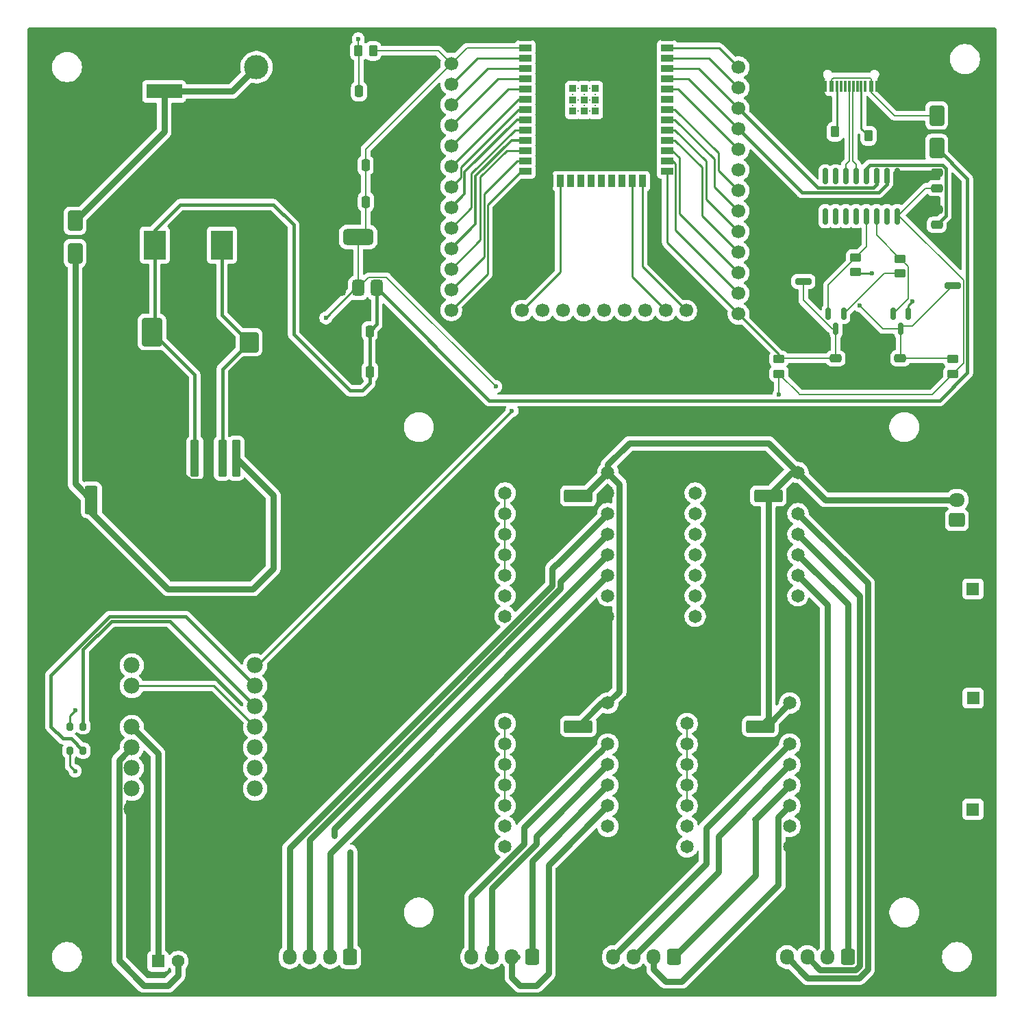
<source format=gbr>
%TF.GenerationSoftware,KiCad,Pcbnew,9.0.6*%
%TF.CreationDate,2025-12-30T14:23:23+05:30*%
%TF.ProjectId,Gantry_PCBv2,47616e74-7279-45f5-9043-4276322e6b69,rev?*%
%TF.SameCoordinates,Original*%
%TF.FileFunction,Copper,L1,Top*%
%TF.FilePolarity,Positive*%
%FSLAX46Y46*%
G04 Gerber Fmt 4.6, Leading zero omitted, Abs format (unit mm)*
G04 Created by KiCad (PCBNEW 9.0.6) date 2025-12-30 14:23:23*
%MOMM*%
%LPD*%
G01*
G04 APERTURE LIST*
G04 Aperture macros list*
%AMRoundRect*
0 Rectangle with rounded corners*
0 $1 Rounding radius*
0 $2 $3 $4 $5 $6 $7 $8 $9 X,Y pos of 4 corners*
0 Add a 4 corners polygon primitive as box body*
4,1,4,$2,$3,$4,$5,$6,$7,$8,$9,$2,$3,0*
0 Add four circle primitives for the rounded corners*
1,1,$1+$1,$2,$3*
1,1,$1+$1,$4,$5*
1,1,$1+$1,$6,$7*
1,1,$1+$1,$8,$9*
0 Add four rect primitives between the rounded corners*
20,1,$1+$1,$2,$3,$4,$5,0*
20,1,$1+$1,$4,$5,$6,$7,0*
20,1,$1+$1,$6,$7,$8,$9,0*
20,1,$1+$1,$8,$9,$2,$3,0*%
G04 Aperture macros list end*
%TA.AperFunction,ComponentPad*%
%ADD10C,1.980000*%
%TD*%
%TA.AperFunction,SMDPad,CuDef*%
%ADD11RoundRect,0.250000X-0.262500X-0.450000X0.262500X-0.450000X0.262500X0.450000X-0.262500X0.450000X0*%
%TD*%
%TA.AperFunction,ComponentPad*%
%ADD12R,1.650000X1.650000*%
%TD*%
%TA.AperFunction,ComponentPad*%
%ADD13C,1.650000*%
%TD*%
%TA.AperFunction,SMDPad,CuDef*%
%ADD14RoundRect,0.150000X-0.150000X0.587500X-0.150000X-0.587500X0.150000X-0.587500X0.150000X0.587500X0*%
%TD*%
%TA.AperFunction,ComponentPad*%
%ADD15R,1.575000X1.575000*%
%TD*%
%TA.AperFunction,ComponentPad*%
%ADD16C,1.575000*%
%TD*%
%TA.AperFunction,ComponentPad*%
%ADD17RoundRect,0.250000X0.600000X0.725000X-0.600000X0.725000X-0.600000X-0.725000X0.600000X-0.725000X0*%
%TD*%
%TA.AperFunction,ComponentPad*%
%ADD18O,1.700000X1.950000*%
%TD*%
%TA.AperFunction,SMDPad,CuDef*%
%ADD19RoundRect,0.250000X-0.250000X-0.475000X0.250000X-0.475000X0.250000X0.475000X-0.250000X0.475000X0*%
%TD*%
%TA.AperFunction,SMDPad,CuDef*%
%ADD20RoundRect,0.250000X0.250000X0.475000X-0.250000X0.475000X-0.250000X-0.475000X0.250000X-0.475000X0*%
%TD*%
%TA.AperFunction,ComponentPad*%
%ADD21R,1.700000X1.700000*%
%TD*%
%TA.AperFunction,ComponentPad*%
%ADD22C,1.700000*%
%TD*%
%TA.AperFunction,SMDPad,CuDef*%
%ADD23RoundRect,0.250000X0.475000X-0.250000X0.475000X0.250000X-0.475000X0.250000X-0.475000X-0.250000X0*%
%TD*%
%TA.AperFunction,SMDPad,CuDef*%
%ADD24RoundRect,0.250000X-0.550000X1.500000X-0.550000X-1.500000X0.550000X-1.500000X0.550000X1.500000X0*%
%TD*%
%TA.AperFunction,SMDPad,CuDef*%
%ADD25RoundRect,0.250000X-0.450000X0.262500X-0.450000X-0.262500X0.450000X-0.262500X0.450000X0.262500X0*%
%TD*%
%TA.AperFunction,SMDPad,CuDef*%
%ADD26RoundRect,0.250000X-0.900000X1.000000X-0.900000X-1.000000X0.900000X-1.000000X0.900000X1.000000X0*%
%TD*%
%TA.AperFunction,SMDPad,CuDef*%
%ADD27RoundRect,0.250000X-0.300000X2.050000X-0.300000X-2.050000X0.300000X-2.050000X0.300000X2.050000X0*%
%TD*%
%TA.AperFunction,SMDPad,CuDef*%
%ADD28RoundRect,0.250002X-5.149998X4.449998X-5.149998X-4.449998X5.149998X-4.449998X5.149998X4.449998X0*%
%TD*%
%TA.AperFunction,SMDPad,CuDef*%
%ADD29R,1.500000X0.900000*%
%TD*%
%TA.AperFunction,SMDPad,CuDef*%
%ADD30R,0.900000X1.500000*%
%TD*%
%TA.AperFunction,SMDPad,CuDef*%
%ADD31R,0.900000X0.900000*%
%TD*%
%TA.AperFunction,ComponentPad*%
%ADD32C,0.300000*%
%TD*%
%TA.AperFunction,SMDPad,CuDef*%
%ADD33RoundRect,0.200000X-0.800000X0.200000X-0.800000X-0.200000X0.800000X-0.200000X0.800000X0.200000X0*%
%TD*%
%TA.AperFunction,SMDPad,CuDef*%
%ADD34RoundRect,0.200000X-0.200000X-0.275000X0.200000X-0.275000X0.200000X0.275000X-0.200000X0.275000X0*%
%TD*%
%TA.AperFunction,SMDPad,CuDef*%
%ADD35R,0.600000X1.450000*%
%TD*%
%TA.AperFunction,SMDPad,CuDef*%
%ADD36R,0.300000X1.450000*%
%TD*%
%TA.AperFunction,HeatsinkPad*%
%ADD37O,1.000000X2.100000*%
%TD*%
%TA.AperFunction,HeatsinkPad*%
%ADD38O,1.000000X1.600000*%
%TD*%
%TA.AperFunction,ComponentPad*%
%ADD39R,4.400000X1.800000*%
%TD*%
%TA.AperFunction,ComponentPad*%
%ADD40O,4.000000X1.800000*%
%TD*%
%TA.AperFunction,ComponentPad*%
%ADD41O,1.800000X4.000000*%
%TD*%
%TA.AperFunction,SMDPad,CuDef*%
%ADD42RoundRect,0.150000X-0.150000X0.825000X-0.150000X-0.825000X0.150000X-0.825000X0.150000X0.825000X0*%
%TD*%
%TA.AperFunction,SMDPad,CuDef*%
%ADD43RoundRect,0.250000X1.500000X0.550000X-1.500000X0.550000X-1.500000X-0.550000X1.500000X-0.550000X0*%
%TD*%
%TA.AperFunction,ComponentPad*%
%ADD44RoundRect,0.250000X0.725000X-0.600000X0.725000X0.600000X-0.725000X0.600000X-0.725000X-0.600000X0*%
%TD*%
%TA.AperFunction,ComponentPad*%
%ADD45O,1.950000X1.700000*%
%TD*%
%TA.AperFunction,SMDPad,CuDef*%
%ADD46RoundRect,0.250000X0.650000X-1.000000X0.650000X1.000000X-0.650000X1.000000X-0.650000X-1.000000X0*%
%TD*%
%TA.AperFunction,SMDPad,CuDef*%
%ADD47RoundRect,0.250000X-1.000000X1.500000X-1.000000X-1.500000X1.000000X-1.500000X1.000000X1.500000X0*%
%TD*%
%TA.AperFunction,SMDPad,CuDef*%
%ADD48R,2.700000X3.600000*%
%TD*%
%TA.AperFunction,SMDPad,CuDef*%
%ADD49RoundRect,0.375000X0.375000X-0.625000X0.375000X0.625000X-0.375000X0.625000X-0.375000X-0.625000X0*%
%TD*%
%TA.AperFunction,SMDPad,CuDef*%
%ADD50RoundRect,0.500000X1.400000X-0.500000X1.400000X0.500000X-1.400000X0.500000X-1.400000X-0.500000X0*%
%TD*%
%TA.AperFunction,ComponentPad*%
%ADD51R,3.000000X3.000000*%
%TD*%
%TA.AperFunction,ComponentPad*%
%ADD52C,3.000000*%
%TD*%
%TA.AperFunction,ViaPad*%
%ADD53C,0.600000*%
%TD*%
%TA.AperFunction,Conductor*%
%ADD54C,0.800000*%
%TD*%
%TA.AperFunction,Conductor*%
%ADD55C,0.200000*%
%TD*%
%TA.AperFunction,Conductor*%
%ADD56C,0.250000*%
%TD*%
%TA.AperFunction,Conductor*%
%ADD57C,0.300000*%
%TD*%
%TA.AperFunction,Conductor*%
%ADD58C,0.400000*%
%TD*%
G04 APERTURE END LIST*
D10*
%TO.P,U3,1,VM*%
%TO.N,/12V_P*%
X63006000Y-128960000D03*
%TO.P,U3,2,VCC*%
%TO.N,/3V3*%
X63006000Y-131500000D03*
%TO.P,U3,3,GND*%
%TO.N,GND*%
X63006000Y-134040000D03*
%TO.P,U3,4,A01*%
%TO.N,/M1A*%
X63006000Y-136580000D03*
%TO.P,U3,5,A02*%
%TO.N,/M1B*%
X63006000Y-139120000D03*
%TO.P,U3,6,B02*%
%TO.N,unconnected-(U3-B02-Pad6)*%
X63006000Y-141660000D03*
%TO.P,U3,7,B01*%
%TO.N,unconnected-(U3-B01-Pad7)*%
X63006000Y-144200000D03*
%TO.P,U3,8,GND*%
%TO.N,GND*%
X63006000Y-146740000D03*
%TO.P,U3,9,GND*%
X78246000Y-146740000D03*
%TO.P,U3,10,PWMB*%
%TO.N,unconnected-(U3-PWMB-Pad10)*%
X78246000Y-144200000D03*
%TO.P,U3,11,BI2*%
%TO.N,unconnected-(U3-BI2-Pad11)*%
X78246000Y-141660000D03*
%TO.P,U3,12,BI1*%
%TO.N,unconnected-(U3-BI1-Pad12)*%
X78246000Y-139120000D03*
%TO.P,U3,13,STBY*%
%TO.N,/3V3*%
X78246000Y-136580000D03*
%TO.P,U3,14,AI1*%
%TO.N,Net-(U3-AI1)*%
X78246000Y-134040000D03*
%TO.P,U3,15,AI2*%
%TO.N,Net-(U3-AI2)*%
X78246000Y-131500000D03*
%TO.P,U3,16,PWMA*%
%TO.N,/4*%
X78246000Y-128960000D03*
%TD*%
D11*
%TO.P,R10,1*%
%TO.N,GND*%
X148087500Y-63000000D03*
%TO.P,R10,2*%
%TO.N,/CC2*%
X149912500Y-63000000D03*
%TD*%
D12*
%TO.P,U7,1,~{EN}*%
%TO.N,GND*%
X131650000Y-133610000D03*
D13*
%TO.P,U7,2,M0*%
%TO.N,/3V3*%
X131650000Y-136150000D03*
%TO.P,U7,3,M1*%
X131650000Y-138690000D03*
%TO.P,U7,4,M2*%
X131650000Y-141230000D03*
%TO.P,U7,5,~{RST}*%
X131650000Y-143770000D03*
%TO.P,U7,6,~{SLP}*%
X131650000Y-146310000D03*
%TO.P,U7,7,STEP*%
%TO.N,/26*%
X131650000Y-148850000D03*
%TO.P,U7,8,DIR*%
%TO.N,/25*%
X131650000Y-151390000D03*
%TO.P,U7,9,GND*%
%TO.N,GND*%
X144350000Y-151390000D03*
%TO.P,U7,10,~{FLT}*%
%TO.N,unconnected-(U7-~{FLT}-Pad10)*%
X144350000Y-148850000D03*
%TO.P,U7,11,A2*%
%TO.N,/SM3_A2*%
X144350000Y-146310000D03*
%TO.P,U7,12,A1*%
%TO.N,/SM3_A1*%
X144350000Y-143770000D03*
%TO.P,U7,13,B1*%
%TO.N,/SM3_B1*%
X144350000Y-141230000D03*
%TO.P,U7,14,B2*%
%TO.N,/SM3_B2*%
X144350000Y-138690000D03*
%TO.P,U7,15,GND_MOT*%
%TO.N,GND*%
X144350000Y-136150000D03*
%TO.P,U7,16,VMOT*%
%TO.N,/12V_P*%
X144350000Y-133610000D03*
%TD*%
D14*
%TO.P,Q2,1*%
%TO.N,Net-(Q2-Pad1)*%
X151000000Y-85500000D03*
%TO.P,Q2,2*%
%TO.N,/~{DTR}*%
X149100000Y-85500000D03*
%TO.P,Q2,3*%
%TO.N,/0*%
X150050000Y-87375000D03*
%TD*%
D15*
%TO.P,J10,1,1*%
%TO.N,/15*%
X166975000Y-146750000D03*
D16*
%TO.P,J10,2,2*%
%TO.N,GND*%
X166975000Y-149250000D03*
%TD*%
D17*
%TO.P,J8,1,Pin_1*%
%TO.N,/SM4_A1*%
X112500000Y-165000000D03*
D18*
%TO.P,J8,2,Pin_2*%
%TO.N,/SM4_A2*%
X110000000Y-165000000D03*
%TO.P,J8,3,Pin_3*%
%TO.N,/SM4_B1*%
X107500000Y-165000000D03*
%TO.P,J8,4,Pin_4*%
%TO.N,/SM4_B2*%
X105000000Y-165000000D03*
%TD*%
D15*
%TO.P,J11,1,1*%
%TO.N,/19*%
X166975000Y-119500000D03*
D16*
%TO.P,J11,2,2*%
%TO.N,GND*%
X166975000Y-122000000D03*
%TD*%
D11*
%TO.P,R11,1*%
%TO.N,/CC1*%
X154087500Y-63500000D03*
%TO.P,R11,2*%
%TO.N,GND*%
X155912500Y-63500000D03*
%TD*%
D15*
%TO.P,J17,1,1*%
%TO.N,/M1A*%
X66250000Y-165525000D03*
D16*
%TO.P,J17,2,2*%
%TO.N,/M1B*%
X68750000Y-165525000D03*
%TD*%
D19*
%TO.P,C1,1*%
%TO.N,/EN*%
X91100000Y-58000000D03*
%TO.P,C1,2*%
%TO.N,GND*%
X93000000Y-58000000D03*
%TD*%
D20*
%TO.P,C10,1*%
%TO.N,/3V3*%
X91950000Y-71650000D03*
%TO.P,C10,2*%
%TO.N,GND*%
X90050000Y-71650000D03*
%TD*%
D21*
%TO.P,J3,1,Pin_1*%
%TO.N,GND*%
X108680000Y-85100000D03*
D22*
%TO.P,J3,2,Pin_2*%
%TO.N,/13*%
X111220000Y-85100000D03*
%TO.P,J3,3,Pin_3*%
%TO.N,unconnected-(J3-Pin_3-Pad3)*%
X113760000Y-85100000D03*
%TO.P,J3,4,Pin_4*%
%TO.N,unconnected-(J3-Pin_4-Pad4)*%
X116300000Y-85100000D03*
%TO.P,J3,5,Pin_5*%
%TO.N,unconnected-(J3-Pin_5-Pad5)*%
X118840000Y-85100000D03*
%TO.P,J3,6,Pin_6*%
%TO.N,unconnected-(J3-Pin_6-Pad6)*%
X121380000Y-85100000D03*
%TO.P,J3,7,Pin_7*%
%TO.N,unconnected-(J3-Pin_7-Pad7)*%
X123920000Y-85100000D03*
%TO.P,J3,8,Pin_8*%
%TO.N,unconnected-(J3-Pin_8-Pad8)*%
X126460000Y-85100000D03*
%TO.P,J3,9,Pin_9*%
%TO.N,/15*%
X129000000Y-85100000D03*
%TO.P,J3,10,Pin_10*%
%TO.N,/2*%
X131540000Y-85100000D03*
%TD*%
D23*
%TO.P,C5,1*%
%TO.N,GND*%
X158000000Y-92900000D03*
%TO.P,C5,2*%
%TO.N,/EN*%
X158000000Y-91000000D03*
%TD*%
D24*
%TO.P,C6,1*%
%TO.N,Net-(D14-K)*%
X58000000Y-108500000D03*
%TO.P,C6,2*%
%TO.N,GND*%
X58000000Y-113900000D03*
%TD*%
D23*
%TO.P,C3,1*%
%TO.N,Net-(U2-V3)*%
X162500000Y-74500000D03*
%TO.P,C3,2*%
%TO.N,GND*%
X162500000Y-72600000D03*
%TD*%
D21*
%TO.P,J1,1,Pin_1*%
%TO.N,GND*%
X102500000Y-52020000D03*
D22*
%TO.P,J1,2,Pin_2*%
%TO.N,/3V3*%
X102500000Y-54560000D03*
%TO.P,J1,3,Pin_3*%
%TO.N,/EN*%
X102500000Y-57100000D03*
%TO.P,J1,4,Pin_4*%
%TO.N,/36*%
X102500000Y-59640000D03*
%TO.P,J1,5,Pin_5*%
%TO.N,/39*%
X102500000Y-62180000D03*
%TO.P,J1,6,Pin_6*%
%TO.N,/34*%
X102500000Y-64720000D03*
%TO.P,J1,7,Pin_7*%
%TO.N,/35*%
X102500000Y-67260000D03*
%TO.P,J1,8,Pin_8*%
%TO.N,/32*%
X102500000Y-69800000D03*
%TO.P,J1,9,Pin_9*%
%TO.N,/33*%
X102500000Y-72340000D03*
%TO.P,J1,10,Pin_10*%
%TO.N,/25*%
X102500000Y-74880000D03*
%TO.P,J1,11,Pin_11*%
%TO.N,/26*%
X102500000Y-77420000D03*
%TO.P,J1,12,Pin_12*%
%TO.N,/27*%
X102500000Y-79960000D03*
%TO.P,J1,13,Pin_13*%
%TO.N,/14*%
X102500000Y-82500000D03*
%TO.P,J1,14,Pin_14*%
%TO.N,/12*%
X102500000Y-85040000D03*
%TD*%
D25*
%TO.P,R3,1*%
%TO.N,/~{RTS}*%
X158000000Y-78675000D03*
%TO.P,R3,2*%
%TO.N,Net-(Q2-Pad1)*%
X158000000Y-80500000D03*
%TD*%
D15*
%TO.P,J12,1,1*%
%TO.N,/18*%
X167000000Y-133000000D03*
D16*
%TO.P,J12,2,2*%
%TO.N,GND*%
X167000000Y-135500000D03*
%TD*%
D20*
%TO.P,C9,1*%
%TO.N,/5V*%
X92400000Y-87650000D03*
%TO.P,C9,2*%
%TO.N,GND*%
X90500000Y-87650000D03*
%TD*%
D26*
%TO.P,D15,1,K*%
%TO.N,Net-(D15-K)*%
X77500000Y-89000000D03*
%TO.P,D15,2,A*%
%TO.N,GND*%
X77500000Y-93300000D03*
%TD*%
D17*
%TO.P,J9,1,Pin_1*%
%TO.N,/SM1_A1*%
X151500000Y-165000000D03*
D18*
%TO.P,J9,2,Pin_2*%
%TO.N,/SM1_A2*%
X149000000Y-165000000D03*
%TO.P,J9,3,Pin_3*%
%TO.N,/SM1_B1*%
X146500000Y-165000000D03*
%TO.P,J9,4,Pin_4*%
%TO.N,/SM1_B2*%
X144000000Y-165000000D03*
%TD*%
D27*
%TO.P,U4,1,VIN*%
%TO.N,Net-(D14-K)*%
X75900000Y-103350000D03*
%TO.P,U4,2,OUT*%
%TO.N,Net-(D15-K)*%
X74200000Y-103350000D03*
%TO.P,U4,3,GND*%
%TO.N,GND*%
X72500000Y-103350000D03*
D28*
X72500000Y-112500000D03*
D27*
%TO.P,U4,4,FB*%
%TO.N,/5V*%
X70800000Y-103350000D03*
%TO.P,U4,5,~{ON}/OFF*%
%TO.N,GND*%
X69100000Y-103350000D03*
%TD*%
D14*
%TO.P,Q1,1*%
%TO.N,Net-(Q1-Pad1)*%
X159000000Y-85500000D03*
%TO.P,Q1,2*%
%TO.N,/~{RTS}*%
X157100000Y-85500000D03*
%TO.P,Q1,3*%
%TO.N,/EN*%
X158050000Y-87375000D03*
%TD*%
D29*
%TO.P,U1,1,GND*%
%TO.N,GND*%
X111655000Y-51340000D03*
%TO.P,U1,2,VDD*%
%TO.N,/3V3*%
X111655000Y-52610000D03*
%TO.P,U1,3,EN*%
%TO.N,/EN*%
X111655000Y-53880000D03*
%TO.P,U1,4,SENSOR_VP*%
%TO.N,/36*%
X111655000Y-55150000D03*
%TO.P,U1,5,SENSOR_VN*%
%TO.N,/39*%
X111655000Y-56420000D03*
%TO.P,U1,6,IO34*%
%TO.N,/34*%
X111655000Y-57690000D03*
%TO.P,U1,7,IO35*%
%TO.N,/35*%
X111655000Y-58960000D03*
%TO.P,U1,8,IO32*%
%TO.N,/32*%
X111655000Y-60230000D03*
%TO.P,U1,9,IO33*%
%TO.N,/33*%
X111655000Y-61500000D03*
%TO.P,U1,10,IO25*%
%TO.N,/25*%
X111655000Y-62770000D03*
%TO.P,U1,11,IO26*%
%TO.N,/26*%
X111655000Y-64040000D03*
%TO.P,U1,12,IO27*%
%TO.N,/27*%
X111655000Y-65310000D03*
%TO.P,U1,13,IO14*%
%TO.N,/14*%
X111655000Y-66580000D03*
%TO.P,U1,14,IO12*%
%TO.N,/12*%
X111655000Y-67850000D03*
D30*
%TO.P,U1,15,GND*%
%TO.N,GND*%
X114690000Y-69100000D03*
%TO.P,U1,16,IO13*%
%TO.N,/13*%
X115960000Y-69100000D03*
%TO.P,U1,17,NC*%
%TO.N,unconnected-(U1-NC-Pad17)*%
X117230000Y-69100000D03*
%TO.P,U1,18,NC*%
%TO.N,unconnected-(U1-NC-Pad18)*%
X118500000Y-69100000D03*
%TO.P,U1,19,NC*%
%TO.N,unconnected-(U1-NC-Pad19)*%
X119770000Y-69100000D03*
%TO.P,U1,20,NC*%
%TO.N,unconnected-(U1-NC-Pad20)*%
X121040000Y-69100000D03*
%TO.P,U1,21,NC*%
%TO.N,unconnected-(U1-NC-Pad21)*%
X122310000Y-69100000D03*
%TO.P,U1,22,NC*%
%TO.N,unconnected-(U1-NC-Pad22)*%
X123580000Y-69100000D03*
%TO.P,U1,23,IO15*%
%TO.N,/15*%
X124850000Y-69100000D03*
%TO.P,U1,24,IO2*%
%TO.N,/2*%
X126120000Y-69100000D03*
D29*
%TO.P,U1,25,IO0*%
%TO.N,/0*%
X129155000Y-67850000D03*
%TO.P,U1,26,IO4*%
%TO.N,/4*%
X129155000Y-66580000D03*
%TO.P,U1,27,IO16*%
%TO.N,/16*%
X129155000Y-65310000D03*
%TO.P,U1,28,IO17*%
%TO.N,/17*%
X129155000Y-64040000D03*
%TO.P,U1,29,IO5*%
%TO.N,/5*%
X129155000Y-62770000D03*
%TO.P,U1,30,IO18*%
%TO.N,/18*%
X129155000Y-61500000D03*
%TO.P,U1,31,IO19*%
%TO.N,/19*%
X129155000Y-60230000D03*
%TO.P,U1,32,NC*%
%TO.N,unconnected-(U1-NC-Pad32)*%
X129155000Y-58960000D03*
%TO.P,U1,33,IO21*%
%TO.N,/21*%
X129155000Y-57690000D03*
%TO.P,U1,34,RXD0/IO3*%
%TO.N,/RXD*%
X129155000Y-56420000D03*
%TO.P,U1,35,TXD0/IO1*%
%TO.N,/TXD*%
X129155000Y-55150000D03*
%TO.P,U1,36,IO22*%
%TO.N,/22*%
X129155000Y-53880000D03*
%TO.P,U1,37,IO23*%
%TO.N,/23*%
X129155000Y-52610000D03*
%TO.P,U1,38,GND*%
%TO.N,GND*%
X129155000Y-51340000D03*
D31*
%TO.P,U1,39_1*%
%TO.N,N/C*%
X117505000Y-57660000D03*
%TO.P,U1,39_2*%
X118905000Y-57660000D03*
%TO.P,U1,39_3*%
X120305000Y-57660000D03*
%TO.P,U1,39_4*%
X117505000Y-59060000D03*
%TO.P,U1,39_5*%
X118905000Y-59060000D03*
%TO.P,U1,39_6*%
X120305000Y-59060000D03*
%TO.P,U1,39_7*%
X117505000Y-60460000D03*
%TO.P,U1,39_8*%
X118905000Y-60460000D03*
%TO.P,U1,39_9*%
X120305000Y-60460000D03*
D32*
%TO.P,U1,39_10*%
X118205000Y-57660000D03*
%TO.P,U1,39_11*%
X119605000Y-57660000D03*
%TO.P,U1,39_12*%
X117505000Y-58360000D03*
%TO.P,U1,39_13*%
X118905000Y-58360000D03*
%TO.P,U1,39_14*%
X120305000Y-58360000D03*
%TO.P,U1,39_15*%
X118205000Y-59060000D03*
%TO.P,U1,39_16*%
X119605000Y-59060000D03*
%TO.P,U1,39_17*%
X117505000Y-59760000D03*
%TO.P,U1,39_18*%
X118905000Y-59760000D03*
%TO.P,U1,39_19*%
X120305000Y-59760000D03*
%TO.P,U1,39_20*%
X118205000Y-60460000D03*
%TO.P,U1,39_21*%
X119605000Y-60460000D03*
%TD*%
D17*
%TO.P,J6,1,Pin_1*%
%TO.N,/SM2_A1*%
X90000000Y-165000000D03*
D18*
%TO.P,J6,2,Pin_2*%
%TO.N,/SM2_A2*%
X87500000Y-165000000D03*
%TO.P,J6,3,Pin_3*%
%TO.N,/SM2_B1*%
X85000000Y-165000000D03*
%TO.P,J6,4,Pin_4*%
%TO.N,/SM2_B2*%
X82500000Y-165000000D03*
%TD*%
D12*
%TO.P,U9,1,~{EN}*%
%TO.N,GND*%
X132650000Y-105110000D03*
D13*
%TO.P,U9,2,M0*%
%TO.N,/3V3*%
X132650000Y-107650000D03*
%TO.P,U9,3,M1*%
X132650000Y-110190000D03*
%TO.P,U9,4,M2*%
X132650000Y-112730000D03*
%TO.P,U9,5,~{RST}*%
X132650000Y-115270000D03*
%TO.P,U9,6,~{SLP}*%
X132650000Y-117810000D03*
%TO.P,U9,7,STEP*%
%TO.N,/12*%
X132650000Y-120350000D03*
%TO.P,U9,8,DIR*%
%TO.N,/14*%
X132650000Y-122890000D03*
%TO.P,U9,9,GND*%
%TO.N,GND*%
X145350000Y-122890000D03*
%TO.P,U9,10,~{FLT}*%
%TO.N,unconnected-(U9-~{FLT}-Pad10)*%
X145350000Y-120350000D03*
%TO.P,U9,11,A2*%
%TO.N,/SM1_A2*%
X145350000Y-117810000D03*
%TO.P,U9,12,A1*%
%TO.N,/SM1_A1*%
X145350000Y-115270000D03*
%TO.P,U9,13,B1*%
%TO.N,/SM1_B1*%
X145350000Y-112730000D03*
%TO.P,U9,14,B2*%
%TO.N,/SM1_B2*%
X145350000Y-110190000D03*
%TO.P,U9,15,GND_MOT*%
%TO.N,GND*%
X145350000Y-107650000D03*
%TO.P,U9,16,VMOT*%
%TO.N,/12V_P*%
X145350000Y-105110000D03*
%TD*%
D17*
%TO.P,J7,1,Pin_1*%
%TO.N,/SM3_A1*%
X130000000Y-165000000D03*
D18*
%TO.P,J7,2,Pin_2*%
%TO.N,/SM3_A2*%
X127500000Y-165000000D03*
%TO.P,J7,3,Pin_3*%
%TO.N,/SM3_B1*%
X125000000Y-165000000D03*
%TO.P,J7,4,Pin_4*%
%TO.N,/SM3_B2*%
X122500000Y-165000000D03*
%TD*%
D33*
%TO.P,SW7,1,1*%
%TO.N,GND*%
X146000000Y-77300000D03*
%TO.P,SW7,2,2*%
%TO.N,/0*%
X146000000Y-81500000D03*
%TD*%
D12*
%TO.P,U6,1,~{EN}*%
%TO.N,GND*%
X109150000Y-105110000D03*
D13*
%TO.P,U6,2,M0*%
%TO.N,/3V3*%
X109150000Y-107650000D03*
%TO.P,U6,3,M1*%
X109150000Y-110190000D03*
%TO.P,U6,4,M2*%
X109150000Y-112730000D03*
%TO.P,U6,5,~{RST}*%
X109150000Y-115270000D03*
%TO.P,U6,6,~{SLP}*%
X109150000Y-117810000D03*
%TO.P,U6,7,STEP*%
%TO.N,/23*%
X109150000Y-120350000D03*
%TO.P,U6,8,DIR*%
%TO.N,/22*%
X109150000Y-122890000D03*
%TO.P,U6,9,GND*%
%TO.N,GND*%
X121850000Y-122890000D03*
%TO.P,U6,10,~{FLT}*%
%TO.N,unconnected-(U6-~{FLT}-Pad10)*%
X121850000Y-120350000D03*
%TO.P,U6,11,A2*%
%TO.N,/SM2_A2*%
X121850000Y-117810000D03*
%TO.P,U6,12,A1*%
%TO.N,/SM2_A1*%
X121850000Y-115270000D03*
%TO.P,U6,13,B1*%
%TO.N,/SM2_B1*%
X121850000Y-112730000D03*
%TO.P,U6,14,B2*%
%TO.N,/SM2_B2*%
X121850000Y-110190000D03*
%TO.P,U6,15,GND_MOT*%
%TO.N,GND*%
X121850000Y-107650000D03*
%TO.P,U6,16,VMOT*%
%TO.N,/12V_P*%
X121850000Y-105110000D03*
%TD*%
D34*
%TO.P,R9,1*%
%TO.N,/35*%
X55350000Y-139500000D03*
%TO.P,R9,2*%
%TO.N,Net-(U3-AI2)*%
X57000000Y-139500000D03*
%TD*%
D35*
%TO.P,J14,A1,GND*%
%TO.N,GND*%
X155180000Y-57345000D03*
%TO.P,J14,A4,VBUS*%
%TO.N,/VBUSC*%
X154380000Y-57345000D03*
D36*
%TO.P,J14,A5,CC1*%
%TO.N,/CC1*%
X153180000Y-57345000D03*
%TO.P,J14,A6,D+*%
%TO.N,/DP1*%
X152180000Y-57345000D03*
%TO.P,J14,A7,D-*%
%TO.N,/DN1*%
X151680000Y-57345000D03*
%TO.P,J14,A8,SBU1*%
%TO.N,unconnected-(J14-SBU1-PadA8)*%
X150680000Y-57345000D03*
D35*
%TO.P,J14,A9,VBUS*%
%TO.N,/VBUSC*%
X149480000Y-57345000D03*
%TO.P,J14,A12,GND*%
%TO.N,GND*%
X148680000Y-57345000D03*
%TO.P,J14,B1,GND*%
X148680000Y-57345000D03*
%TO.P,J14,B4,VBUS*%
%TO.N,/VBUSC*%
X149480000Y-57345000D03*
D36*
%TO.P,J14,B5,CC2*%
%TO.N,/CC2*%
X150180000Y-57345000D03*
%TO.P,J14,B6,D+*%
%TO.N,/DP1*%
X151180000Y-57345000D03*
%TO.P,J14,B7,D-*%
%TO.N,/DN1*%
X152680000Y-57345000D03*
%TO.P,J14,B8,SBU2*%
%TO.N,unconnected-(J14-SBU2-PadB8)*%
X153680000Y-57345000D03*
D35*
%TO.P,J14,B9,VBUS*%
%TO.N,/VBUSC*%
X154380000Y-57345000D03*
%TO.P,J14,B12,GND*%
%TO.N,GND*%
X155180000Y-57345000D03*
D37*
%TO.P,J14,S1,SHIELD*%
X156250000Y-56430000D03*
D38*
X156250000Y-52250000D03*
D37*
X147610000Y-56430000D03*
D38*
X147610000Y-52250000D03*
%TD*%
D39*
%TO.P,J5,1*%
%TO.N,/12V*%
X67000000Y-58000000D03*
D40*
%TO.P,J5,2*%
%TO.N,GND*%
X67000000Y-52200000D03*
D41*
%TO.P,J5,3*%
X62200000Y-55000000D03*
%TD*%
D42*
%TO.P,U2,1,GND*%
%TO.N,GND*%
X157620000Y-68500000D03*
%TO.P,U2,2,TXD*%
%TO.N,/RXD*%
X156350000Y-68500000D03*
%TO.P,U2,3,RXD*%
%TO.N,/TXD*%
X155080000Y-68500000D03*
%TO.P,U2,4,V3*%
%TO.N,Net-(U2-V3)*%
X153810000Y-68500000D03*
%TO.P,U2,5,UD+*%
%TO.N,/DP1*%
X152540000Y-68500000D03*
%TO.P,U2,6,UD-*%
%TO.N,/DN1*%
X151270000Y-68500000D03*
%TO.P,U2,7,NC*%
%TO.N,unconnected-(U2-NC-Pad7)*%
X150000000Y-68500000D03*
%TO.P,U2,8,NC*%
%TO.N,unconnected-(U2-NC-Pad8)*%
X148730000Y-68500000D03*
%TO.P,U2,9,~{CTS}*%
%TO.N,unconnected-(U2-~{CTS}-Pad9)*%
X148730000Y-73450000D03*
%TO.P,U2,10,~{DSR}*%
%TO.N,unconnected-(U2-~{DSR}-Pad10)*%
X150000000Y-73450000D03*
%TO.P,U2,11,~{RI}*%
%TO.N,unconnected-(U2-~{RI}-Pad11)*%
X151270000Y-73450000D03*
%TO.P,U2,12,~{DCD}*%
%TO.N,unconnected-(U2-~{DCD}-Pad12)*%
X152540000Y-73450000D03*
%TO.P,U2,13,~{DTR}*%
%TO.N,/~{DTR}*%
X153810000Y-73450000D03*
%TO.P,U2,14,~{RTS}*%
%TO.N,/~{RTS}*%
X155080000Y-73450000D03*
%TO.P,U2,15,R232*%
%TO.N,unconnected-(U2-R232-Pad15)*%
X156350000Y-73450000D03*
%TO.P,U2,16,VCC*%
%TO.N,/3V3*%
X157620000Y-73450000D03*
%TD*%
D23*
%TO.P,C4,1*%
%TO.N,GND*%
X150000000Y-92900000D03*
%TO.P,C4,2*%
%TO.N,/0*%
X150000000Y-91000000D03*
%TD*%
D43*
%TO.P,C14,1*%
%TO.N,/12V_P*%
X140700000Y-136500000D03*
%TO.P,C14,2*%
%TO.N,GND*%
X135300000Y-136500000D03*
%TD*%
D11*
%TO.P,R1,1*%
%TO.N,/EN*%
X91000000Y-53000000D03*
%TO.P,R1,2*%
%TO.N,/3V3*%
X92825000Y-53000000D03*
%TD*%
D25*
%TO.P,R5,1*%
%TO.N,/EN*%
X164500000Y-91087500D03*
%TO.P,R5,2*%
%TO.N,/3V3*%
X164500000Y-92912500D03*
%TD*%
D33*
%TO.P,SW8,1,1*%
%TO.N,GND*%
X164500000Y-77800000D03*
%TO.P,SW8,2,2*%
%TO.N,/EN*%
X164500000Y-82000000D03*
%TD*%
D25*
%TO.P,R2,1*%
%TO.N,/~{DTR}*%
X152500000Y-78500000D03*
%TO.P,R2,2*%
%TO.N,Net-(Q1-Pad1)*%
X152500000Y-80325000D03*
%TD*%
D43*
%TO.P,C13,1*%
%TO.N,/12V_P*%
X118200000Y-136500000D03*
%TO.P,C13,2*%
%TO.N,GND*%
X112800000Y-136500000D03*
%TD*%
D44*
%TO.P,J13,1,Pin_1*%
%TO.N,unconnected-(J13-Pin_1-Pad1)*%
X165000000Y-111000000D03*
D45*
%TO.P,J13,2,Pin_2*%
%TO.N,/12V_P*%
X165000000Y-108500000D03*
%TO.P,J13,3,Pin_3*%
%TO.N,GND*%
X165000000Y-106000000D03*
%TD*%
D12*
%TO.P,U8,1,~{EN}*%
%TO.N,GND*%
X109150000Y-133610000D03*
D13*
%TO.P,U8,2,M0*%
%TO.N,/3V3*%
X109150000Y-136150000D03*
%TO.P,U8,3,M1*%
X109150000Y-138690000D03*
%TO.P,U8,4,M2*%
X109150000Y-141230000D03*
%TO.P,U8,5,~{RST}*%
X109150000Y-143770000D03*
%TO.P,U8,6,~{SLP}*%
X109150000Y-146310000D03*
%TO.P,U8,7,STEP*%
%TO.N,/26*%
X109150000Y-148850000D03*
%TO.P,U8,8,DIR*%
%TO.N,/25*%
X109150000Y-151390000D03*
%TO.P,U8,9,GND*%
%TO.N,GND*%
X121850000Y-151390000D03*
%TO.P,U8,10,~{FLT}*%
%TO.N,unconnected-(U8-~{FLT}-Pad10)*%
X121850000Y-148850000D03*
%TO.P,U8,11,A2*%
%TO.N,/SM4_A2*%
X121850000Y-146310000D03*
%TO.P,U8,12,A1*%
%TO.N,/SM4_A1*%
X121850000Y-143770000D03*
%TO.P,U8,13,B1*%
%TO.N,/SM4_B1*%
X121850000Y-141230000D03*
%TO.P,U8,14,B2*%
%TO.N,/SM4_B2*%
X121850000Y-138690000D03*
%TO.P,U8,15,GND_MOT*%
%TO.N,GND*%
X121850000Y-136150000D03*
%TO.P,U8,16,VMOT*%
%TO.N,/12V_P*%
X121850000Y-133610000D03*
%TD*%
D21*
%TO.P,J2,1,Pin_1*%
%TO.N,GND*%
X138000000Y-52480000D03*
D22*
%TO.P,J2,2,Pin_2*%
%TO.N,/23*%
X138000000Y-55020000D03*
%TO.P,J2,3,Pin_3*%
%TO.N,/22*%
X138000000Y-57560000D03*
%TO.P,J2,4,Pin_4*%
%TO.N,/TXD*%
X138000000Y-60100000D03*
%TO.P,J2,5,Pin_5*%
%TO.N,/RXD*%
X138000000Y-62640000D03*
%TO.P,J2,6,Pin_6*%
%TO.N,/21*%
X138000000Y-65180000D03*
%TO.P,J2,7,Pin_7*%
%TO.N,unconnected-(J2-Pin_7-Pad7)*%
X138000000Y-67720000D03*
%TO.P,J2,8,Pin_8*%
%TO.N,/19*%
X138000000Y-70260000D03*
%TO.P,J2,9,Pin_9*%
%TO.N,/18*%
X138000000Y-72800000D03*
%TO.P,J2,10,Pin_10*%
%TO.N,/5*%
X138000000Y-75340000D03*
%TO.P,J2,11,Pin_11*%
%TO.N,/17*%
X138000000Y-77880000D03*
%TO.P,J2,12,Pin_12*%
%TO.N,/16*%
X138000000Y-80420000D03*
%TO.P,J2,13,Pin_13*%
%TO.N,/4*%
X138000000Y-82960000D03*
%TO.P,J2,14,Pin_14*%
%TO.N,/0*%
X138000000Y-85500000D03*
%TD*%
D46*
%TO.P,D13,1,K*%
%TO.N,/5V*%
X162500000Y-65000000D03*
%TO.P,D13,2,A*%
%TO.N,/VBUSC*%
X162500000Y-61000000D03*
%TD*%
%TO.P,D14,1,K*%
%TO.N,Net-(D14-K)*%
X56000000Y-78000000D03*
%TO.P,D14,2,A*%
%TO.N,/12V*%
X56000000Y-74000000D03*
%TD*%
D47*
%TO.P,C7,1*%
%TO.N,/5V*%
X65500000Y-87750000D03*
%TO.P,C7,2*%
%TO.N,GND*%
X65500000Y-94250000D03*
%TD*%
D34*
%TO.P,R8,1*%
%TO.N,/34*%
X55350000Y-136500000D03*
%TO.P,R8,2*%
%TO.N,Net-(U3-AI1)*%
X57000000Y-136500000D03*
%TD*%
D20*
%TO.P,C11,1*%
%TO.N,/3V3*%
X91900000Y-67150000D03*
%TO.P,C11,2*%
%TO.N,GND*%
X90000000Y-67150000D03*
%TD*%
D43*
%TO.P,C12,1*%
%TO.N,/12V_P*%
X141700000Y-108000000D03*
%TO.P,C12,2*%
%TO.N,GND*%
X136300000Y-108000000D03*
%TD*%
D25*
%TO.P,R4,1*%
%TO.N,/0*%
X143000000Y-91087500D03*
%TO.P,R4,2*%
%TO.N,/3V3*%
X143000000Y-92912500D03*
%TD*%
D48*
%TO.P,L1,1,1*%
%TO.N,Net-(D15-K)*%
X74150000Y-77000000D03*
%TO.P,L1,2,2*%
%TO.N,/5V*%
X65850000Y-77000000D03*
%TD*%
D20*
%TO.P,C8,1*%
%TO.N,/5V*%
X92450000Y-92650000D03*
%TO.P,C8,2*%
%TO.N,GND*%
X90550000Y-92650000D03*
%TD*%
D49*
%TO.P,U5,1,GND*%
%TO.N,GND*%
X88700000Y-82300000D03*
%TO.P,U5,2,VO*%
%TO.N,/3V3*%
X91000000Y-82300000D03*
D50*
X91000000Y-76000000D03*
D49*
%TO.P,U5,3,VI*%
%TO.N,/5V*%
X93300000Y-82300000D03*
%TD*%
D51*
%TO.P,J4,1,Pin_1*%
%TO.N,GND*%
X83500000Y-55000000D03*
D52*
%TO.P,J4,2,Pin_2*%
%TO.N,/12V*%
X78420000Y-55000000D03*
%TD*%
D43*
%TO.P,C15,1*%
%TO.N,/12V_P*%
X118200000Y-108000000D03*
%TO.P,C15,2*%
%TO.N,GND*%
X112800000Y-108000000D03*
%TD*%
D23*
%TO.P,C2,1*%
%TO.N,/3V3*%
X162500000Y-69950000D03*
%TO.P,C2,2*%
%TO.N,GND*%
X162500000Y-68050000D03*
%TD*%
D53*
%TO.N,/SM2_A1*%
X88000000Y-150000000D03*
X90000000Y-152000000D03*
%TO.N,/EN*%
X153000000Y-84500000D03*
X91000000Y-51500000D03*
%TO.N,/3V3*%
X108000000Y-94500000D03*
X87000000Y-86000000D03*
X143000000Y-95500000D03*
%TO.N,/35*%
X56000000Y-142000000D03*
%TO.N,/34*%
X56000000Y-134500000D03*
%TO.N,/4*%
X110000000Y-97500000D03*
%TO.N,Net-(Q1-Pad1)*%
X159500000Y-84000000D03*
X154500000Y-80500000D03*
%TD*%
D54*
%TO.N,/12V_P*%
X140700000Y-136500000D02*
X141460000Y-136500000D01*
X141460000Y-136500000D02*
X144350000Y-133610000D01*
X141700000Y-108000000D02*
X141700000Y-135500000D01*
X141700000Y-135500000D02*
X140700000Y-136500000D01*
X121850000Y-133610000D02*
X121090000Y-133610000D01*
X121090000Y-133610000D02*
X118200000Y-136500000D01*
X118200000Y-108000000D02*
X118960000Y-108000000D01*
X118960000Y-108000000D02*
X121850000Y-105110000D01*
X145350000Y-105110000D02*
X144590000Y-105110000D01*
X144590000Y-105110000D02*
X141700000Y-108000000D01*
X121850000Y-104150000D02*
X124500000Y-101500000D01*
X121850000Y-105110000D02*
X121850000Y-104150000D01*
X124500000Y-101500000D02*
X141740000Y-101500000D01*
X141740000Y-101500000D02*
X145350000Y-105110000D01*
%TO.N,/SM3_A2*%
X144350000Y-146310000D02*
X142924000Y-147736000D01*
X142924000Y-156076000D02*
X131000000Y-168000000D01*
X128975000Y-168000000D02*
X127500000Y-166525000D01*
X131000000Y-168000000D02*
X128975000Y-168000000D01*
X142924000Y-147736000D02*
X142924000Y-156076000D01*
X127500000Y-166525000D02*
X127500000Y-165000000D01*
%TO.N,/SM4_A2*%
X110000000Y-165000000D02*
X110000000Y-167500000D01*
X111000000Y-168500000D02*
X113000000Y-168500000D01*
X114500000Y-153660000D02*
X121850000Y-146310000D01*
X110000000Y-167500000D02*
X111000000Y-168500000D01*
X113000000Y-168500000D02*
X114500000Y-167000000D01*
X114500000Y-167000000D02*
X114500000Y-153660000D01*
%TO.N,/SM4_A1*%
X121850000Y-143770000D02*
X112500000Y-153120000D01*
X112500000Y-153120000D02*
X112500000Y-165000000D01*
%TO.N,/SM4_B1*%
X107500000Y-156500000D02*
X113000000Y-151000000D01*
X113000000Y-151000000D02*
X113000000Y-150080000D01*
X107500000Y-165000000D02*
X107500000Y-156500000D01*
X113000000Y-150080000D02*
X121850000Y-141230000D01*
%TO.N,/SM4_B2*%
X121850000Y-138690000D02*
X120770000Y-139770000D01*
X120770000Y-139770000D02*
X120730000Y-139770000D01*
X120730000Y-139770000D02*
X111500000Y-149000000D01*
X111500000Y-149000000D02*
X111500000Y-151056669D01*
X111500000Y-151056669D02*
X105000000Y-157556669D01*
X105000000Y-157556669D02*
X105000000Y-165000000D01*
%TO.N,/SM1_B2*%
X144000000Y-165000000D02*
X146577000Y-167577000D01*
X153952000Y-166499052D02*
X153952000Y-118792000D01*
X146577000Y-167577000D02*
X152874052Y-167577000D01*
X152874052Y-167577000D02*
X153952000Y-166499052D01*
X153952000Y-118792000D02*
X145350000Y-110190000D01*
%TO.N,/SM1_B1*%
X146500000Y-165000000D02*
X148076000Y-166576000D01*
X148076000Y-166576000D02*
X152459424Y-166576000D01*
X152459424Y-166576000D02*
X152951000Y-166084424D01*
X152951000Y-120331000D02*
X145350000Y-112730000D01*
X152951000Y-166084424D02*
X152951000Y-120331000D01*
%TO.N,/SM1_A2*%
X149000000Y-165000000D02*
X149000000Y-121460000D01*
X149000000Y-121460000D02*
X145350000Y-117810000D01*
%TO.N,/SM1_A1*%
X151500000Y-165000000D02*
X151500000Y-121420000D01*
X151500000Y-121420000D02*
X145350000Y-115270000D01*
%TO.N,/SM2_A1*%
X90000000Y-165000000D02*
X90000000Y-152000000D01*
X88000000Y-150000000D02*
X88000000Y-149120000D01*
X88000000Y-149120000D02*
X121850000Y-115270000D01*
%TO.N,/SM2_A2*%
X87500000Y-165000000D02*
X87500000Y-152160000D01*
X87500000Y-152160000D02*
X121850000Y-117810000D01*
%TO.N,/SM2_B1*%
X85000000Y-165000000D02*
X85000000Y-150472297D01*
X85000000Y-150472297D02*
X116000000Y-119472297D01*
X116000000Y-119472297D02*
X116000000Y-118580000D01*
X116000000Y-118580000D02*
X121850000Y-112730000D01*
%TO.N,/SM2_B2*%
X115500000Y-116500000D02*
X115000000Y-117000000D01*
X115540000Y-116500000D02*
X115500000Y-116500000D01*
X115000000Y-119056669D02*
X115000000Y-117000000D01*
X82500000Y-151556669D02*
X115000000Y-119056669D01*
X82500000Y-165000000D02*
X82500000Y-151556669D01*
X115540000Y-116500000D02*
X121850000Y-110190000D01*
D55*
%TO.N,GND*%
X90000000Y-67150000D02*
X90000000Y-61000000D01*
D54*
X135300000Y-136000000D02*
X134040000Y-136000000D01*
X70140576Y-106251000D02*
X72249000Y-106251000D01*
X69100000Y-103350000D02*
X69100000Y-105210424D01*
X69100000Y-105210424D02*
X70140576Y-106251000D01*
X72500000Y-106000000D02*
X72500000Y-103350000D01*
D55*
X90000000Y-61000000D02*
X93000000Y-58000000D01*
D54*
X72249000Y-106251000D02*
X72500000Y-106000000D01*
D56*
%TO.N,/EN*%
X105720000Y-53880000D02*
X102500000Y-57100000D01*
D55*
X158000000Y-91000000D02*
X164412500Y-91000000D01*
X158050000Y-87375000D02*
X155875000Y-87375000D01*
X158050000Y-90950000D02*
X158000000Y-91000000D01*
X91100000Y-53600000D02*
X91100000Y-58000000D01*
X91000000Y-51500000D02*
X91000000Y-53000000D01*
X91000000Y-53000000D02*
X91000000Y-53500000D01*
X155875000Y-87375000D02*
X153000000Y-84500000D01*
D56*
X111655000Y-53880000D02*
X105720000Y-53880000D01*
D55*
X158050000Y-87375000D02*
X158050000Y-90950000D01*
X164500000Y-82000000D02*
X159500000Y-87000000D01*
X158425000Y-87000000D02*
X158050000Y-87375000D01*
X164412500Y-91000000D02*
X164500000Y-91087500D01*
X91000000Y-53500000D02*
X91100000Y-53600000D01*
X159500000Y-87000000D02*
X158425000Y-87000000D01*
%TO.N,/3V3*%
X102500000Y-54560000D02*
X100940000Y-53000000D01*
X165801000Y-91611500D02*
X164500000Y-92912500D01*
X161912500Y-95500000D02*
X145500000Y-95500000D01*
X143000000Y-92912500D02*
X143000000Y-95500000D01*
X109150000Y-117810000D02*
X109150000Y-115270000D01*
X109150000Y-112730000D02*
X109150000Y-107650000D01*
X91000000Y-76000000D02*
X91000000Y-82300000D01*
X111655000Y-52610000D02*
X104450000Y-52610000D01*
X164500000Y-92912500D02*
X161912500Y-95500000D01*
X94499000Y-80999000D02*
X108000000Y-94500000D01*
X157620000Y-73450000D02*
X161120000Y-69950000D01*
X91900000Y-67150000D02*
X91900000Y-71600000D01*
X109150000Y-136150000D02*
X109150000Y-146310000D01*
X145500000Y-95500000D02*
X145500000Y-95412500D01*
X157919999Y-73450000D02*
X165801000Y-81331001D01*
X91599000Y-82899000D02*
X91000000Y-82300000D01*
X91900000Y-65160000D02*
X102500000Y-54560000D01*
X109150000Y-112730000D02*
X109150000Y-117810000D01*
X131650000Y-136150000D02*
X131650000Y-146310000D01*
D56*
X90700000Y-82300000D02*
X91000000Y-82300000D01*
X108720000Y-136580000D02*
X109150000Y-136150000D01*
D55*
X157620000Y-73450000D02*
X157919999Y-73450000D01*
X165801000Y-81331001D02*
X165801000Y-91611500D01*
D56*
X73166000Y-131500000D02*
X78246000Y-136580000D01*
D55*
X91000000Y-82300000D02*
X92301000Y-80999000D01*
X145500000Y-95412500D02*
X143000000Y-92912500D01*
D57*
X102500000Y-54560000D02*
X102540000Y-54600000D01*
D55*
X92301000Y-80999000D02*
X94499000Y-80999000D01*
X100940000Y-53000000D02*
X92825000Y-53000000D01*
X91900000Y-71600000D02*
X91950000Y-71650000D01*
X91950000Y-71650000D02*
X91950000Y-75050000D01*
X109150000Y-110190000D02*
X108478840Y-110190000D01*
X109150000Y-115270000D02*
X109150000Y-112730000D01*
D56*
X63006000Y-131500000D02*
X73166000Y-131500000D01*
D55*
X91900000Y-67150000D02*
X91900000Y-65160000D01*
X104450000Y-52610000D02*
X102500000Y-54560000D01*
X161120000Y-69950000D02*
X162500000Y-69950000D01*
X91950000Y-75050000D02*
X91000000Y-76000000D01*
D56*
X87000000Y-86000000D02*
X90700000Y-82300000D01*
D58*
%TO.N,Net-(U2-V3)*%
X163626000Y-67523420D02*
X163626000Y-73374000D01*
X163626000Y-73374000D02*
X162500000Y-74500000D01*
X153810000Y-68500000D02*
X153810000Y-67525001D01*
X154211001Y-67124000D02*
X163226580Y-67124000D01*
X163226580Y-67124000D02*
X163626000Y-67523420D01*
X153810000Y-67525001D02*
X154211001Y-67124000D01*
D55*
%TO.N,/0*%
X149595532Y-87375000D02*
X150050000Y-87375000D01*
X150000000Y-88000000D02*
X150000000Y-91000000D01*
X146000000Y-81500000D02*
X146000000Y-83779468D01*
D56*
X138000000Y-85500000D02*
X143000000Y-90500000D01*
X143000000Y-90500000D02*
X143000000Y-91087500D01*
D57*
X138000000Y-85500000D02*
X138000000Y-84781529D01*
D55*
X146000000Y-83779468D02*
X149595532Y-87375000D01*
X150050000Y-87950000D02*
X150000000Y-88000000D01*
X150000000Y-91000000D02*
X143087500Y-91000000D01*
X143087500Y-91000000D02*
X143000000Y-91087500D01*
D56*
X129155000Y-76655000D02*
X138000000Y-85500000D01*
D55*
X150050000Y-87375000D02*
X150050000Y-87950000D01*
D56*
X129155000Y-67850000D02*
X129155000Y-76655000D01*
D54*
%TO.N,Net-(D14-K)*%
X78000000Y-119500000D02*
X80500000Y-117000000D01*
X58000000Y-110000000D02*
X67500000Y-119500000D01*
X80500000Y-107950000D02*
X75900000Y-103350000D01*
X67500000Y-119500000D02*
X78000000Y-119500000D01*
X80500000Y-117000000D02*
X80500000Y-107950000D01*
X56000000Y-78000000D02*
X56000000Y-106500000D01*
X56000000Y-106500000D02*
X58000000Y-108500000D01*
X58000000Y-108500000D02*
X58000000Y-110000000D01*
D58*
%TO.N,/5V*%
X65500000Y-87750000D02*
X70800000Y-93050000D01*
X93300000Y-82300000D02*
X93300000Y-86750000D01*
X92400000Y-92600000D02*
X92450000Y-92650000D01*
X83000000Y-88000000D02*
X90000000Y-95000000D01*
X162500000Y-65000000D02*
X166302000Y-68802000D01*
X166302000Y-68802000D02*
X166302000Y-92750580D01*
X65850000Y-77000000D02*
X65850000Y-87400000D01*
X162851580Y-96201000D02*
X107201000Y-96201000D01*
X90000000Y-95000000D02*
X91500000Y-95000000D01*
X93300000Y-86750000D02*
X92400000Y-87650000D01*
X80500000Y-72000000D02*
X83000000Y-74500000D01*
X65850000Y-75150000D02*
X69000000Y-72000000D01*
X70800000Y-93050000D02*
X70800000Y-103350000D01*
X107201000Y-96201000D02*
X93300000Y-82300000D01*
X92450000Y-94050000D02*
X92450000Y-92650000D01*
X92400000Y-87650000D02*
X92400000Y-92600000D01*
X65850000Y-87400000D02*
X65500000Y-87750000D01*
X91500000Y-95000000D02*
X92450000Y-94050000D01*
X83000000Y-74500000D02*
X83000000Y-88000000D01*
X69000000Y-72000000D02*
X80500000Y-72000000D01*
X65850000Y-77000000D02*
X65850000Y-75150000D01*
X166302000Y-92750580D02*
X162851580Y-96201000D01*
D54*
%TO.N,/12V_P*%
X121850000Y-133610000D02*
X123276000Y-132184000D01*
X123276000Y-106536000D02*
X121850000Y-105110000D01*
X123276000Y-132184000D02*
X123276000Y-106536000D01*
X165000000Y-108500000D02*
X148740000Y-108500000D01*
X148740000Y-108500000D02*
X145350000Y-105110000D01*
D55*
%TO.N,/VBUSC*%
X149480000Y-57345000D02*
X149480000Y-56568000D01*
X154380000Y-57345000D02*
X154380000Y-58120000D01*
X157260000Y-61000000D02*
X162500000Y-61000000D01*
X154279000Y-56319000D02*
X154380000Y-56420000D01*
X154380000Y-56420000D02*
X154380000Y-57345000D01*
X149729000Y-56319000D02*
X154279000Y-56319000D01*
X154380000Y-58120000D02*
X157260000Y-61000000D01*
X149480000Y-56568000D02*
X149729000Y-56319000D01*
D54*
%TO.N,/12V*%
X67000000Y-63000000D02*
X56000000Y-74000000D01*
X75420000Y-58000000D02*
X78420000Y-55000000D01*
X67000000Y-58000000D02*
X67000000Y-63000000D01*
X67000000Y-58000000D02*
X75420000Y-58000000D01*
D58*
%TO.N,Net-(D15-K)*%
X74200000Y-92300000D02*
X74200000Y-103350000D01*
X74150000Y-77000000D02*
X74150000Y-85650000D01*
X77500000Y-89000000D02*
X74200000Y-92300000D01*
X74150000Y-85650000D02*
X77500000Y-89000000D01*
D56*
%TO.N,/25*%
X111655000Y-62770000D02*
X110358000Y-62770000D01*
X110358000Y-62770000D02*
X105000000Y-68128000D01*
X105000000Y-68128000D02*
X105000000Y-72380000D01*
X105000000Y-72380000D02*
X102500000Y-74880000D01*
%TO.N,/12*%
X111655000Y-67850000D02*
X111150000Y-67850000D01*
X107000000Y-80540000D02*
X102500000Y-85040000D01*
X111150000Y-67850000D02*
X107000000Y-72000000D01*
X107000000Y-72000000D02*
X107000000Y-80540000D01*
%TO.N,/14*%
X106537583Y-78462417D02*
X102500000Y-82500000D01*
X106537583Y-70697417D02*
X106537583Y-78462417D01*
X111655000Y-66580000D02*
X110655000Y-66580000D01*
X110655000Y-66580000D02*
X106537583Y-70697417D01*
%TO.N,/39*%
X108260000Y-56420000D02*
X102500000Y-62180000D01*
X111655000Y-56420000D02*
X108260000Y-56420000D01*
%TO.N,/36*%
X106990000Y-55150000D02*
X102500000Y-59640000D01*
X111655000Y-55150000D02*
X106990000Y-55150000D01*
%TO.N,/35*%
X55350000Y-139500000D02*
X55350000Y-141350000D01*
X110800000Y-58960000D02*
X102500000Y-67260000D01*
X111655000Y-58960000D02*
X110800000Y-58960000D01*
X55350000Y-141350000D02*
X56000000Y-142000000D01*
%TO.N,/27*%
X111655000Y-65310000D02*
X109363166Y-65310000D01*
X106086583Y-76373417D02*
X102500000Y-79960000D01*
X109363166Y-65310000D02*
X106086583Y-68586583D01*
X106086583Y-68586583D02*
X106086583Y-76373417D01*
%TO.N,/32*%
X103676000Y-68624000D02*
X102500000Y-69800000D01*
X103676000Y-67324000D02*
X103676000Y-68624000D01*
X111655000Y-60230000D02*
X110770000Y-60230000D01*
X110770000Y-60230000D02*
X103676000Y-67324000D01*
D57*
%TO.N,/26*%
X111655000Y-64040000D02*
X109960000Y-64040000D01*
X105500000Y-68500000D02*
X105500000Y-74420000D01*
X105500000Y-74420000D02*
X102500000Y-77420000D01*
X109960000Y-64040000D02*
X105500000Y-68500000D01*
%TO.N,/33*%
X104152000Y-70688000D02*
X102500000Y-72340000D01*
X110605000Y-61500000D02*
X104152000Y-67953000D01*
X104152000Y-67953000D02*
X104152000Y-70688000D01*
X111655000Y-61500000D02*
X110605000Y-61500000D01*
D56*
%TO.N,/34*%
X109530000Y-57690000D02*
X102500000Y-64720000D01*
X111655000Y-57690000D02*
X109530000Y-57690000D01*
X55350000Y-135150000D02*
X56000000Y-134500000D01*
X55350000Y-136500000D02*
X55350000Y-135150000D01*
%TO.N,/23*%
X135590000Y-52610000D02*
X138000000Y-55020000D01*
X129155000Y-52610000D02*
X135590000Y-52610000D01*
%TO.N,/21*%
X129155000Y-57690000D02*
X130510000Y-57690000D01*
X130510000Y-57690000D02*
X138000000Y-65180000D01*
D58*
%TO.N,/TXD*%
X155080000Y-69474999D02*
X154678999Y-69876000D01*
X154678999Y-69876000D02*
X147776000Y-69876000D01*
D56*
X133050000Y-55150000D02*
X138000000Y-60100000D01*
D58*
X147776000Y-69876000D02*
X138000000Y-60100000D01*
D56*
X129155000Y-55150000D02*
X133050000Y-55150000D01*
D58*
X155080000Y-68500000D02*
X155080000Y-69474999D01*
D56*
%TO.N,/22*%
X134320000Y-53880000D02*
X138000000Y-57560000D01*
X129155000Y-53880000D02*
X134320000Y-53880000D01*
%TO.N,/4*%
X130231000Y-75191000D02*
X130231000Y-66966000D01*
X130231000Y-66966000D02*
X129845000Y-66580000D01*
X138000000Y-82960000D02*
X130231000Y-75191000D01*
X78246000Y-128960000D02*
X78540000Y-128960000D01*
X129845000Y-66580000D02*
X129155000Y-66580000D01*
X78540000Y-128960000D02*
X110000000Y-97500000D01*
%TO.N,/18*%
X135000000Y-69800000D02*
X138000000Y-72800000D01*
X129155000Y-61500000D02*
X130155000Y-61500000D01*
X130155000Y-61500000D02*
X135000000Y-66345000D01*
X135000000Y-66345000D02*
X135000000Y-69800000D01*
%TO.N,/16*%
X130682000Y-66182000D02*
X129810000Y-65310000D01*
X138000000Y-80420000D02*
X130682000Y-73102000D01*
X130682000Y-73102000D02*
X130682000Y-66182000D01*
X129810000Y-65310000D02*
X129155000Y-65310000D01*
%TO.N,/17*%
X133500000Y-73380000D02*
X138000000Y-77880000D01*
X133500000Y-67385000D02*
X133500000Y-73380000D01*
X130155000Y-64040000D02*
X133500000Y-67385000D01*
X129155000Y-64040000D02*
X130155000Y-64040000D01*
%TO.N,/19*%
X130155000Y-60230000D02*
X135500000Y-65575000D01*
X135500000Y-65575000D02*
X135500000Y-67760000D01*
X129155000Y-60230000D02*
X130155000Y-60230000D01*
X135500000Y-67760000D02*
X138000000Y-70260000D01*
D58*
%TO.N,/RXD*%
X156350000Y-69474999D02*
X155347999Y-70477000D01*
D56*
X129155000Y-56420000D02*
X131780000Y-56420000D01*
X131780000Y-56420000D02*
X138000000Y-62640000D01*
D58*
X156350000Y-68500000D02*
X156350000Y-69474999D01*
X145837000Y-70477000D02*
X138000000Y-62640000D01*
X155347999Y-70477000D02*
X145837000Y-70477000D01*
D56*
%TO.N,/5*%
X134000000Y-71340000D02*
X138000000Y-75340000D01*
X134000000Y-66615000D02*
X134000000Y-71340000D01*
X129155000Y-62770000D02*
X130155000Y-62770000D01*
X130155000Y-62770000D02*
X134000000Y-66615000D01*
%TO.N,/2*%
X126120000Y-79680000D02*
X131540000Y-85100000D01*
X126120000Y-69100000D02*
X126120000Y-79680000D01*
%TO.N,/15*%
X124850000Y-80950000D02*
X124850000Y-69100000D01*
X129000000Y-85100000D02*
X124850000Y-80950000D01*
%TO.N,/13*%
X115960000Y-80360000D02*
X115960000Y-69100000D01*
X111220000Y-85100000D02*
X115960000Y-80360000D01*
D54*
%TO.N,/SM3_B2*%
X144350000Y-138690000D02*
X134000000Y-149040000D01*
X134000000Y-153500000D02*
X122500000Y-165000000D01*
X134000000Y-149040000D02*
X134000000Y-153500000D01*
%TO.N,/SM3_B1*%
X144350000Y-141230000D02*
X135500000Y-150080000D01*
X135500000Y-150080000D02*
X135500000Y-154500000D01*
X135500000Y-154500000D02*
X125000000Y-165000000D01*
%TO.N,/SM3_A1*%
X140000000Y-148000000D02*
X140120000Y-148000000D01*
X140120000Y-148000000D02*
X144350000Y-143770000D01*
X140076000Y-154924000D02*
X140076000Y-148076000D01*
X140076000Y-148076000D02*
X140000000Y-148000000D01*
X130000000Y-165000000D02*
X140076000Y-154924000D01*
%TO.N,/SM3_A2*%
X127500000Y-165000000D02*
X127500000Y-164500000D01*
%TO.N,/SM4_A2*%
X109750000Y-165000000D02*
X110600000Y-165000000D01*
%TO.N,/SM4_B1*%
X107250000Y-165000000D02*
X107250000Y-163915628D01*
%TO.N,/SM1_B1*%
X146500000Y-165000000D02*
X146776000Y-164724000D01*
D56*
%TO.N,/CC1*%
X153180000Y-62592500D02*
X154087500Y-63500000D01*
X153180000Y-57345000D02*
X153180000Y-62592500D01*
D55*
%TO.N,/DN1*%
X151270000Y-67037499D02*
X151270000Y-68500000D01*
X151680000Y-66627499D02*
X151270000Y-67037499D01*
X151680000Y-57345000D02*
X151680000Y-66627499D01*
D56*
%TO.N,/CC2*%
X150180000Y-57345000D02*
X150180000Y-62732500D01*
X150180000Y-62732500D02*
X149912500Y-63000000D01*
D55*
%TO.N,/DP1*%
X152130000Y-57395000D02*
X152130000Y-66627499D01*
X152180000Y-57345000D02*
X152130000Y-57395000D01*
X152130000Y-66627499D02*
X152540000Y-67037499D01*
X152540000Y-67037499D02*
X152540000Y-68500000D01*
%TO.N,/~{RTS}*%
X159001000Y-83599000D02*
X159001000Y-79676000D01*
X159001000Y-79676000D02*
X158000000Y-78675000D01*
X155080000Y-73450000D02*
X155080000Y-75755000D01*
X155080000Y-75755000D02*
X158000000Y-78675000D01*
X157100000Y-85500000D02*
X159001000Y-83599000D01*
D56*
%TO.N,Net-(Q1-Pad1)*%
X154500000Y-80500000D02*
X152675000Y-80500000D01*
X159000000Y-84500000D02*
X159500000Y-84000000D01*
X159000000Y-85500000D02*
X159000000Y-84500000D01*
X152675000Y-80500000D02*
X152500000Y-80325000D01*
D55*
%TO.N,Net-(Q2-Pad1)*%
X151000000Y-85500000D02*
X156000000Y-80500000D01*
X156000000Y-80500000D02*
X158000000Y-80500000D01*
%TO.N,/~{DTR}*%
X149100000Y-85500000D02*
X149100000Y-81900000D01*
X149100000Y-81900000D02*
X152500000Y-78500000D01*
X153810000Y-77190000D02*
X152500000Y-78500000D01*
X153810000Y-73450000D02*
X153810000Y-77190000D01*
D58*
%TO.N,Net-(U3-AI1)*%
X57000000Y-127000000D02*
X60500000Y-123500000D01*
X60500000Y-123500000D02*
X67706000Y-123500000D01*
X57000000Y-136500000D02*
X57000000Y-127000000D01*
X67706000Y-123500000D02*
X78246000Y-134040000D01*
%TO.N,Net-(U3-AI2)*%
X53000000Y-136500000D02*
X53000000Y-130150058D01*
X57000000Y-139500000D02*
X55500000Y-138000000D01*
X53000000Y-130150058D02*
X60251058Y-122899000D01*
X60251058Y-122899000D02*
X69645000Y-122899000D01*
X69645000Y-122899000D02*
X78246000Y-131500000D01*
X55500000Y-138000000D02*
X54500000Y-138000000D01*
X53000000Y-136500000D02*
X54500000Y-138000000D01*
D54*
%TO.N,/M1A*%
X66250000Y-139824000D02*
X63006000Y-136580000D01*
X66250000Y-165525000D02*
X66250000Y-139824000D01*
%TO.N,/M1B*%
X61415000Y-140711000D02*
X61415000Y-165415000D01*
X64500000Y-168500000D02*
X67500000Y-168500000D01*
X63006000Y-139120000D02*
X61415000Y-140711000D01*
X61415000Y-165415000D02*
X64500000Y-168500000D01*
X67500000Y-168500000D02*
X68750000Y-167250000D01*
X68750000Y-167250000D02*
X68750000Y-165525000D01*
%TD*%
%TA.AperFunction,Conductor*%
%TO.N,GND*%
G36*
X64609573Y-139466446D02*
G01*
X64642543Y-139490043D01*
X65313181Y-140160681D01*
X65346666Y-140222004D01*
X65349500Y-140248362D01*
X65349500Y-164159371D01*
X65329815Y-164226410D01*
X65277011Y-164272165D01*
X65268835Y-164275552D01*
X65220167Y-164293704D01*
X65220165Y-164293705D01*
X65104955Y-164379952D01*
X65104952Y-164379955D01*
X65018706Y-164495164D01*
X65018702Y-164495171D01*
X64968408Y-164630017D01*
X64962001Y-164689616D01*
X64962000Y-164689635D01*
X64962001Y-166360363D01*
X64962001Y-166360376D01*
X64968408Y-166419983D01*
X65018702Y-166554828D01*
X65018706Y-166554835D01*
X65104952Y-166670044D01*
X65104955Y-166670047D01*
X65220164Y-166756293D01*
X65220171Y-166756297D01*
X65355017Y-166806591D01*
X65355016Y-166806591D01*
X65361944Y-166807335D01*
X65414627Y-166813000D01*
X67085372Y-166812999D01*
X67144983Y-166806591D01*
X67279831Y-166756296D01*
X67395046Y-166670046D01*
X67481296Y-166554831D01*
X67531591Y-166419983D01*
X67532836Y-166408398D01*
X67539843Y-166391480D01*
X67541947Y-166373284D01*
X67552935Y-166359869D01*
X67559570Y-166343850D01*
X67574614Y-166333403D01*
X67586222Y-166319233D01*
X67602717Y-166313888D01*
X67616960Y-166303999D01*
X67635265Y-166303344D01*
X67652690Y-166297699D01*
X67669454Y-166302120D01*
X67686785Y-166301501D01*
X67702539Y-166310847D01*
X67720249Y-166315519D01*
X67738187Y-166331996D01*
X67746876Y-166337151D01*
X67747553Y-166337884D01*
X67752313Y-166343079D01*
X67767568Y-166364076D01*
X67815101Y-166411609D01*
X67816928Y-166413603D01*
X67831173Y-166442639D01*
X67846666Y-166471012D01*
X67847107Y-166475118D01*
X67847702Y-166476330D01*
X67847461Y-166478410D01*
X67849500Y-166497370D01*
X67849500Y-166825638D01*
X67829815Y-166892677D01*
X67813181Y-166913319D01*
X67163319Y-167563181D01*
X67101996Y-167596666D01*
X67075638Y-167599500D01*
X64924362Y-167599500D01*
X64857323Y-167579815D01*
X64836681Y-167563181D01*
X62351819Y-165078319D01*
X62318334Y-165016996D01*
X62315500Y-164990638D01*
X62315500Y-145713519D01*
X62335185Y-145646480D01*
X62387989Y-145600725D01*
X62457147Y-145590781D01*
X62477818Y-145595588D01*
X62656974Y-145653799D01*
X62888695Y-145690500D01*
X62888696Y-145690500D01*
X63123304Y-145690500D01*
X63123305Y-145690500D01*
X63355026Y-145653799D01*
X63578153Y-145581301D01*
X63787192Y-145474790D01*
X63976996Y-145336890D01*
X64142890Y-145170996D01*
X64280790Y-144981192D01*
X64387301Y-144772153D01*
X64459799Y-144549026D01*
X64496500Y-144317305D01*
X64496500Y-144082695D01*
X64459799Y-143850974D01*
X64387301Y-143627847D01*
X64280790Y-143418808D01*
X64263171Y-143394558D01*
X64142895Y-143229010D01*
X64142891Y-143229005D01*
X63976992Y-143063106D01*
X63931863Y-143030319D01*
X63889196Y-142974989D01*
X63883216Y-142905376D01*
X63915822Y-142843581D01*
X63931863Y-142829681D01*
X63976992Y-142796893D01*
X63976992Y-142796892D01*
X63976996Y-142796890D01*
X64142890Y-142630996D01*
X64280790Y-142441192D01*
X64387301Y-142232153D01*
X64459799Y-142009026D01*
X64496500Y-141777305D01*
X64496500Y-141542695D01*
X64459799Y-141310974D01*
X64399592Y-141125675D01*
X64387302Y-141087849D01*
X64362691Y-141039548D01*
X64280790Y-140878808D01*
X64263171Y-140854558D01*
X64142895Y-140689010D01*
X64142891Y-140689005D01*
X63976992Y-140523106D01*
X63931863Y-140490319D01*
X63889196Y-140434989D01*
X63883216Y-140365376D01*
X63915822Y-140303581D01*
X63931863Y-140289681D01*
X63976992Y-140256893D01*
X63976992Y-140256892D01*
X63976996Y-140256890D01*
X64142890Y-140090996D01*
X64280790Y-139901192D01*
X64387301Y-139692153D01*
X64429807Y-139561334D01*
X64436931Y-139539407D01*
X64476368Y-139481731D01*
X64540726Y-139454532D01*
X64609573Y-139466446D01*
G37*
%TD.AperFunction*%
%TA.AperFunction,Conductor*%
G36*
X152375551Y-85047950D02*
G01*
X152401910Y-85049836D01*
X152410963Y-85055654D01*
X152418004Y-85057186D01*
X152446258Y-85078337D01*
X152489707Y-85121786D01*
X152489711Y-85121789D01*
X152620814Y-85209390D01*
X152620827Y-85209397D01*
X152766498Y-85269735D01*
X152766503Y-85269737D01*
X152831147Y-85282595D01*
X152921849Y-85300638D01*
X152983760Y-85333023D01*
X152985339Y-85334574D01*
X155390139Y-87739374D01*
X155390149Y-87739385D01*
X155394479Y-87743715D01*
X155394480Y-87743716D01*
X155506284Y-87855520D01*
X155528968Y-87868616D01*
X155593095Y-87905639D01*
X155593097Y-87905641D01*
X155631151Y-87927611D01*
X155643215Y-87934577D01*
X155795943Y-87975501D01*
X155795946Y-87975501D01*
X155961653Y-87975501D01*
X155961669Y-87975500D01*
X157133278Y-87975500D01*
X157200317Y-87995185D01*
X157246072Y-88047989D01*
X157252354Y-88064905D01*
X157298254Y-88222893D01*
X157298255Y-88222896D01*
X157381917Y-88364362D01*
X157381923Y-88364370D01*
X157413180Y-88395626D01*
X157446666Y-88456948D01*
X157449500Y-88483308D01*
X157449500Y-89894845D01*
X157429815Y-89961884D01*
X157377011Y-90007639D01*
X157364505Y-90012551D01*
X157205666Y-90065186D01*
X157205663Y-90065187D01*
X157056342Y-90157289D01*
X156932289Y-90281342D01*
X156840187Y-90430663D01*
X156840186Y-90430666D01*
X156785001Y-90597203D01*
X156785001Y-90597204D01*
X156785000Y-90597204D01*
X156774500Y-90699983D01*
X156774500Y-91300001D01*
X156774501Y-91300019D01*
X156785000Y-91402796D01*
X156785001Y-91402799D01*
X156807615Y-91471042D01*
X156840186Y-91569334D01*
X156932288Y-91718656D01*
X157056344Y-91842712D01*
X157205666Y-91934814D01*
X157372203Y-91989999D01*
X157474991Y-92000500D01*
X158525008Y-92000499D01*
X158525016Y-92000498D01*
X158525019Y-92000498D01*
X158581302Y-91994748D01*
X158627797Y-91989999D01*
X158794334Y-91934814D01*
X158943656Y-91842712D01*
X159067712Y-91718656D01*
X159104259Y-91659402D01*
X159156207Y-91612679D01*
X159209798Y-91600500D01*
X163254092Y-91600500D01*
X163321131Y-91620185D01*
X163359636Y-91664271D01*
X163361395Y-91663187D01*
X163365185Y-91669331D01*
X163365186Y-91669334D01*
X163457288Y-91818656D01*
X163457289Y-91818657D01*
X163550951Y-91912319D01*
X163584436Y-91973642D01*
X163579452Y-92043334D01*
X163550951Y-92087681D01*
X163457289Y-92181342D01*
X163365187Y-92330663D01*
X163365186Y-92330666D01*
X163310001Y-92497203D01*
X163310001Y-92497204D01*
X163310000Y-92497204D01*
X163299500Y-92599983D01*
X163299500Y-93212400D01*
X163279815Y-93279439D01*
X163263181Y-93300081D01*
X161700084Y-94863181D01*
X161638761Y-94896666D01*
X161612403Y-94899500D01*
X145887597Y-94899500D01*
X145820558Y-94879815D01*
X145799916Y-94863181D01*
X144236818Y-93300083D01*
X144203333Y-93238760D01*
X144200499Y-93212411D01*
X144200499Y-92599992D01*
X144199494Y-92590157D01*
X144189999Y-92497203D01*
X144189998Y-92497200D01*
X144134814Y-92330666D01*
X144042712Y-92181344D01*
X143949049Y-92087681D01*
X143915564Y-92026358D01*
X143920548Y-91956666D01*
X143949049Y-91912319D01*
X144042712Y-91818656D01*
X144134814Y-91669334D01*
X144134815Y-91669331D01*
X144138605Y-91663187D01*
X144140399Y-91664293D01*
X144179687Y-91619663D01*
X144245908Y-91600500D01*
X148790202Y-91600500D01*
X148857241Y-91620185D01*
X148895739Y-91659401D01*
X148932288Y-91718656D01*
X149056344Y-91842712D01*
X149205666Y-91934814D01*
X149372203Y-91989999D01*
X149474991Y-92000500D01*
X150525008Y-92000499D01*
X150525016Y-92000498D01*
X150525019Y-92000498D01*
X150581302Y-91994748D01*
X150627797Y-91989999D01*
X150794334Y-91934814D01*
X150943656Y-91842712D01*
X151067712Y-91718656D01*
X151159814Y-91569334D01*
X151214999Y-91402797D01*
X151225500Y-91300009D01*
X151225499Y-90699992D01*
X151223948Y-90684812D01*
X151214999Y-90597203D01*
X151214998Y-90597200D01*
X151184667Y-90505668D01*
X151159814Y-90430666D01*
X151067712Y-90281344D01*
X150943656Y-90157288D01*
X150850888Y-90100069D01*
X150794336Y-90065187D01*
X150794335Y-90065186D01*
X150794334Y-90065186D01*
X150714260Y-90038652D01*
X150685495Y-90029120D01*
X150628050Y-89989347D01*
X150601228Y-89924831D01*
X150600500Y-89911414D01*
X150600500Y-88533309D01*
X150620185Y-88466270D01*
X150636819Y-88445628D01*
X150718076Y-88364370D01*
X150718081Y-88364365D01*
X150801744Y-88222898D01*
X150847598Y-88065069D01*
X150850500Y-88028194D01*
X150850500Y-86862000D01*
X150870185Y-86794961D01*
X150922989Y-86749206D01*
X150974500Y-86738000D01*
X151215686Y-86738000D01*
X151215694Y-86738000D01*
X151252569Y-86735098D01*
X151252571Y-86735097D01*
X151252573Y-86735097D01*
X151294191Y-86723005D01*
X151410398Y-86689244D01*
X151551865Y-86605581D01*
X151668081Y-86489365D01*
X151751744Y-86347898D01*
X151796151Y-86195051D01*
X151797597Y-86190073D01*
X151797598Y-86190067D01*
X151800499Y-86153201D01*
X151800500Y-86153194D01*
X151800500Y-85600096D01*
X151820185Y-85533057D01*
X151836815Y-85512419D01*
X152270898Y-85078335D01*
X152278841Y-85073998D01*
X152284267Y-85066751D01*
X152309026Y-85057516D01*
X152332219Y-85044852D01*
X152341248Y-85045497D01*
X152349731Y-85042334D01*
X152375551Y-85047950D01*
G37*
%TD.AperFunction*%
%TA.AperFunction,Conductor*%
G36*
X139555703Y-65186806D02*
G01*
X139562181Y-65192838D01*
X145390453Y-71021111D01*
X145390454Y-71021112D01*
X145505192Y-71097777D01*
X145632667Y-71150578D01*
X145632672Y-71150580D01*
X145632676Y-71150580D01*
X145632677Y-71150581D01*
X145768003Y-71177500D01*
X145768006Y-71177500D01*
X155416995Y-71177500D01*
X155508039Y-71159389D01*
X155552327Y-71150580D01*
X155632844Y-71117229D01*
X155679806Y-71097777D01*
X155679807Y-71097776D01*
X155679810Y-71097775D01*
X155794542Y-71021114D01*
X156894113Y-69921542D01*
X156927923Y-69870943D01*
X156970775Y-69806810D01*
X156984416Y-69773874D01*
X157011297Y-69733648D01*
X157018081Y-69726865D01*
X157101744Y-69585398D01*
X157147598Y-69427569D01*
X157150500Y-69390694D01*
X157150500Y-67948500D01*
X157170185Y-67881461D01*
X157222989Y-67835706D01*
X157274500Y-67824500D01*
X162801500Y-67824500D01*
X162868539Y-67844185D01*
X162914294Y-67896989D01*
X162925500Y-67948500D01*
X162925500Y-68825500D01*
X162905815Y-68892539D01*
X162853011Y-68938294D01*
X162801500Y-68949500D01*
X161974998Y-68949500D01*
X161974980Y-68949501D01*
X161872203Y-68960000D01*
X161872200Y-68960001D01*
X161705668Y-69015185D01*
X161705663Y-69015187D01*
X161556342Y-69107289D01*
X161432289Y-69231342D01*
X161432288Y-69231344D01*
X161401298Y-69281588D01*
X161395741Y-69290597D01*
X161343793Y-69337321D01*
X161290202Y-69349500D01*
X161040940Y-69349500D01*
X161000019Y-69360464D01*
X161000019Y-69360465D01*
X160962751Y-69370451D01*
X160888214Y-69390423D01*
X160888209Y-69390426D01*
X160751290Y-69469475D01*
X160751282Y-69469481D01*
X160639478Y-69581286D01*
X158203419Y-72017344D01*
X158142096Y-72050829D01*
X158072404Y-72045845D01*
X158052618Y-72036396D01*
X158030400Y-72023256D01*
X158030394Y-72023254D01*
X157872573Y-71977402D01*
X157872567Y-71977401D01*
X157835701Y-71974500D01*
X157835694Y-71974500D01*
X157404306Y-71974500D01*
X157404298Y-71974500D01*
X157367432Y-71977401D01*
X157367426Y-71977402D01*
X157209606Y-72023254D01*
X157209603Y-72023255D01*
X157068137Y-72106917D01*
X157061969Y-72111702D01*
X157060072Y-72109256D01*
X157011358Y-72135857D01*
X156941666Y-72130873D01*
X156909296Y-72110069D01*
X156908031Y-72111702D01*
X156901862Y-72106917D01*
X156798594Y-72045845D01*
X156760398Y-72023256D01*
X156760397Y-72023255D01*
X156760396Y-72023255D01*
X156760393Y-72023254D01*
X156602573Y-71977402D01*
X156602567Y-71977401D01*
X156565701Y-71974500D01*
X156565694Y-71974500D01*
X156134306Y-71974500D01*
X156134298Y-71974500D01*
X156097432Y-71977401D01*
X156097426Y-71977402D01*
X155939606Y-72023254D01*
X155939603Y-72023255D01*
X155798137Y-72106917D01*
X155791969Y-72111702D01*
X155790072Y-72109256D01*
X155741358Y-72135857D01*
X155671666Y-72130873D01*
X155639296Y-72110069D01*
X155638031Y-72111702D01*
X155631862Y-72106917D01*
X155528594Y-72045845D01*
X155490398Y-72023256D01*
X155490397Y-72023255D01*
X155490396Y-72023255D01*
X155490393Y-72023254D01*
X155332573Y-71977402D01*
X155332567Y-71977401D01*
X155295701Y-71974500D01*
X155295694Y-71974500D01*
X154864306Y-71974500D01*
X154864298Y-71974500D01*
X154827432Y-71977401D01*
X154827426Y-71977402D01*
X154669606Y-72023254D01*
X154669603Y-72023255D01*
X154528137Y-72106917D01*
X154521969Y-72111702D01*
X154520072Y-72109256D01*
X154471358Y-72135857D01*
X154401666Y-72130873D01*
X154369296Y-72110069D01*
X154368031Y-72111702D01*
X154361862Y-72106917D01*
X154258594Y-72045845D01*
X154220398Y-72023256D01*
X154220397Y-72023255D01*
X154220396Y-72023255D01*
X154220393Y-72023254D01*
X154062573Y-71977402D01*
X154062567Y-71977401D01*
X154025701Y-71974500D01*
X154025694Y-71974500D01*
X153594306Y-71974500D01*
X153594298Y-71974500D01*
X153557432Y-71977401D01*
X153557426Y-71977402D01*
X153399606Y-72023254D01*
X153399603Y-72023255D01*
X153258137Y-72106917D01*
X153251969Y-72111702D01*
X153250072Y-72109256D01*
X153201358Y-72135857D01*
X153131666Y-72130873D01*
X153099296Y-72110069D01*
X153098031Y-72111702D01*
X153091862Y-72106917D01*
X152988594Y-72045845D01*
X152950398Y-72023256D01*
X152950397Y-72023255D01*
X152950396Y-72023255D01*
X152950393Y-72023254D01*
X152792573Y-71977402D01*
X152792567Y-71977401D01*
X152755701Y-71974500D01*
X152755694Y-71974500D01*
X152324306Y-71974500D01*
X152324298Y-71974500D01*
X152287432Y-71977401D01*
X152287426Y-71977402D01*
X152129606Y-72023254D01*
X152129603Y-72023255D01*
X151988137Y-72106917D01*
X151981969Y-72111702D01*
X151980072Y-72109256D01*
X151931358Y-72135857D01*
X151861666Y-72130873D01*
X151829296Y-72110069D01*
X151828031Y-72111702D01*
X151821862Y-72106917D01*
X151718594Y-72045845D01*
X151680398Y-72023256D01*
X151680397Y-72023255D01*
X151680396Y-72023255D01*
X151680393Y-72023254D01*
X151522573Y-71977402D01*
X151522567Y-71977401D01*
X151485701Y-71974500D01*
X151485694Y-71974500D01*
X151054306Y-71974500D01*
X151054298Y-71974500D01*
X151017432Y-71977401D01*
X151017426Y-71977402D01*
X150859606Y-72023254D01*
X150859603Y-72023255D01*
X150718137Y-72106917D01*
X150711969Y-72111702D01*
X150710072Y-72109256D01*
X150661358Y-72135857D01*
X150591666Y-72130873D01*
X150559296Y-72110069D01*
X150558031Y-72111702D01*
X150551862Y-72106917D01*
X150448594Y-72045845D01*
X150410398Y-72023256D01*
X150410397Y-72023255D01*
X150410396Y-72023255D01*
X150410393Y-72023254D01*
X150252573Y-71977402D01*
X150252567Y-71977401D01*
X150215701Y-71974500D01*
X150215694Y-71974500D01*
X149784306Y-71974500D01*
X149784298Y-71974500D01*
X149747432Y-71977401D01*
X149747426Y-71977402D01*
X149589606Y-72023254D01*
X149589603Y-72023255D01*
X149448137Y-72106917D01*
X149441969Y-72111702D01*
X149440072Y-72109256D01*
X149391358Y-72135857D01*
X149321666Y-72130873D01*
X149289296Y-72110069D01*
X149288031Y-72111702D01*
X149281862Y-72106917D01*
X149178594Y-72045845D01*
X149140398Y-72023256D01*
X149140397Y-72023255D01*
X149140396Y-72023255D01*
X149140393Y-72023254D01*
X148982573Y-71977402D01*
X148982567Y-71977401D01*
X148945701Y-71974500D01*
X148945694Y-71974500D01*
X148514306Y-71974500D01*
X148514298Y-71974500D01*
X148477432Y-71977401D01*
X148477426Y-71977402D01*
X148319606Y-72023254D01*
X148319603Y-72023255D01*
X148178137Y-72106917D01*
X148178129Y-72106923D01*
X148061923Y-72223129D01*
X148061917Y-72223137D01*
X147978255Y-72364603D01*
X147978254Y-72364606D01*
X147932402Y-72522426D01*
X147932401Y-72522432D01*
X147929500Y-72559298D01*
X147929500Y-74340701D01*
X147932401Y-74377567D01*
X147932402Y-74377570D01*
X147978254Y-74535393D01*
X147978255Y-74535396D01*
X148061917Y-74676862D01*
X148061923Y-74676870D01*
X148178129Y-74793076D01*
X148178133Y-74793079D01*
X148178135Y-74793081D01*
X148319602Y-74876744D01*
X148361224Y-74888836D01*
X148477426Y-74922597D01*
X148477429Y-74922597D01*
X148477431Y-74922598D01*
X148514306Y-74925500D01*
X148514314Y-74925500D01*
X148945686Y-74925500D01*
X148945694Y-74925500D01*
X148982569Y-74922598D01*
X148982571Y-74922597D01*
X148982573Y-74922597D01*
X149050717Y-74902799D01*
X149140398Y-74876744D01*
X149281865Y-74793081D01*
X149281870Y-74793075D01*
X149288031Y-74788298D01*
X149289933Y-74790750D01*
X149338579Y-74764155D01*
X149408274Y-74769104D01*
X149440695Y-74789940D01*
X149441969Y-74788298D01*
X149448132Y-74793078D01*
X149448135Y-74793081D01*
X149589602Y-74876744D01*
X149631224Y-74888836D01*
X149747426Y-74922597D01*
X149747429Y-74922597D01*
X149747431Y-74922598D01*
X149784306Y-74925500D01*
X149784314Y-74925500D01*
X150215686Y-74925500D01*
X150215694Y-74925500D01*
X150252569Y-74922598D01*
X150252571Y-74922597D01*
X150252573Y-74922597D01*
X150320717Y-74902799D01*
X150410398Y-74876744D01*
X150551865Y-74793081D01*
X150551870Y-74793075D01*
X150558031Y-74788298D01*
X150559933Y-74790750D01*
X150608579Y-74764155D01*
X150678274Y-74769104D01*
X150710695Y-74789940D01*
X150711969Y-74788298D01*
X150718132Y-74793078D01*
X150718135Y-74793081D01*
X150859602Y-74876744D01*
X150901224Y-74888836D01*
X151017426Y-74922597D01*
X151017429Y-74922597D01*
X151017431Y-74922598D01*
X151054306Y-74925500D01*
X151054314Y-74925500D01*
X151485686Y-74925500D01*
X151485694Y-74925500D01*
X151522569Y-74922598D01*
X151522571Y-74922597D01*
X151522573Y-74922597D01*
X151590717Y-74902799D01*
X151680398Y-74876744D01*
X151821865Y-74793081D01*
X151821870Y-74793075D01*
X151828031Y-74788298D01*
X151829933Y-74790750D01*
X151878579Y-74764155D01*
X151948274Y-74769104D01*
X151980695Y-74789940D01*
X151981969Y-74788298D01*
X151988132Y-74793078D01*
X151988135Y-74793081D01*
X152129602Y-74876744D01*
X152171224Y-74888836D01*
X152287426Y-74922597D01*
X152287429Y-74922597D01*
X152287431Y-74922598D01*
X152324306Y-74925500D01*
X152324314Y-74925500D01*
X152755686Y-74925500D01*
X152755694Y-74925500D01*
X152792569Y-74922598D01*
X152792571Y-74922597D01*
X152792573Y-74922597D01*
X152860717Y-74902799D01*
X152950398Y-74876744D01*
X153022381Y-74834173D01*
X153090102Y-74816991D01*
X153156365Y-74839151D01*
X153200129Y-74893617D01*
X153209500Y-74940906D01*
X153209500Y-76889902D01*
X153189815Y-76956941D01*
X153173181Y-76977583D01*
X152700082Y-77450681D01*
X152638759Y-77484166D01*
X152612401Y-77487000D01*
X151999998Y-77487000D01*
X151999980Y-77487001D01*
X151897203Y-77497500D01*
X151897200Y-77497501D01*
X151730668Y-77552685D01*
X151730663Y-77552687D01*
X151581342Y-77644789D01*
X151457289Y-77768842D01*
X151365187Y-77918163D01*
X151365186Y-77918166D01*
X151310001Y-78084703D01*
X151310001Y-78084704D01*
X151310000Y-78084704D01*
X151299500Y-78187483D01*
X151299500Y-78799901D01*
X151279815Y-78866940D01*
X151263181Y-78887582D01*
X148731286Y-81419478D01*
X148619481Y-81531282D01*
X148619479Y-81531285D01*
X148580457Y-81598875D01*
X148580456Y-81598876D01*
X148569094Y-81618556D01*
X148540423Y-81668215D01*
X148499499Y-81820943D01*
X148499499Y-81820945D01*
X148499499Y-81989046D01*
X148499500Y-81989059D01*
X148499500Y-84391691D01*
X148479815Y-84458730D01*
X148463181Y-84479372D01*
X148431923Y-84510629D01*
X148431917Y-84510637D01*
X148348255Y-84652103D01*
X148348254Y-84652106D01*
X148302402Y-84809926D01*
X148302401Y-84809932D01*
X148299500Y-84846798D01*
X148299500Y-84930371D01*
X148279815Y-84997410D01*
X148227011Y-85043165D01*
X148157853Y-85053109D01*
X148094297Y-85024084D01*
X148087819Y-85018052D01*
X146636819Y-83567052D01*
X146603334Y-83505729D01*
X146600500Y-83479371D01*
X146600500Y-82524500D01*
X146620185Y-82457461D01*
X146672989Y-82411706D01*
X146724500Y-82400500D01*
X146856613Y-82400500D01*
X146856616Y-82400500D01*
X146927196Y-82394086D01*
X147089606Y-82343478D01*
X147235185Y-82255472D01*
X147355472Y-82135185D01*
X147443478Y-81989606D01*
X147494086Y-81827196D01*
X147500500Y-81756616D01*
X147500500Y-81243384D01*
X147494086Y-81172804D01*
X147443478Y-81010394D01*
X147355472Y-80864815D01*
X147355469Y-80864812D01*
X147355468Y-80864810D01*
X147235188Y-80744530D01*
X147222968Y-80737143D01*
X147089606Y-80656522D01*
X146927196Y-80605914D01*
X146927194Y-80605913D01*
X146927192Y-80605913D01*
X146877778Y-80601423D01*
X146856616Y-80599500D01*
X145143384Y-80599500D01*
X145124145Y-80601248D01*
X145072807Y-80605913D01*
X144910393Y-80656522D01*
X144764811Y-80744530D01*
X144764810Y-80744531D01*
X144644532Y-80864810D01*
X144644530Y-80864812D01*
X144644528Y-80864815D01*
X144603327Y-80932970D01*
X144556522Y-81010393D01*
X144505913Y-81172807D01*
X144503378Y-81200707D01*
X144499893Y-81239066D01*
X144499500Y-81243386D01*
X144499500Y-81756613D01*
X144505913Y-81827192D01*
X144505913Y-81827194D01*
X144505914Y-81827196D01*
X144556522Y-81989606D01*
X144630158Y-82111415D01*
X144644530Y-82135188D01*
X144764811Y-82255469D01*
X144764813Y-82255470D01*
X144764815Y-82255472D01*
X144910394Y-82343478D01*
X145072804Y-82394086D01*
X145143384Y-82400500D01*
X145275500Y-82400500D01*
X145342539Y-82420185D01*
X145388294Y-82472989D01*
X145399500Y-82524500D01*
X145399500Y-83692798D01*
X145399499Y-83692816D01*
X145399499Y-83858522D01*
X145399498Y-83858522D01*
X145404774Y-83878211D01*
X145440423Y-84011253D01*
X145440424Y-84011255D01*
X145440423Y-84011255D01*
X145456729Y-84039496D01*
X145456731Y-84039498D01*
X145456732Y-84039500D01*
X145498564Y-84111956D01*
X145519479Y-84148183D01*
X145638349Y-84267053D01*
X145638355Y-84267058D01*
X149115010Y-87743713D01*
X149115012Y-87743716D01*
X149154517Y-87783221D01*
X149198362Y-87827067D01*
X149213181Y-87841886D01*
X149246666Y-87903209D01*
X149249500Y-87929567D01*
X149249500Y-88028201D01*
X149252401Y-88065067D01*
X149252402Y-88065073D01*
X149298254Y-88222893D01*
X149298255Y-88222896D01*
X149298256Y-88222898D01*
X149330723Y-88277797D01*
X149382232Y-88364894D01*
X149399500Y-88428015D01*
X149399500Y-89911414D01*
X149379815Y-89978453D01*
X149327011Y-90024208D01*
X149314505Y-90029120D01*
X149205666Y-90065186D01*
X149205663Y-90065187D01*
X149056342Y-90157289D01*
X148932289Y-90281342D01*
X148932288Y-90281344D01*
X148908855Y-90319336D01*
X148895741Y-90340597D01*
X148843793Y-90387321D01*
X148790202Y-90399500D01*
X144136868Y-90399500D01*
X144069829Y-90379815D01*
X144048653Y-90360616D01*
X144047819Y-90361451D01*
X143918657Y-90232289D01*
X143918656Y-90232288D01*
X143769334Y-90140186D01*
X143602797Y-90085001D01*
X143602794Y-90085000D01*
X143498319Y-90074327D01*
X143475536Y-90065031D01*
X143451497Y-90059802D01*
X143438049Y-90049735D01*
X143433627Y-90047931D01*
X143423251Y-90038660D01*
X143398733Y-90014142D01*
X143398729Y-90014139D01*
X139342428Y-85957838D01*
X139308943Y-85896515D01*
X139312177Y-85831841D01*
X139317246Y-85816243D01*
X139350500Y-85606287D01*
X139350500Y-85393713D01*
X139317246Y-85183757D01*
X139251557Y-84981588D01*
X139155051Y-84792184D01*
X139155049Y-84792181D01*
X139155048Y-84792179D01*
X139030109Y-84620213D01*
X138879786Y-84469890D01*
X138707820Y-84344951D01*
X138707115Y-84344591D01*
X138699054Y-84340485D01*
X138648259Y-84292512D01*
X138631463Y-84224692D01*
X138653999Y-84158556D01*
X138699054Y-84119515D01*
X138707816Y-84115051D01*
X138811804Y-84039500D01*
X138879786Y-83990109D01*
X138879788Y-83990106D01*
X138879792Y-83990104D01*
X139030104Y-83839792D01*
X139030106Y-83839788D01*
X139030109Y-83839786D01*
X139155048Y-83667820D01*
X139155047Y-83667820D01*
X139155051Y-83667816D01*
X139251557Y-83478412D01*
X139317246Y-83276243D01*
X139350500Y-83066287D01*
X139350500Y-82853713D01*
X139317246Y-82643757D01*
X139251557Y-82441588D01*
X139155051Y-82252184D01*
X139155049Y-82252181D01*
X139155048Y-82252179D01*
X139030109Y-82080213D01*
X138879786Y-81929890D01*
X138707820Y-81804951D01*
X138707115Y-81804591D01*
X138699054Y-81800485D01*
X138648259Y-81752512D01*
X138631463Y-81684692D01*
X138653999Y-81618556D01*
X138699054Y-81579515D01*
X138707816Y-81575051D01*
X138768057Y-81531284D01*
X138879786Y-81450109D01*
X138879788Y-81450106D01*
X138879792Y-81450104D01*
X139030104Y-81299792D01*
X139030106Y-81299788D01*
X139030109Y-81299786D01*
X139139086Y-81149789D01*
X139155051Y-81127816D01*
X139251557Y-80938412D01*
X139317246Y-80736243D01*
X139350500Y-80526287D01*
X139350500Y-80313713D01*
X139317246Y-80103757D01*
X139251557Y-79901588D01*
X139155051Y-79712184D01*
X139155049Y-79712181D01*
X139155048Y-79712179D01*
X139030109Y-79540213D01*
X138879786Y-79389890D01*
X138707820Y-79264951D01*
X138707115Y-79264591D01*
X138699054Y-79260485D01*
X138648259Y-79212512D01*
X138631463Y-79144692D01*
X138653999Y-79078556D01*
X138699054Y-79039515D01*
X138707816Y-79035051D01*
X138773239Y-78987519D01*
X138879786Y-78910109D01*
X138879788Y-78910106D01*
X138879792Y-78910104D01*
X139030104Y-78759792D01*
X139030106Y-78759788D01*
X139030109Y-78759786D01*
X139155048Y-78587820D01*
X139155047Y-78587820D01*
X139155051Y-78587816D01*
X139251557Y-78398412D01*
X139317246Y-78196243D01*
X139350500Y-77986287D01*
X139350500Y-77773713D01*
X139317246Y-77563757D01*
X139251557Y-77361588D01*
X139155051Y-77172184D01*
X139155049Y-77172181D01*
X139155048Y-77172179D01*
X139030109Y-77000213D01*
X138879786Y-76849890D01*
X138707820Y-76724951D01*
X138707115Y-76724591D01*
X138699054Y-76720485D01*
X138648259Y-76672512D01*
X138631463Y-76604692D01*
X138653999Y-76538556D01*
X138699054Y-76499515D01*
X138707816Y-76495051D01*
X138828611Y-76407289D01*
X138879786Y-76370109D01*
X138879788Y-76370106D01*
X138879792Y-76370104D01*
X139030104Y-76219792D01*
X139030106Y-76219788D01*
X139030109Y-76219786D01*
X139155048Y-76047820D01*
X139155047Y-76047820D01*
X139155051Y-76047816D01*
X139251557Y-75858412D01*
X139317246Y-75656243D01*
X139350500Y-75446287D01*
X139350500Y-75233713D01*
X139317246Y-75023757D01*
X139251557Y-74821588D01*
X139155051Y-74632184D01*
X139155049Y-74632181D01*
X139155048Y-74632179D01*
X139030109Y-74460213D01*
X138879786Y-74309890D01*
X138707820Y-74184951D01*
X138707115Y-74184591D01*
X138699054Y-74180485D01*
X138648259Y-74132512D01*
X138631463Y-74064692D01*
X138653999Y-73998556D01*
X138699054Y-73959515D01*
X138707816Y-73955051D01*
X138741379Y-73930666D01*
X138879786Y-73830109D01*
X138879788Y-73830106D01*
X138879792Y-73830104D01*
X139030104Y-73679792D01*
X139030106Y-73679788D01*
X139030109Y-73679786D01*
X139139086Y-73529789D01*
X139155051Y-73507816D01*
X139251557Y-73318412D01*
X139317246Y-73116243D01*
X139350500Y-72906287D01*
X139350500Y-72693713D01*
X139317246Y-72483757D01*
X139251557Y-72281588D01*
X139155051Y-72092184D01*
X139155049Y-72092181D01*
X139155048Y-72092179D01*
X139030109Y-71920213D01*
X138879786Y-71769890D01*
X138707820Y-71644951D01*
X138707115Y-71644591D01*
X138699054Y-71640485D01*
X138648259Y-71592512D01*
X138631463Y-71524692D01*
X138653999Y-71458556D01*
X138699054Y-71419515D01*
X138707816Y-71415051D01*
X138829806Y-71326421D01*
X138879786Y-71290109D01*
X138879788Y-71290106D01*
X138879792Y-71290104D01*
X139030104Y-71139792D01*
X139030106Y-71139788D01*
X139030109Y-71139786D01*
X139155048Y-70967820D01*
X139155047Y-70967820D01*
X139155051Y-70967816D01*
X139251557Y-70778412D01*
X139317246Y-70576243D01*
X139350500Y-70366287D01*
X139350500Y-70153713D01*
X139317246Y-69943757D01*
X139251557Y-69741588D01*
X139155051Y-69552184D01*
X139155049Y-69552181D01*
X139155048Y-69552179D01*
X139030109Y-69380213D01*
X138879786Y-69229890D01*
X138707820Y-69104951D01*
X138707115Y-69104591D01*
X138699054Y-69100485D01*
X138648259Y-69052512D01*
X138631463Y-68984692D01*
X138653999Y-68918556D01*
X138699054Y-68879515D01*
X138707816Y-68875051D01*
X138765428Y-68833194D01*
X138879786Y-68750109D01*
X138879788Y-68750106D01*
X138879792Y-68750104D01*
X139030104Y-68599792D01*
X139030106Y-68599788D01*
X139030109Y-68599786D01*
X139155048Y-68427820D01*
X139155047Y-68427820D01*
X139155051Y-68427816D01*
X139251557Y-68238412D01*
X139317246Y-68036243D01*
X139350500Y-67826287D01*
X139350500Y-67613713D01*
X139317246Y-67403757D01*
X139251557Y-67201588D01*
X139155051Y-67012184D01*
X139155049Y-67012181D01*
X139155048Y-67012179D01*
X139030109Y-66840213D01*
X138879786Y-66689890D01*
X138707820Y-66564951D01*
X138706046Y-66564047D01*
X138699054Y-66560485D01*
X138648259Y-66512512D01*
X138631463Y-66444692D01*
X138653999Y-66378556D01*
X138699054Y-66339515D01*
X138707816Y-66335051D01*
X138743104Y-66309413D01*
X138879786Y-66210109D01*
X138879788Y-66210106D01*
X138879792Y-66210104D01*
X139030104Y-66059792D01*
X139030106Y-66059788D01*
X139030109Y-66059786D01*
X139155048Y-65887820D01*
X139155047Y-65887820D01*
X139155051Y-65887816D01*
X139251557Y-65698412D01*
X139317246Y-65496243D01*
X139350500Y-65286287D01*
X139350500Y-65280519D01*
X139370185Y-65213480D01*
X139422989Y-65167725D01*
X139492147Y-65157781D01*
X139555703Y-65186806D01*
G37*
%TD.AperFunction*%
%TA.AperFunction,Conductor*%
G36*
X164531703Y-68022806D02*
G01*
X164538181Y-68028838D01*
X165565181Y-69055838D01*
X165598666Y-69117161D01*
X165601500Y-69143519D01*
X165601500Y-79982904D01*
X165581815Y-80049943D01*
X165529011Y-80095698D01*
X165459853Y-80105642D01*
X165396297Y-80076617D01*
X165389819Y-80070585D01*
X158706915Y-73387681D01*
X158673430Y-73326358D01*
X158678414Y-73256666D01*
X158706915Y-73212319D01*
X161253752Y-70665482D01*
X161315075Y-70631997D01*
X161384767Y-70636981D01*
X161429114Y-70665482D01*
X161432288Y-70668656D01*
X161556344Y-70792712D01*
X161705666Y-70884814D01*
X161872203Y-70939999D01*
X161974991Y-70950500D01*
X162801500Y-70950499D01*
X162868539Y-70970183D01*
X162914294Y-71022987D01*
X162925500Y-71074499D01*
X162925500Y-73032480D01*
X162905815Y-73099519D01*
X162889181Y-73120161D01*
X162546160Y-73463181D01*
X162484837Y-73496666D01*
X162458479Y-73499500D01*
X161974998Y-73499500D01*
X161974980Y-73499501D01*
X161872203Y-73510000D01*
X161872200Y-73510001D01*
X161705668Y-73565185D01*
X161705663Y-73565187D01*
X161556342Y-73657289D01*
X161432289Y-73781342D01*
X161340187Y-73930663D01*
X161340185Y-73930668D01*
X161317689Y-73998556D01*
X161285001Y-74097203D01*
X161285001Y-74097204D01*
X161285000Y-74097204D01*
X161274500Y-74199983D01*
X161274500Y-74800001D01*
X161274501Y-74800019D01*
X161285000Y-74902796D01*
X161285001Y-74902799D01*
X161312667Y-74986287D01*
X161340186Y-75069334D01*
X161432288Y-75218656D01*
X161556344Y-75342712D01*
X161705666Y-75434814D01*
X161872203Y-75489999D01*
X161974991Y-75500500D01*
X163025008Y-75500499D01*
X163025016Y-75500498D01*
X163025019Y-75500498D01*
X163081302Y-75494748D01*
X163127797Y-75489999D01*
X163294334Y-75434814D01*
X163443656Y-75342712D01*
X163567712Y-75218656D01*
X163659814Y-75069334D01*
X163714999Y-74902797D01*
X163725500Y-74800009D01*
X163725499Y-74316517D01*
X163745183Y-74249479D01*
X163761813Y-74228842D01*
X164170113Y-73820543D01*
X164183506Y-73800500D01*
X164246775Y-73705811D01*
X164278822Y-73628443D01*
X164299580Y-73578329D01*
X164304934Y-73551409D01*
X164326500Y-73442993D01*
X164326500Y-68116519D01*
X164346185Y-68049480D01*
X164398989Y-68003725D01*
X164468147Y-67993781D01*
X164531703Y-68022806D01*
G37*
%TD.AperFunction*%
%TA.AperFunction,Conductor*%
G36*
X169812539Y-50150185D02*
G01*
X169858294Y-50202989D01*
X169869500Y-50254500D01*
X169869500Y-169745500D01*
X169849815Y-169812539D01*
X169797011Y-169858294D01*
X169745500Y-169869500D01*
X50254500Y-169869500D01*
X50187461Y-169849815D01*
X50141706Y-169797011D01*
X50130500Y-169745500D01*
X50130500Y-164878711D01*
X53149500Y-164878711D01*
X53149500Y-165121288D01*
X53181161Y-165361785D01*
X53243947Y-165596104D01*
X53336773Y-165820205D01*
X53336777Y-165820214D01*
X53349094Y-165841547D01*
X53458064Y-166030289D01*
X53458066Y-166030292D01*
X53458067Y-166030293D01*
X53605733Y-166222736D01*
X53605739Y-166222743D01*
X53777256Y-166394260D01*
X53777263Y-166394266D01*
X53877281Y-166471012D01*
X53969711Y-166541936D01*
X54179788Y-166663224D01*
X54403900Y-166756054D01*
X54638211Y-166818838D01*
X54818586Y-166842584D01*
X54878711Y-166850500D01*
X54878712Y-166850500D01*
X55121289Y-166850500D01*
X55169388Y-166844167D01*
X55361789Y-166818838D01*
X55596100Y-166756054D01*
X55820212Y-166663224D01*
X56030289Y-166541936D01*
X56222738Y-166394265D01*
X56394265Y-166222738D01*
X56541936Y-166030289D01*
X56663224Y-165820212D01*
X56756054Y-165596100D01*
X56818838Y-165361789D01*
X56850500Y-165121288D01*
X56850500Y-164878712D01*
X56818838Y-164638211D01*
X56756054Y-164403900D01*
X56663224Y-164179788D01*
X56541936Y-163969711D01*
X56422641Y-163814242D01*
X56394266Y-163777263D01*
X56394260Y-163777256D01*
X56222743Y-163605739D01*
X56222736Y-163605733D01*
X56030293Y-163458067D01*
X56030292Y-163458066D01*
X56030289Y-163458064D01*
X55828555Y-163341593D01*
X55820214Y-163336777D01*
X55820205Y-163336773D01*
X55596104Y-163243947D01*
X55361785Y-163181161D01*
X55121289Y-163149500D01*
X55121288Y-163149500D01*
X54878712Y-163149500D01*
X54878711Y-163149500D01*
X54638214Y-163181161D01*
X54403895Y-163243947D01*
X54179794Y-163336773D01*
X54179785Y-163336777D01*
X53969706Y-163458067D01*
X53777263Y-163605733D01*
X53777256Y-163605739D01*
X53605739Y-163777256D01*
X53605733Y-163777263D01*
X53458067Y-163969706D01*
X53336777Y-164179785D01*
X53336773Y-164179794D01*
X53243947Y-164403895D01*
X53181161Y-164638214D01*
X53149500Y-164878711D01*
X50130500Y-164878711D01*
X50130500Y-136568996D01*
X52299499Y-136568996D01*
X52326418Y-136704322D01*
X52326421Y-136704332D01*
X52379222Y-136831807D01*
X52455887Y-136946545D01*
X52455888Y-136946546D01*
X53955886Y-138446542D01*
X54014159Y-138504815D01*
X54053459Y-138544115D01*
X54168182Y-138620771D01*
X54168186Y-138620773D01*
X54168189Y-138620775D01*
X54242866Y-138651707D01*
X54295671Y-138673580D01*
X54322591Y-138678934D01*
X54431007Y-138700500D01*
X54437067Y-138701097D01*
X54436887Y-138702915D01*
X54495702Y-138720185D01*
X54541457Y-138772989D01*
X54551401Y-138842147D01*
X54534780Y-138888650D01*
X54506522Y-138935393D01*
X54455913Y-139097807D01*
X54449500Y-139168386D01*
X54449500Y-139831613D01*
X54455913Y-139902192D01*
X54455913Y-139902194D01*
X54455914Y-139902196D01*
X54506522Y-140064606D01*
X54594528Y-140210185D01*
X54688182Y-140303839D01*
X54721666Y-140365160D01*
X54724500Y-140391519D01*
X54724500Y-141411611D01*
X54748535Y-141532444D01*
X54748540Y-141532461D01*
X54795685Y-141646280D01*
X54795687Y-141646283D01*
X54795688Y-141646286D01*
X54826149Y-141691873D01*
X54864142Y-141748733D01*
X54951267Y-141835858D01*
X54951270Y-141835860D01*
X54958733Y-141843323D01*
X55174205Y-142058795D01*
X55207690Y-142120118D01*
X55208141Y-142122285D01*
X55230261Y-142233489D01*
X55230264Y-142233501D01*
X55290602Y-142379172D01*
X55290609Y-142379185D01*
X55378210Y-142510288D01*
X55378213Y-142510292D01*
X55489707Y-142621786D01*
X55489711Y-142621789D01*
X55620814Y-142709390D01*
X55620827Y-142709397D01*
X55766498Y-142769735D01*
X55766503Y-142769737D01*
X55903025Y-142796893D01*
X55921153Y-142800499D01*
X55921156Y-142800500D01*
X55921158Y-142800500D01*
X56078844Y-142800500D01*
X56078845Y-142800499D01*
X56233497Y-142769737D01*
X56379179Y-142709394D01*
X56510289Y-142621789D01*
X56621789Y-142510289D01*
X56709394Y-142379179D01*
X56769737Y-142233497D01*
X56800500Y-142078842D01*
X56800500Y-141921158D01*
X56800500Y-141921155D01*
X56800499Y-141921153D01*
X56769737Y-141766503D01*
X56769735Y-141766498D01*
X56709397Y-141620827D01*
X56709390Y-141620814D01*
X56621789Y-141489711D01*
X56621786Y-141489707D01*
X56510292Y-141378213D01*
X56510288Y-141378210D01*
X56379185Y-141290609D01*
X56379172Y-141290602D01*
X56233501Y-141230264D01*
X56233489Y-141230261D01*
X56122285Y-141208141D01*
X56105528Y-141199376D01*
X56087049Y-141195356D01*
X56062010Y-141176611D01*
X56060374Y-141175756D01*
X56058795Y-141174205D01*
X56011819Y-141127229D01*
X55978334Y-141065906D01*
X55975500Y-141039548D01*
X55975500Y-140622309D01*
X60514500Y-140622309D01*
X60514500Y-140627511D01*
X60514500Y-165503696D01*
X60542899Y-165646467D01*
X60549105Y-165677666D01*
X60582265Y-165757720D01*
X60616987Y-165841547D01*
X60672760Y-165925016D01*
X60675989Y-165929849D01*
X60675992Y-165929854D01*
X60715537Y-165989038D01*
X63925959Y-169199460D01*
X63925962Y-169199462D01*
X63925964Y-169199464D01*
X63999707Y-169248737D01*
X63999709Y-169248739D01*
X64073454Y-169298014D01*
X64121452Y-169317895D01*
X64237334Y-169365895D01*
X64411303Y-169400499D01*
X64411307Y-169400500D01*
X64411308Y-169400500D01*
X67588693Y-169400500D01*
X67588694Y-169400499D01*
X67762666Y-169365895D01*
X67844606Y-169331953D01*
X67926547Y-169298013D01*
X68014959Y-169238936D01*
X68074036Y-169199464D01*
X69449464Y-167824036D01*
X69532700Y-167699464D01*
X69548013Y-167676547D01*
X69590474Y-167574036D01*
X69615895Y-167512666D01*
X69650500Y-167338692D01*
X69650500Y-167161308D01*
X69650500Y-166497370D01*
X69670185Y-166430331D01*
X69686819Y-166409689D01*
X69705028Y-166391480D01*
X69732432Y-166364076D01*
X69851597Y-166200059D01*
X69943637Y-166019420D01*
X70006285Y-165826607D01*
X70038000Y-165626368D01*
X70038000Y-165423632D01*
X70006285Y-165223393D01*
X69943637Y-165030580D01*
X69943637Y-165030579D01*
X69870316Y-164886680D01*
X69851597Y-164849941D01*
X69847337Y-164844078D01*
X69841995Y-164836724D01*
X69841994Y-164836722D01*
X69792582Y-164768713D01*
X81149500Y-164768713D01*
X81149500Y-165231286D01*
X81179964Y-165423632D01*
X81182754Y-165441243D01*
X81233070Y-165596100D01*
X81248444Y-165643414D01*
X81344951Y-165832820D01*
X81469890Y-166004786D01*
X81620213Y-166155109D01*
X81792179Y-166280048D01*
X81792181Y-166280049D01*
X81792184Y-166280051D01*
X81981588Y-166376557D01*
X82183757Y-166442246D01*
X82393713Y-166475500D01*
X82393714Y-166475500D01*
X82606286Y-166475500D01*
X82606287Y-166475500D01*
X82816243Y-166442246D01*
X83018412Y-166376557D01*
X83207816Y-166280051D01*
X83275496Y-166230879D01*
X83379786Y-166155109D01*
X83379788Y-166155106D01*
X83379792Y-166155104D01*
X83530104Y-166004792D01*
X83649683Y-165840204D01*
X83705011Y-165797540D01*
X83774624Y-165791561D01*
X83836420Y-165824166D01*
X83850313Y-165840199D01*
X83911936Y-165925016D01*
X83969896Y-166004792D01*
X84120213Y-166155109D01*
X84292179Y-166280048D01*
X84292181Y-166280049D01*
X84292184Y-166280051D01*
X84481588Y-166376557D01*
X84683757Y-166442246D01*
X84893713Y-166475500D01*
X84893714Y-166475500D01*
X85106286Y-166475500D01*
X85106287Y-166475500D01*
X85316243Y-166442246D01*
X85518412Y-166376557D01*
X85707816Y-166280051D01*
X85775496Y-166230879D01*
X85879786Y-166155109D01*
X85879788Y-166155106D01*
X85879792Y-166155104D01*
X86030104Y-166004792D01*
X86149683Y-165840204D01*
X86205011Y-165797540D01*
X86274624Y-165791561D01*
X86336420Y-165824166D01*
X86350313Y-165840199D01*
X86411936Y-165925016D01*
X86469896Y-166004792D01*
X86620213Y-166155109D01*
X86792179Y-166280048D01*
X86792181Y-166280049D01*
X86792184Y-166280051D01*
X86981588Y-166376557D01*
X87183757Y-166442246D01*
X87393713Y-166475500D01*
X87393714Y-166475500D01*
X87606286Y-166475500D01*
X87606287Y-166475500D01*
X87816243Y-166442246D01*
X88018412Y-166376557D01*
X88207816Y-166280051D01*
X88347798Y-166178349D01*
X88379784Y-166155110D01*
X88379784Y-166155109D01*
X88379792Y-166155104D01*
X88518604Y-166016291D01*
X88579923Y-165982809D01*
X88649615Y-165987793D01*
X88705549Y-166029664D01*
X88711821Y-166038878D01*
X88715185Y-166044333D01*
X88715186Y-166044334D01*
X88807288Y-166193656D01*
X88931344Y-166317712D01*
X89080666Y-166409814D01*
X89247203Y-166464999D01*
X89349991Y-166475500D01*
X90650008Y-166475499D01*
X90752797Y-166464999D01*
X90919334Y-166409814D01*
X91068656Y-166317712D01*
X91192712Y-166193656D01*
X91284814Y-166044334D01*
X91339999Y-165877797D01*
X91350500Y-165775009D01*
X91350499Y-164768713D01*
X103649500Y-164768713D01*
X103649500Y-165231286D01*
X103679964Y-165423632D01*
X103682754Y-165441243D01*
X103733070Y-165596100D01*
X103748444Y-165643414D01*
X103844951Y-165832820D01*
X103969890Y-166004786D01*
X104120213Y-166155109D01*
X104292179Y-166280048D01*
X104292181Y-166280049D01*
X104292184Y-166280051D01*
X104481588Y-166376557D01*
X104683757Y-166442246D01*
X104893713Y-166475500D01*
X104893714Y-166475500D01*
X105106286Y-166475500D01*
X105106287Y-166475500D01*
X105316243Y-166442246D01*
X105518412Y-166376557D01*
X105707816Y-166280051D01*
X105775496Y-166230879D01*
X105879786Y-166155109D01*
X105879788Y-166155106D01*
X105879792Y-166155104D01*
X106030104Y-166004792D01*
X106149683Y-165840204D01*
X106205011Y-165797540D01*
X106274624Y-165791561D01*
X106336420Y-165824166D01*
X106350313Y-165840199D01*
X106411936Y-165925016D01*
X106469896Y-166004792D01*
X106620213Y-166155109D01*
X106792179Y-166280048D01*
X106792181Y-166280049D01*
X106792184Y-166280051D01*
X106981588Y-166376557D01*
X107183757Y-166442246D01*
X107393713Y-166475500D01*
X107393714Y-166475500D01*
X107606286Y-166475500D01*
X107606287Y-166475500D01*
X107816243Y-166442246D01*
X108018412Y-166376557D01*
X108207816Y-166280051D01*
X108275496Y-166230879D01*
X108379786Y-166155109D01*
X108379788Y-166155106D01*
X108379792Y-166155104D01*
X108530104Y-166004792D01*
X108649683Y-165840204D01*
X108705011Y-165797540D01*
X108774624Y-165791561D01*
X108836420Y-165824166D01*
X108850313Y-165840199D01*
X108911936Y-165925016D01*
X108969896Y-166004792D01*
X109063181Y-166098077D01*
X109096666Y-166159400D01*
X109099500Y-166185758D01*
X109099500Y-167588696D01*
X109134103Y-167762659D01*
X109134105Y-167762665D01*
X109157382Y-167818862D01*
X109157385Y-167818869D01*
X109159526Y-167824036D01*
X109201987Y-167926547D01*
X109253437Y-168003547D01*
X109290200Y-168058567D01*
X109300537Y-168074038D01*
X109300538Y-168074039D01*
X110300536Y-169074035D01*
X110425965Y-169199464D01*
X110573453Y-169298013D01*
X110621452Y-169317895D01*
X110737334Y-169365895D01*
X110911304Y-169400499D01*
X110911308Y-169400500D01*
X110911309Y-169400500D01*
X113088693Y-169400500D01*
X113088694Y-169400499D01*
X113262666Y-169365895D01*
X113344606Y-169331953D01*
X113426547Y-169298013D01*
X113514959Y-169238936D01*
X113574036Y-169199464D01*
X115199463Y-167574036D01*
X115199853Y-167573453D01*
X115298013Y-167426547D01*
X115365894Y-167262666D01*
X115378654Y-167198516D01*
X115398442Y-167099038D01*
X115400500Y-167088694D01*
X115400500Y-164768713D01*
X121149500Y-164768713D01*
X121149500Y-165231286D01*
X121179964Y-165423632D01*
X121182754Y-165441243D01*
X121233070Y-165596100D01*
X121248444Y-165643414D01*
X121344951Y-165832820D01*
X121469890Y-166004786D01*
X121620213Y-166155109D01*
X121792179Y-166280048D01*
X121792181Y-166280049D01*
X121792184Y-166280051D01*
X121981588Y-166376557D01*
X122183757Y-166442246D01*
X122393713Y-166475500D01*
X122393714Y-166475500D01*
X122606286Y-166475500D01*
X122606287Y-166475500D01*
X122816243Y-166442246D01*
X123018412Y-166376557D01*
X123207816Y-166280051D01*
X123275496Y-166230879D01*
X123379786Y-166155109D01*
X123379788Y-166155106D01*
X123379792Y-166155104D01*
X123530104Y-166004792D01*
X123649683Y-165840204D01*
X123705011Y-165797540D01*
X123774624Y-165791561D01*
X123836420Y-165824166D01*
X123850313Y-165840199D01*
X123911936Y-165925016D01*
X123969896Y-166004792D01*
X124120213Y-166155109D01*
X124292179Y-166280048D01*
X124292181Y-166280049D01*
X124292184Y-166280051D01*
X124481588Y-166376557D01*
X124683757Y-166442246D01*
X124893713Y-166475500D01*
X124893714Y-166475500D01*
X125106286Y-166475500D01*
X125106287Y-166475500D01*
X125316243Y-166442246D01*
X125518412Y-166376557D01*
X125707816Y-166280051D01*
X125775496Y-166230879D01*
X125879786Y-166155109D01*
X125879788Y-166155106D01*
X125879792Y-166155104D01*
X126030104Y-166004792D01*
X126149683Y-165840204D01*
X126205011Y-165797540D01*
X126274624Y-165791561D01*
X126336420Y-165824166D01*
X126350313Y-165840199D01*
X126411936Y-165925016D01*
X126469896Y-166004792D01*
X126563181Y-166098077D01*
X126596666Y-166159400D01*
X126599500Y-166185758D01*
X126599500Y-166613696D01*
X126634103Y-166787658D01*
X126634105Y-166787666D01*
X126658371Y-166846250D01*
X126658374Y-166846256D01*
X126660132Y-166850500D01*
X126701987Y-166951547D01*
X126736343Y-167002964D01*
X126740550Y-167009260D01*
X126740551Y-167009262D01*
X126800537Y-167099038D01*
X126800538Y-167099039D01*
X128400964Y-168699464D01*
X128400966Y-168699466D01*
X128435326Y-168722423D01*
X128460040Y-168738936D01*
X128548453Y-168798013D01*
X128630393Y-168831953D01*
X128636480Y-168834474D01*
X128636485Y-168834477D01*
X128672940Y-168849577D01*
X128712334Y-168865895D01*
X128886303Y-168900499D01*
X128886307Y-168900500D01*
X128886308Y-168900500D01*
X131088693Y-168900500D01*
X131088694Y-168900499D01*
X131262666Y-168865895D01*
X131344606Y-168831953D01*
X131426547Y-168798013D01*
X131514959Y-168738936D01*
X131574036Y-168699464D01*
X135504787Y-164768713D01*
X142649500Y-164768713D01*
X142649500Y-165231286D01*
X142679964Y-165423632D01*
X142682754Y-165441243D01*
X142733070Y-165596100D01*
X142748444Y-165643414D01*
X142844951Y-165832820D01*
X142969890Y-166004786D01*
X143120213Y-166155109D01*
X143292179Y-166280048D01*
X143292181Y-166280049D01*
X143292184Y-166280051D01*
X143481588Y-166376557D01*
X143683757Y-166442246D01*
X143893713Y-166475500D01*
X143893714Y-166475500D01*
X144106280Y-166475500D01*
X144106287Y-166475500D01*
X144126510Y-166472296D01*
X144195798Y-166481249D01*
X144233588Y-166507088D01*
X145877536Y-168151035D01*
X146002960Y-168276459D01*
X146002966Y-168276465D01*
X146150446Y-168375009D01*
X146150459Y-168375016D01*
X146273363Y-168425923D01*
X146314334Y-168442894D01*
X146356935Y-168451368D01*
X146488305Y-168477500D01*
X146488308Y-168477500D01*
X152962745Y-168477500D01*
X152962746Y-168477499D01*
X153136718Y-168442895D01*
X153239067Y-168400500D01*
X153300599Y-168375013D01*
X153415837Y-168298013D01*
X153448088Y-168276464D01*
X154651464Y-167073087D01*
X154698319Y-167002964D01*
X154750013Y-166925599D01*
X154781120Y-166850500D01*
X154817895Y-166761718D01*
X154852500Y-166587743D01*
X154852500Y-166410360D01*
X154852500Y-164878711D01*
X163149500Y-164878711D01*
X163149500Y-165121288D01*
X163181161Y-165361785D01*
X163243947Y-165596104D01*
X163336773Y-165820205D01*
X163336777Y-165820214D01*
X163349094Y-165841547D01*
X163458064Y-166030289D01*
X163458066Y-166030292D01*
X163458067Y-166030293D01*
X163605733Y-166222736D01*
X163605739Y-166222743D01*
X163777256Y-166394260D01*
X163777263Y-166394266D01*
X163877281Y-166471012D01*
X163969711Y-166541936D01*
X164179788Y-166663224D01*
X164403900Y-166756054D01*
X164638211Y-166818838D01*
X164818586Y-166842584D01*
X164878711Y-166850500D01*
X164878712Y-166850500D01*
X165121289Y-166850500D01*
X165169388Y-166844167D01*
X165361789Y-166818838D01*
X165596100Y-166756054D01*
X165820212Y-166663224D01*
X166030289Y-166541936D01*
X166222738Y-166394265D01*
X166394265Y-166222738D01*
X166541936Y-166030289D01*
X166663224Y-165820212D01*
X166756054Y-165596100D01*
X166818838Y-165361789D01*
X166850500Y-165121288D01*
X166850500Y-164878712D01*
X166818838Y-164638211D01*
X166756054Y-164403900D01*
X166663224Y-164179788D01*
X166541936Y-163969711D01*
X166422641Y-163814242D01*
X166394266Y-163777263D01*
X166394260Y-163777256D01*
X166222743Y-163605739D01*
X166222736Y-163605733D01*
X166030293Y-163458067D01*
X166030292Y-163458066D01*
X166030289Y-163458064D01*
X165828555Y-163341593D01*
X165820214Y-163336777D01*
X165820205Y-163336773D01*
X165596104Y-163243947D01*
X165361785Y-163181161D01*
X165121289Y-163149500D01*
X165121288Y-163149500D01*
X164878712Y-163149500D01*
X164878711Y-163149500D01*
X164638214Y-163181161D01*
X164403895Y-163243947D01*
X164179794Y-163336773D01*
X164179785Y-163336777D01*
X163969706Y-163458067D01*
X163777263Y-163605733D01*
X163777256Y-163605739D01*
X163605739Y-163777256D01*
X163605733Y-163777263D01*
X163458067Y-163969706D01*
X163336777Y-164179785D01*
X163336773Y-164179794D01*
X163243947Y-164403895D01*
X163181161Y-164638214D01*
X163149500Y-164878711D01*
X154852500Y-164878711D01*
X154852500Y-159378711D01*
X156649500Y-159378711D01*
X156649500Y-159621288D01*
X156681161Y-159861785D01*
X156743947Y-160096104D01*
X156836773Y-160320205D01*
X156836776Y-160320212D01*
X156958064Y-160530289D01*
X156958066Y-160530292D01*
X156958067Y-160530293D01*
X157105733Y-160722736D01*
X157105739Y-160722743D01*
X157277256Y-160894260D01*
X157277262Y-160894265D01*
X157469711Y-161041936D01*
X157679788Y-161163224D01*
X157903900Y-161256054D01*
X158138211Y-161318838D01*
X158318586Y-161342584D01*
X158378711Y-161350500D01*
X158378712Y-161350500D01*
X158621289Y-161350500D01*
X158669388Y-161344167D01*
X158861789Y-161318838D01*
X159096100Y-161256054D01*
X159320212Y-161163224D01*
X159530289Y-161041936D01*
X159722738Y-160894265D01*
X159894265Y-160722738D01*
X160041936Y-160530289D01*
X160163224Y-160320212D01*
X160256054Y-160096100D01*
X160318838Y-159861789D01*
X160350500Y-159621288D01*
X160350500Y-159378712D01*
X160318838Y-159138211D01*
X160256054Y-158903900D01*
X160163224Y-158679788D01*
X160041936Y-158469711D01*
X159894265Y-158277262D01*
X159894260Y-158277256D01*
X159722743Y-158105739D01*
X159722736Y-158105733D01*
X159530293Y-157958067D01*
X159530292Y-157958066D01*
X159530289Y-157958064D01*
X159320212Y-157836776D01*
X159320205Y-157836773D01*
X159096104Y-157743947D01*
X158861785Y-157681161D01*
X158621289Y-157649500D01*
X158621288Y-157649500D01*
X158378712Y-157649500D01*
X158378711Y-157649500D01*
X158138214Y-157681161D01*
X157903895Y-157743947D01*
X157679794Y-157836773D01*
X157679785Y-157836777D01*
X157469706Y-157958067D01*
X157277263Y-158105733D01*
X157277256Y-158105739D01*
X157105739Y-158277256D01*
X157105733Y-158277263D01*
X156958067Y-158469706D01*
X156836777Y-158679785D01*
X156836773Y-158679794D01*
X156743947Y-158903895D01*
X156681161Y-159138214D01*
X156649500Y-159378711D01*
X154852500Y-159378711D01*
X154852500Y-145914635D01*
X165687000Y-145914635D01*
X165687000Y-147585370D01*
X165687001Y-147585376D01*
X165693408Y-147644983D01*
X165743702Y-147779828D01*
X165743706Y-147779835D01*
X165829952Y-147895044D01*
X165829955Y-147895047D01*
X165945164Y-147981293D01*
X165945171Y-147981297D01*
X166080017Y-148031591D01*
X166080016Y-148031591D01*
X166086944Y-148032335D01*
X166139627Y-148038000D01*
X167810372Y-148037999D01*
X167869983Y-148031591D01*
X168004831Y-147981296D01*
X168120046Y-147895046D01*
X168206296Y-147779831D01*
X168256591Y-147644983D01*
X168263000Y-147585373D01*
X168262999Y-145914628D01*
X168256591Y-145855017D01*
X168206296Y-145720169D01*
X168206295Y-145720168D01*
X168206293Y-145720164D01*
X168120047Y-145604955D01*
X168120044Y-145604952D01*
X168004835Y-145518706D01*
X168004828Y-145518702D01*
X167869982Y-145468408D01*
X167869983Y-145468408D01*
X167810383Y-145462001D01*
X167810381Y-145462000D01*
X167810373Y-145462000D01*
X167810364Y-145462000D01*
X166139629Y-145462000D01*
X166139623Y-145462001D01*
X166080016Y-145468408D01*
X165945171Y-145518702D01*
X165945164Y-145518706D01*
X165829955Y-145604952D01*
X165829952Y-145604955D01*
X165743706Y-145720164D01*
X165743702Y-145720171D01*
X165693408Y-145855017D01*
X165687001Y-145914616D01*
X165687001Y-145914623D01*
X165687000Y-145914635D01*
X154852500Y-145914635D01*
X154852500Y-132164635D01*
X165712000Y-132164635D01*
X165712000Y-133835370D01*
X165712001Y-133835376D01*
X165718408Y-133894983D01*
X165768702Y-134029828D01*
X165768706Y-134029835D01*
X165854952Y-134145044D01*
X165854955Y-134145047D01*
X165970164Y-134231293D01*
X165970171Y-134231297D01*
X166105017Y-134281591D01*
X166105016Y-134281591D01*
X166111944Y-134282335D01*
X166164627Y-134288000D01*
X167835372Y-134287999D01*
X167894983Y-134281591D01*
X168029831Y-134231296D01*
X168145046Y-134145046D01*
X168231296Y-134029831D01*
X168281591Y-133894983D01*
X168288000Y-133835373D01*
X168287999Y-132164628D01*
X168281591Y-132105017D01*
X168269332Y-132072150D01*
X168231297Y-131970171D01*
X168231293Y-131970164D01*
X168145047Y-131854955D01*
X168145044Y-131854952D01*
X168029835Y-131768706D01*
X168029828Y-131768702D01*
X167894982Y-131718408D01*
X167894983Y-131718408D01*
X167835383Y-131712001D01*
X167835381Y-131712000D01*
X167835373Y-131712000D01*
X167835364Y-131712000D01*
X166164629Y-131712000D01*
X166164623Y-131712001D01*
X166105016Y-131718408D01*
X165970171Y-131768702D01*
X165970164Y-131768706D01*
X165854955Y-131854952D01*
X165854952Y-131854955D01*
X165768706Y-131970164D01*
X165768702Y-131970171D01*
X165718408Y-132105017D01*
X165714090Y-132145185D01*
X165712001Y-132164623D01*
X165712000Y-132164635D01*
X154852500Y-132164635D01*
X154852500Y-118703309D01*
X154846572Y-118673505D01*
X154844807Y-118664635D01*
X165687000Y-118664635D01*
X165687000Y-120335370D01*
X165687001Y-120335376D01*
X165693408Y-120394983D01*
X165743702Y-120529828D01*
X165743706Y-120529835D01*
X165829952Y-120645044D01*
X165829955Y-120645047D01*
X165945164Y-120731293D01*
X165945171Y-120731297D01*
X166080017Y-120781591D01*
X166080016Y-120781591D01*
X166086944Y-120782335D01*
X166139627Y-120788000D01*
X167810372Y-120787999D01*
X167869983Y-120781591D01*
X168004831Y-120731296D01*
X168120046Y-120645046D01*
X168206296Y-120529831D01*
X168256591Y-120394983D01*
X168263000Y-120335373D01*
X168262999Y-118664628D01*
X168256591Y-118605017D01*
X168254533Y-118599500D01*
X168206297Y-118470171D01*
X168206293Y-118470164D01*
X168120047Y-118354955D01*
X168120044Y-118354952D01*
X168004835Y-118268706D01*
X168004828Y-118268702D01*
X167869982Y-118218408D01*
X167869983Y-118218408D01*
X167810383Y-118212001D01*
X167810381Y-118212000D01*
X167810373Y-118212000D01*
X167810364Y-118212000D01*
X166139629Y-118212000D01*
X166139623Y-118212001D01*
X166080016Y-118218408D01*
X165945171Y-118268702D01*
X165945164Y-118268706D01*
X165829955Y-118354952D01*
X165829952Y-118354955D01*
X165743706Y-118470164D01*
X165743702Y-118470171D01*
X165693408Y-118605017D01*
X165687001Y-118664616D01*
X165687001Y-118664623D01*
X165687000Y-118664635D01*
X154844807Y-118664635D01*
X154844806Y-118664629D01*
X154817896Y-118529341D01*
X154817895Y-118529334D01*
X154793388Y-118470171D01*
X154786674Y-118453961D01*
X154786672Y-118453958D01*
X154783953Y-118447393D01*
X154750013Y-118365453D01*
X154678653Y-118258656D01*
X154675820Y-118254416D01*
X154651465Y-118217965D01*
X154651459Y-118217958D01*
X146711819Y-110278318D01*
X146678334Y-110216995D01*
X146675500Y-110190637D01*
X146675500Y-110085675D01*
X146642862Y-109879610D01*
X146589437Y-109715186D01*
X146578389Y-109681184D01*
X146578387Y-109681181D01*
X146578387Y-109681179D01*
X146526795Y-109579924D01*
X146483670Y-109495286D01*
X146361035Y-109326495D01*
X146213505Y-109178965D01*
X146044714Y-109056330D01*
X146018199Y-109042820D01*
X145858820Y-108961612D01*
X145660389Y-108897137D01*
X145454324Y-108864500D01*
X145454319Y-108864500D01*
X145245681Y-108864500D01*
X145245676Y-108864500D01*
X145039610Y-108897137D01*
X144841179Y-108961612D01*
X144655285Y-109056330D01*
X144486493Y-109178966D01*
X144338966Y-109326493D01*
X144216330Y-109495285D01*
X144121612Y-109681179D01*
X144057137Y-109879610D01*
X144024500Y-110085675D01*
X144024500Y-110294324D01*
X144057137Y-110500389D01*
X144121612Y-110698820D01*
X144216330Y-110884714D01*
X144338965Y-111053505D01*
X144486495Y-111201035D01*
X144655286Y-111323670D01*
X144702271Y-111347610D01*
X144706010Y-111349515D01*
X144756806Y-111397490D01*
X144773601Y-111465310D01*
X144751064Y-111531445D01*
X144706010Y-111570485D01*
X144655285Y-111596330D01*
X144486493Y-111718966D01*
X144338966Y-111866493D01*
X144216330Y-112035285D01*
X144121612Y-112221179D01*
X144057137Y-112419610D01*
X144024500Y-112625675D01*
X144024500Y-112834324D01*
X144057137Y-113040389D01*
X144121612Y-113238820D01*
X144216330Y-113424714D01*
X144338965Y-113593505D01*
X144486495Y-113741035D01*
X144655286Y-113863670D01*
X144702271Y-113887610D01*
X144706010Y-113889515D01*
X144756806Y-113937490D01*
X144773601Y-114005310D01*
X144751064Y-114071445D01*
X144706010Y-114110485D01*
X144655285Y-114136330D01*
X144486493Y-114258966D01*
X144338966Y-114406493D01*
X144216330Y-114575285D01*
X144121612Y-114761179D01*
X144057137Y-114959610D01*
X144024500Y-115165675D01*
X144024500Y-115374324D01*
X144057137Y-115580389D01*
X144121612Y-115778820D01*
X144216330Y-115964714D01*
X144338965Y-116133505D01*
X144486495Y-116281035D01*
X144655286Y-116403670D01*
X144699029Y-116425958D01*
X144706010Y-116429515D01*
X144756806Y-116477490D01*
X144773601Y-116545310D01*
X144751064Y-116611445D01*
X144706010Y-116650485D01*
X144655285Y-116676330D01*
X144486493Y-116798966D01*
X144338966Y-116946493D01*
X144216330Y-117115285D01*
X144121612Y-117301179D01*
X144057137Y-117499610D01*
X144024500Y-117705675D01*
X144024500Y-117914324D01*
X144057137Y-118120389D01*
X144121612Y-118318820D01*
X144216330Y-118504714D01*
X144338965Y-118673505D01*
X144486495Y-118821035D01*
X144655286Y-118943670D01*
X144702271Y-118967610D01*
X144706010Y-118969515D01*
X144756806Y-119017490D01*
X144773601Y-119085310D01*
X144751064Y-119151445D01*
X144706010Y-119190485D01*
X144655285Y-119216330D01*
X144486493Y-119338966D01*
X144338966Y-119486493D01*
X144216330Y-119655285D01*
X144121612Y-119841179D01*
X144057137Y-120039610D01*
X144024500Y-120245675D01*
X144024500Y-120454324D01*
X144057137Y-120660389D01*
X144121612Y-120858820D01*
X144210592Y-121033453D01*
X144216330Y-121044714D01*
X144338965Y-121213505D01*
X144486495Y-121361035D01*
X144655286Y-121483670D01*
X144706010Y-121509515D01*
X144841179Y-121578387D01*
X144841181Y-121578387D01*
X144841184Y-121578389D01*
X144947545Y-121612948D01*
X145039610Y-121642862D01*
X145245676Y-121675500D01*
X145245681Y-121675500D01*
X145454324Y-121675500D01*
X145660389Y-121642862D01*
X145719326Y-121623712D01*
X145858816Y-121578389D01*
X146044714Y-121483670D01*
X146213505Y-121361035D01*
X146361035Y-121213505D01*
X146483670Y-121044714D01*
X146578389Y-120858816D01*
X146642862Y-120660389D01*
X146643625Y-120655566D01*
X146673550Y-120592434D01*
X146732859Y-120555498D01*
X146802721Y-120556491D01*
X146853780Y-120587279D01*
X148063181Y-121796680D01*
X148096666Y-121858003D01*
X148099500Y-121884361D01*
X148099500Y-163814242D01*
X148079815Y-163881281D01*
X148063181Y-163901923D01*
X147969894Y-163995209D01*
X147969890Y-163995214D01*
X147850318Y-164159793D01*
X147794989Y-164202459D01*
X147725375Y-164208438D01*
X147663580Y-164175833D01*
X147649682Y-164159793D01*
X147530109Y-163995214D01*
X147530105Y-163995209D01*
X147379786Y-163844890D01*
X147207820Y-163719951D01*
X147018414Y-163623444D01*
X147018413Y-163623443D01*
X147018412Y-163623443D01*
X146816243Y-163557754D01*
X146816241Y-163557753D01*
X146816240Y-163557753D01*
X146618251Y-163526395D01*
X146606287Y-163524500D01*
X146393713Y-163524500D01*
X146381749Y-163526395D01*
X146183760Y-163557753D01*
X146183757Y-163557754D01*
X146007878Y-163614901D01*
X145981585Y-163623444D01*
X145792179Y-163719951D01*
X145620213Y-163844890D01*
X145469894Y-163995209D01*
X145469890Y-163995214D01*
X145350318Y-164159793D01*
X145294989Y-164202459D01*
X145225375Y-164208438D01*
X145163580Y-164175833D01*
X145149682Y-164159793D01*
X145030109Y-163995214D01*
X145030105Y-163995209D01*
X144879786Y-163844890D01*
X144707820Y-163719951D01*
X144518414Y-163623444D01*
X144518413Y-163623443D01*
X144518412Y-163623443D01*
X144316243Y-163557754D01*
X144316241Y-163557753D01*
X144316240Y-163557753D01*
X144118251Y-163526395D01*
X144106287Y-163524500D01*
X143893713Y-163524500D01*
X143881749Y-163526395D01*
X143683760Y-163557753D01*
X143683757Y-163557754D01*
X143507878Y-163614901D01*
X143481585Y-163623444D01*
X143292179Y-163719951D01*
X143120213Y-163844890D01*
X142969890Y-163995213D01*
X142844951Y-164167179D01*
X142748444Y-164356585D01*
X142682753Y-164558760D01*
X142649500Y-164768713D01*
X135504787Y-164768713D01*
X138923000Y-161350500D01*
X143623461Y-156650038D01*
X143623462Y-156650037D01*
X143623461Y-156650037D01*
X143623464Y-156650035D01*
X143664452Y-156588692D01*
X143722013Y-156502547D01*
X143759805Y-156411308D01*
X143789895Y-156338666D01*
X143824500Y-156164691D01*
X143824500Y-155987308D01*
X143824500Y-150243639D01*
X143844185Y-150176600D01*
X143896989Y-150130845D01*
X143966147Y-150120901D01*
X143986820Y-150125709D01*
X144039603Y-150142860D01*
X144039606Y-150142860D01*
X144039611Y-150142862D01*
X144135051Y-150157978D01*
X144245676Y-150175500D01*
X144245681Y-150175500D01*
X144454324Y-150175500D01*
X144660389Y-150142862D01*
X144714408Y-150125310D01*
X144858816Y-150078389D01*
X145044714Y-149983670D01*
X145213505Y-149861035D01*
X145361035Y-149713505D01*
X145483670Y-149544714D01*
X145578389Y-149358816D01*
X145642862Y-149160389D01*
X145652324Y-149100650D01*
X145675500Y-148954324D01*
X145675500Y-148745675D01*
X145642862Y-148539610D01*
X145597929Y-148401321D01*
X145578389Y-148341184D01*
X145578387Y-148341181D01*
X145578387Y-148341179D01*
X145483669Y-148155285D01*
X145403189Y-148044515D01*
X145361035Y-147986495D01*
X145213505Y-147838965D01*
X145132111Y-147779828D01*
X145044712Y-147716328D01*
X144993990Y-147690485D01*
X144943194Y-147642511D01*
X144926398Y-147574690D01*
X144948935Y-147508555D01*
X144993990Y-147469515D01*
X145044712Y-147443671D01*
X145044711Y-147443671D01*
X145044714Y-147443670D01*
X145213505Y-147321035D01*
X145361035Y-147173505D01*
X145483670Y-147004714D01*
X145578389Y-146818816D01*
X145642862Y-146620389D01*
X145675500Y-146414324D01*
X145675500Y-146205675D01*
X145642862Y-145999610D01*
X145578387Y-145801179D01*
X145503293Y-145653799D01*
X145483670Y-145615286D01*
X145361035Y-145446495D01*
X145213505Y-145298965D01*
X145157241Y-145258086D01*
X145044712Y-145176328D01*
X144993990Y-145150485D01*
X144943194Y-145102511D01*
X144926398Y-145034690D01*
X144948935Y-144968555D01*
X144993990Y-144929515D01*
X145044712Y-144903671D01*
X145044711Y-144903671D01*
X145044714Y-144903670D01*
X145213505Y-144781035D01*
X145361035Y-144633505D01*
X145483670Y-144464714D01*
X145578389Y-144278816D01*
X145642862Y-144080389D01*
X145675500Y-143874324D01*
X145675500Y-143665675D01*
X145642862Y-143459610D01*
X145578387Y-143261179D01*
X145483669Y-143075285D01*
X145361035Y-142906495D01*
X145213505Y-142758965D01*
X145145272Y-142709390D01*
X145044712Y-142636328D01*
X144993990Y-142610485D01*
X144943194Y-142562511D01*
X144926398Y-142494690D01*
X144948935Y-142428555D01*
X144993990Y-142389515D01*
X145044712Y-142363671D01*
X145044711Y-142363671D01*
X145044714Y-142363670D01*
X145213505Y-142241035D01*
X145361035Y-142093505D01*
X145483670Y-141924714D01*
X145578389Y-141738816D01*
X145642862Y-141540389D01*
X145650889Y-141489707D01*
X145675500Y-141334324D01*
X145675500Y-141125675D01*
X145642862Y-140919610D01*
X145578387Y-140721179D01*
X145483669Y-140535285D01*
X145361035Y-140366495D01*
X145213505Y-140218965D01*
X145157241Y-140178086D01*
X145044712Y-140096328D01*
X144993990Y-140070485D01*
X144943194Y-140022511D01*
X144926398Y-139954690D01*
X144948935Y-139888555D01*
X144993990Y-139849515D01*
X145044712Y-139823671D01*
X145044711Y-139823671D01*
X145044714Y-139823670D01*
X145213505Y-139701035D01*
X145361035Y-139553505D01*
X145483670Y-139384714D01*
X145578389Y-139198816D01*
X145642862Y-139000389D01*
X145653156Y-138935394D01*
X145675500Y-138794324D01*
X145675500Y-138585675D01*
X145642862Y-138379610D01*
X145578387Y-138181179D01*
X145483669Y-137995285D01*
X145361035Y-137826495D01*
X145213505Y-137678965D01*
X145044714Y-137556330D01*
X145034245Y-137550996D01*
X144858820Y-137461612D01*
X144660389Y-137397137D01*
X144454324Y-137364500D01*
X144454319Y-137364500D01*
X144245681Y-137364500D01*
X144245676Y-137364500D01*
X144039610Y-137397137D01*
X143841179Y-137461612D01*
X143655285Y-137556330D01*
X143486493Y-137678966D01*
X143338966Y-137826493D01*
X143216330Y-137995285D01*
X143121612Y-138181179D01*
X143057137Y-138379610D01*
X143024500Y-138585675D01*
X143024500Y-138690637D01*
X143004815Y-138757676D01*
X142988181Y-138778318D01*
X133300540Y-148465958D01*
X133300537Y-148465961D01*
X133277554Y-148500358D01*
X133277544Y-148500374D01*
X133276093Y-148502546D01*
X133201987Y-148613453D01*
X133187596Y-148648196D01*
X133182621Y-148656372D01*
X133163573Y-148673713D01*
X133147409Y-148693772D01*
X133138161Y-148696849D01*
X133130956Y-148703410D01*
X133105555Y-148707700D01*
X133081114Y-148715835D01*
X133071671Y-148713424D01*
X133062063Y-148715048D01*
X133038375Y-148704925D01*
X133013415Y-148698554D01*
X133006774Y-148691421D01*
X132997814Y-148687592D01*
X132983358Y-148666269D01*
X132965806Y-148647416D01*
X132961516Y-148634052D01*
X132958607Y-148629760D01*
X132958480Y-148624590D01*
X132954218Y-148611311D01*
X132942862Y-148539610D01*
X132897929Y-148401321D01*
X132878389Y-148341184D01*
X132878387Y-148341181D01*
X132878387Y-148341179D01*
X132783669Y-148155285D01*
X132703189Y-148044515D01*
X132661035Y-147986495D01*
X132513505Y-147838965D01*
X132432111Y-147779828D01*
X132344712Y-147716328D01*
X132293990Y-147690485D01*
X132243194Y-147642511D01*
X132226398Y-147574690D01*
X132248935Y-147508555D01*
X132293990Y-147469515D01*
X132344712Y-147443671D01*
X132344711Y-147443671D01*
X132344714Y-147443670D01*
X132513505Y-147321035D01*
X132661035Y-147173505D01*
X132783670Y-147004714D01*
X132878389Y-146818816D01*
X132942862Y-146620389D01*
X132975500Y-146414324D01*
X132975500Y-146205675D01*
X132942862Y-145999610D01*
X132878387Y-145801179D01*
X132803293Y-145653799D01*
X132783670Y-145615286D01*
X132661035Y-145446495D01*
X132513505Y-145298965D01*
X132344714Y-145176330D01*
X132344705Y-145176325D01*
X132344700Y-145176322D01*
X132318202Y-145162820D01*
X132307139Y-145152371D01*
X132293297Y-145146050D01*
X132282254Y-145128867D01*
X132267407Y-145114844D01*
X132263166Y-145099165D01*
X132255523Y-145087272D01*
X132250500Y-145052337D01*
X132250500Y-145027661D01*
X132270185Y-144960622D01*
X132318207Y-144917175D01*
X132344714Y-144903670D01*
X132513505Y-144781035D01*
X132661035Y-144633505D01*
X132783670Y-144464714D01*
X132878389Y-144278816D01*
X132942862Y-144080389D01*
X132975500Y-143874324D01*
X132975500Y-143665675D01*
X132942862Y-143459610D01*
X132878387Y-143261179D01*
X132783669Y-143075285D01*
X132661035Y-142906495D01*
X132513505Y-142758965D01*
X132344714Y-142636330D01*
X132344705Y-142636325D01*
X132344700Y-142636322D01*
X132318202Y-142622820D01*
X132307139Y-142612371D01*
X132293297Y-142606050D01*
X132282254Y-142588867D01*
X132267407Y-142574844D01*
X132263166Y-142559165D01*
X132255523Y-142547272D01*
X132250500Y-142512337D01*
X132250500Y-142487661D01*
X132270185Y-142420622D01*
X132318207Y-142377175D01*
X132344714Y-142363670D01*
X132513505Y-142241035D01*
X132661035Y-142093505D01*
X132783670Y-141924714D01*
X132878389Y-141738816D01*
X132942862Y-141540389D01*
X132950889Y-141489707D01*
X132975500Y-141334324D01*
X132975500Y-141125675D01*
X132942862Y-140919610D01*
X132878387Y-140721179D01*
X132783669Y-140535285D01*
X132661035Y-140366495D01*
X132513505Y-140218965D01*
X132344714Y-140096330D01*
X132344705Y-140096325D01*
X132344700Y-140096322D01*
X132318202Y-140082820D01*
X132307139Y-140072371D01*
X132293297Y-140066050D01*
X132282254Y-140048867D01*
X132267407Y-140034844D01*
X132263166Y-140019165D01*
X132255523Y-140007272D01*
X132250500Y-139972337D01*
X132250500Y-139947661D01*
X132270185Y-139880622D01*
X132318207Y-139837175D01*
X132344714Y-139823670D01*
X132513505Y-139701035D01*
X132661035Y-139553505D01*
X132783670Y-139384714D01*
X132878389Y-139198816D01*
X132942862Y-139000389D01*
X132953156Y-138935394D01*
X132975500Y-138794324D01*
X132975500Y-138585675D01*
X132942862Y-138379610D01*
X132878387Y-138181179D01*
X132783669Y-137995285D01*
X132661035Y-137826495D01*
X132513505Y-137678965D01*
X132344714Y-137556330D01*
X132344705Y-137556325D01*
X132344700Y-137556322D01*
X132318202Y-137542820D01*
X132307139Y-137532371D01*
X132293297Y-137526050D01*
X132282254Y-137508867D01*
X132267407Y-137494844D01*
X132263166Y-137479165D01*
X132255523Y-137467272D01*
X132250500Y-137432337D01*
X132250500Y-137407661D01*
X132270185Y-137340622D01*
X132318207Y-137297175D01*
X132344714Y-137283670D01*
X132513505Y-137161035D01*
X132661035Y-137013505D01*
X132783670Y-136844714D01*
X132878389Y-136658816D01*
X132942862Y-136460389D01*
X132962823Y-136334361D01*
X132975500Y-136254324D01*
X132975500Y-136045675D01*
X132942862Y-135839610D01*
X132889545Y-135675519D01*
X132878389Y-135641184D01*
X132878387Y-135641181D01*
X132878387Y-135641179D01*
X132783669Y-135455285D01*
X132661035Y-135286495D01*
X132513505Y-135138965D01*
X132344714Y-135016330D01*
X132334245Y-135010996D01*
X132158820Y-134921612D01*
X131960389Y-134857137D01*
X131754324Y-134824500D01*
X131754319Y-134824500D01*
X131545681Y-134824500D01*
X131545676Y-134824500D01*
X131339610Y-134857137D01*
X131141179Y-134921612D01*
X130955285Y-135016330D01*
X130786493Y-135138966D01*
X130638966Y-135286493D01*
X130516330Y-135455285D01*
X130421612Y-135641179D01*
X130357137Y-135839610D01*
X130324500Y-136045675D01*
X130324500Y-136254324D01*
X130357137Y-136460389D01*
X130421612Y-136658820D01*
X130484487Y-136782219D01*
X130516330Y-136844714D01*
X130638965Y-137013505D01*
X130786495Y-137161035D01*
X130843974Y-137202796D01*
X130955287Y-137283671D01*
X130970565Y-137291455D01*
X130981792Y-137297175D01*
X130992856Y-137307624D01*
X131006703Y-137313948D01*
X131017744Y-137331128D01*
X131032589Y-137345148D01*
X131036830Y-137360828D01*
X131044477Y-137372726D01*
X131049500Y-137407661D01*
X131049500Y-137432337D01*
X131029815Y-137499376D01*
X130981798Y-137542820D01*
X130955299Y-137556322D01*
X130955290Y-137556327D01*
X130955286Y-137556330D01*
X130786495Y-137678965D01*
X130786493Y-137678967D01*
X130786492Y-137678967D01*
X130638966Y-137826493D01*
X130516330Y-137995285D01*
X130421612Y-138181179D01*
X130357137Y-138379610D01*
X130324500Y-138585675D01*
X130324500Y-138794324D01*
X130357137Y-139000389D01*
X130421612Y-139198820D01*
X130507837Y-139368045D01*
X130516330Y-139384714D01*
X130638965Y-139553505D01*
X130786495Y-139701035D01*
X130899022Y-139782791D01*
X130955287Y-139823671D01*
X130970565Y-139831455D01*
X130981792Y-139837175D01*
X130992856Y-139847624D01*
X131006703Y-139853948D01*
X131017744Y-139871128D01*
X131032589Y-139885148D01*
X131036830Y-139900828D01*
X131044477Y-139912726D01*
X131049500Y-139947661D01*
X131049500Y-139972337D01*
X131029815Y-140039376D01*
X130981798Y-140082820D01*
X130955299Y-140096322D01*
X130955290Y-140096327D01*
X130955286Y-140096330D01*
X130786495Y-140218965D01*
X130786493Y-140218967D01*
X130786492Y-140218967D01*
X130638966Y-140366493D01*
X130516330Y-140535285D01*
X130421612Y-140721179D01*
X130357137Y-140919610D01*
X130324500Y-141125675D01*
X130324500Y-141334324D01*
X130357137Y-141540389D01*
X130421612Y-141738820D01*
X130514516Y-141921153D01*
X130516330Y-141924714D01*
X130638965Y-142093505D01*
X130786495Y-142241035D01*
X130899022Y-142322791D01*
X130955287Y-142363671D01*
X130970565Y-142371455D01*
X130981792Y-142377175D01*
X130992856Y-142387624D01*
X131006703Y-142393948D01*
X131017744Y-142411128D01*
X131032589Y-142425148D01*
X131036830Y-142440828D01*
X131044477Y-142452726D01*
X131049500Y-142487661D01*
X131049500Y-142512337D01*
X131029815Y-142579376D01*
X130981798Y-142622820D01*
X130955299Y-142636322D01*
X130955290Y-142636327D01*
X130955286Y-142636330D01*
X130786495Y-142758965D01*
X130786493Y-142758967D01*
X130786492Y-142758967D01*
X130638966Y-142906493D01*
X130516330Y-143075285D01*
X130421612Y-143261179D01*
X130357137Y-143459610D01*
X130324500Y-143665675D01*
X130324500Y-143874324D01*
X130357137Y-144080389D01*
X130421612Y-144278820D01*
X130516330Y-144464714D01*
X130638965Y-144633505D01*
X130786495Y-144781035D01*
X130899022Y-144862791D01*
X130955287Y-144903671D01*
X130970565Y-144911455D01*
X130981792Y-144917175D01*
X130992856Y-144927624D01*
X131006703Y-144933948D01*
X131017744Y-144951128D01*
X131032589Y-144965148D01*
X131036830Y-144980828D01*
X131044477Y-144992726D01*
X131049500Y-145027661D01*
X131049500Y-145052337D01*
X131029815Y-145119376D01*
X130981798Y-145162820D01*
X130955299Y-145176322D01*
X130955290Y-145176327D01*
X130955286Y-145176330D01*
X130786495Y-145298965D01*
X130786493Y-145298967D01*
X130786492Y-145298967D01*
X130638966Y-145446493D01*
X130516330Y-145615285D01*
X130421612Y-145801179D01*
X130357137Y-145999610D01*
X130324500Y-146205675D01*
X130324500Y-146414324D01*
X130357137Y-146620389D01*
X130421612Y-146818820D01*
X130516330Y-147004714D01*
X130638965Y-147173505D01*
X130786495Y-147321035D01*
X130955286Y-147443670D01*
X131002271Y-147467610D01*
X131006010Y-147469515D01*
X131056806Y-147517490D01*
X131073601Y-147585310D01*
X131051064Y-147651445D01*
X131006010Y-147690485D01*
X130955285Y-147716330D01*
X130786493Y-147838966D01*
X130638966Y-147986493D01*
X130516330Y-148155285D01*
X130421612Y-148341179D01*
X130357137Y-148539610D01*
X130324500Y-148745675D01*
X130324500Y-148954324D01*
X130357137Y-149160389D01*
X130421612Y-149358820D01*
X130463668Y-149441359D01*
X130516330Y-149544714D01*
X130638965Y-149713505D01*
X130786495Y-149861035D01*
X130955286Y-149983670D01*
X131002271Y-150007610D01*
X131006010Y-150009515D01*
X131056806Y-150057490D01*
X131073601Y-150125310D01*
X131051064Y-150191445D01*
X131006010Y-150230485D01*
X130955285Y-150256330D01*
X130786493Y-150378966D01*
X130638966Y-150526493D01*
X130516330Y-150695285D01*
X130421612Y-150881179D01*
X130357137Y-151079610D01*
X130324500Y-151285675D01*
X130324500Y-151494324D01*
X130357137Y-151700389D01*
X130421612Y-151898820D01*
X130463668Y-151981359D01*
X130516330Y-152084714D01*
X130638965Y-152253505D01*
X130786495Y-152401035D01*
X130955286Y-152523670D01*
X131043116Y-152568421D01*
X131141179Y-152618387D01*
X131141181Y-152618387D01*
X131141184Y-152618389D01*
X131247545Y-152652948D01*
X131339610Y-152682862D01*
X131545676Y-152715500D01*
X131545681Y-152715500D01*
X131754324Y-152715500D01*
X131960389Y-152682862D01*
X132016393Y-152664665D01*
X132158816Y-152618389D01*
X132344714Y-152523670D01*
X132513505Y-152401035D01*
X132661035Y-152253505D01*
X132783670Y-152084714D01*
X132865015Y-151925063D01*
X132912989Y-151874268D01*
X132980810Y-151857473D01*
X133046945Y-151880010D01*
X133090397Y-151934725D01*
X133099500Y-151981359D01*
X133099500Y-153075637D01*
X133079815Y-153142676D01*
X133063181Y-153163318D01*
X122733588Y-163492910D01*
X122672265Y-163526395D01*
X122626510Y-163527702D01*
X122606293Y-163524500D01*
X122606287Y-163524500D01*
X122393713Y-163524500D01*
X122381749Y-163526395D01*
X122183760Y-163557753D01*
X122183757Y-163557754D01*
X122007878Y-163614901D01*
X121981585Y-163623444D01*
X121792179Y-163719951D01*
X121620213Y-163844890D01*
X121469890Y-163995213D01*
X121344951Y-164167179D01*
X121248444Y-164356585D01*
X121182753Y-164558760D01*
X121149500Y-164768713D01*
X115400500Y-164768713D01*
X115400500Y-154084361D01*
X115420185Y-154017322D01*
X115436819Y-153996680D01*
X117860053Y-151573446D01*
X120346221Y-149087277D01*
X120407542Y-149053794D01*
X120477234Y-149058778D01*
X120533167Y-149100650D01*
X120556373Y-149155558D01*
X120557138Y-149160392D01*
X120621612Y-149358820D01*
X120663668Y-149441359D01*
X120716330Y-149544714D01*
X120838965Y-149713505D01*
X120986495Y-149861035D01*
X121155286Y-149983670D01*
X121206010Y-150009515D01*
X121341179Y-150078387D01*
X121341181Y-150078387D01*
X121341184Y-150078389D01*
X121372903Y-150088695D01*
X121539610Y-150142862D01*
X121745676Y-150175500D01*
X121745681Y-150175500D01*
X121954324Y-150175500D01*
X122160389Y-150142862D01*
X122214408Y-150125310D01*
X122358816Y-150078389D01*
X122544714Y-149983670D01*
X122713505Y-149861035D01*
X122861035Y-149713505D01*
X122983670Y-149544714D01*
X123078389Y-149358816D01*
X123142862Y-149160389D01*
X123152324Y-149100650D01*
X123175500Y-148954324D01*
X123175500Y-148745675D01*
X123142862Y-148539610D01*
X123097929Y-148401321D01*
X123078389Y-148341184D01*
X123078387Y-148341181D01*
X123078387Y-148341179D01*
X122983669Y-148155285D01*
X122903189Y-148044515D01*
X122861035Y-147986495D01*
X122713505Y-147838965D01*
X122632111Y-147779828D01*
X122544712Y-147716328D01*
X122493990Y-147690485D01*
X122443194Y-147642511D01*
X122426398Y-147574690D01*
X122448935Y-147508555D01*
X122493990Y-147469515D01*
X122544712Y-147443671D01*
X122544711Y-147443671D01*
X122544714Y-147443670D01*
X122713505Y-147321035D01*
X122861035Y-147173505D01*
X122983670Y-147004714D01*
X123078389Y-146818816D01*
X123142862Y-146620389D01*
X123175500Y-146414324D01*
X123175500Y-146205675D01*
X123142862Y-145999610D01*
X123078387Y-145801179D01*
X123003293Y-145653799D01*
X122983670Y-145615286D01*
X122861035Y-145446495D01*
X122713505Y-145298965D01*
X122657241Y-145258086D01*
X122544712Y-145176328D01*
X122493990Y-145150485D01*
X122443194Y-145102511D01*
X122426398Y-145034690D01*
X122448935Y-144968555D01*
X122493990Y-144929515D01*
X122544712Y-144903671D01*
X122544711Y-144903671D01*
X122544714Y-144903670D01*
X122713505Y-144781035D01*
X122861035Y-144633505D01*
X122983670Y-144464714D01*
X123078389Y-144278816D01*
X123142862Y-144080389D01*
X123175500Y-143874324D01*
X123175500Y-143665675D01*
X123142862Y-143459610D01*
X123078387Y-143261179D01*
X122983669Y-143075285D01*
X122861035Y-142906495D01*
X122713505Y-142758965D01*
X122645272Y-142709390D01*
X122544712Y-142636328D01*
X122493990Y-142610485D01*
X122443194Y-142562511D01*
X122426398Y-142494690D01*
X122448935Y-142428555D01*
X122493990Y-142389515D01*
X122544712Y-142363671D01*
X122544711Y-142363671D01*
X122544714Y-142363670D01*
X122713505Y-142241035D01*
X122861035Y-142093505D01*
X122983670Y-141924714D01*
X123078389Y-141738816D01*
X123142862Y-141540389D01*
X123150889Y-141489707D01*
X123175500Y-141334324D01*
X123175500Y-141125675D01*
X123142862Y-140919610D01*
X123078387Y-140721179D01*
X122983669Y-140535285D01*
X122861035Y-140366495D01*
X122713505Y-140218965D01*
X122657241Y-140178086D01*
X122544712Y-140096328D01*
X122493990Y-140070485D01*
X122443194Y-140022511D01*
X122426398Y-139954690D01*
X122448935Y-139888555D01*
X122493990Y-139849515D01*
X122544712Y-139823671D01*
X122544711Y-139823671D01*
X122544714Y-139823670D01*
X122713505Y-139701035D01*
X122861035Y-139553505D01*
X122983670Y-139384714D01*
X123078389Y-139198816D01*
X123142862Y-139000389D01*
X123153156Y-138935394D01*
X123175500Y-138794324D01*
X123175500Y-138585675D01*
X123142862Y-138379610D01*
X123078387Y-138181179D01*
X122983669Y-137995285D01*
X122861035Y-137826495D01*
X122713505Y-137678965D01*
X122544714Y-137556330D01*
X122534245Y-137550996D01*
X122358820Y-137461612D01*
X122160389Y-137397137D01*
X121954324Y-137364500D01*
X121954319Y-137364500D01*
X121745681Y-137364500D01*
X121745676Y-137364500D01*
X121539610Y-137397137D01*
X121341179Y-137461612D01*
X121155285Y-137556330D01*
X120986493Y-137678966D01*
X120838966Y-137826493D01*
X120716330Y-137995285D01*
X120621612Y-138181179D01*
X120557137Y-138379610D01*
X120524500Y-138585675D01*
X120524500Y-138690637D01*
X120504815Y-138757676D01*
X120488181Y-138778318D01*
X120285145Y-138981353D01*
X120266370Y-138996764D01*
X120260957Y-139000382D01*
X120260941Y-139000392D01*
X120155968Y-139070532D01*
X120155960Y-139070538D01*
X110800537Y-148425961D01*
X110773813Y-148465958D01*
X110761063Y-148485040D01*
X110701987Y-148573453D01*
X110683432Y-148618248D01*
X110679152Y-148625569D01*
X110659647Y-148643962D01*
X110642827Y-148664836D01*
X110634617Y-148667568D01*
X110628321Y-148673506D01*
X110601966Y-148678435D01*
X110576532Y-148686900D01*
X110568148Y-148684760D01*
X110559642Y-148686351D01*
X110534809Y-148676250D01*
X110508833Y-148669620D01*
X110502936Y-148663286D01*
X110494921Y-148660026D01*
X110479492Y-148638105D01*
X110461223Y-148618482D01*
X110457485Y-148606837D01*
X110454707Y-148602890D01*
X110454478Y-148597469D01*
X110449636Y-148582381D01*
X110442862Y-148539611D01*
X110378389Y-148341184D01*
X110378387Y-148341181D01*
X110378387Y-148341179D01*
X110283669Y-148155285D01*
X110203189Y-148044515D01*
X110161035Y-147986495D01*
X110013505Y-147838965D01*
X109932111Y-147779828D01*
X109844712Y-147716328D01*
X109793990Y-147690485D01*
X109743194Y-147642511D01*
X109726398Y-147574690D01*
X109748935Y-147508555D01*
X109793990Y-147469515D01*
X109844712Y-147443671D01*
X109844711Y-147443671D01*
X109844714Y-147443670D01*
X110013505Y-147321035D01*
X110161035Y-147173505D01*
X110283670Y-147004714D01*
X110378389Y-146818816D01*
X110442862Y-146620389D01*
X110475500Y-146414324D01*
X110475500Y-146205675D01*
X110442862Y-145999610D01*
X110378387Y-145801179D01*
X110303293Y-145653799D01*
X110283670Y-145615286D01*
X110161035Y-145446495D01*
X110013505Y-145298965D01*
X109844714Y-145176330D01*
X109844705Y-145176325D01*
X109844700Y-145176322D01*
X109818202Y-145162820D01*
X109807139Y-145152371D01*
X109793297Y-145146050D01*
X109782254Y-145128867D01*
X109767407Y-145114844D01*
X109763166Y-145099165D01*
X109755523Y-145087272D01*
X109750500Y-145052337D01*
X109750500Y-145027661D01*
X109770185Y-144960622D01*
X109818207Y-144917175D01*
X109844714Y-144903670D01*
X110013505Y-144781035D01*
X110161035Y-144633505D01*
X110283670Y-144464714D01*
X110378389Y-144278816D01*
X110442862Y-144080389D01*
X110475500Y-143874324D01*
X110475500Y-143665675D01*
X110442862Y-143459610D01*
X110378387Y-143261179D01*
X110283669Y-143075285D01*
X110161035Y-142906495D01*
X110013505Y-142758965D01*
X109844714Y-142636330D01*
X109844705Y-142636325D01*
X109844700Y-142636322D01*
X109818202Y-142622820D01*
X109807139Y-142612371D01*
X109793297Y-142606050D01*
X109782254Y-142588867D01*
X109767407Y-142574844D01*
X109763166Y-142559165D01*
X109755523Y-142547272D01*
X109750500Y-142512337D01*
X109750500Y-142487661D01*
X109770185Y-142420622D01*
X109818207Y-142377175D01*
X109844714Y-142363670D01*
X110013505Y-142241035D01*
X110161035Y-142093505D01*
X110283670Y-141924714D01*
X110378389Y-141738816D01*
X110442862Y-141540389D01*
X110450889Y-141489707D01*
X110475500Y-141334324D01*
X110475500Y-141125675D01*
X110442862Y-140919610D01*
X110378387Y-140721179D01*
X110283669Y-140535285D01*
X110161035Y-140366495D01*
X110013505Y-140218965D01*
X109844714Y-140096330D01*
X109844705Y-140096325D01*
X109844700Y-140096322D01*
X109818202Y-140082820D01*
X109807139Y-140072371D01*
X109793297Y-140066050D01*
X109782254Y-140048867D01*
X109767407Y-140034844D01*
X109763166Y-140019165D01*
X109755523Y-140007272D01*
X109750500Y-139972337D01*
X109750500Y-139947661D01*
X109770185Y-139880622D01*
X109818207Y-139837175D01*
X109844714Y-139823670D01*
X110013505Y-139701035D01*
X110161035Y-139553505D01*
X110283670Y-139384714D01*
X110378389Y-139198816D01*
X110442862Y-139000389D01*
X110453156Y-138935394D01*
X110475500Y-138794324D01*
X110475500Y-138585675D01*
X110442862Y-138379610D01*
X110378387Y-138181179D01*
X110283669Y-137995285D01*
X110161035Y-137826495D01*
X110013505Y-137678965D01*
X109844714Y-137556330D01*
X109844705Y-137556325D01*
X109844700Y-137556322D01*
X109818202Y-137542820D01*
X109807139Y-137532371D01*
X109793297Y-137526050D01*
X109782254Y-137508867D01*
X109767407Y-137494844D01*
X109763166Y-137479165D01*
X109755523Y-137467272D01*
X109750500Y-137432337D01*
X109750500Y-137407661D01*
X109770185Y-137340622D01*
X109818207Y-137297175D01*
X109844714Y-137283670D01*
X110013505Y-137161035D01*
X110161035Y-137013505D01*
X110283670Y-136844714D01*
X110378389Y-136658816D01*
X110442862Y-136460389D01*
X110462823Y-136334361D01*
X110475500Y-136254324D01*
X110475500Y-136045675D01*
X110442862Y-135839610D01*
X110389545Y-135675519D01*
X110378389Y-135641184D01*
X110378387Y-135641181D01*
X110378387Y-135641179D01*
X110283669Y-135455285D01*
X110161035Y-135286495D01*
X110013505Y-135138965D01*
X109844714Y-135016330D01*
X109834245Y-135010996D01*
X109658820Y-134921612D01*
X109460389Y-134857137D01*
X109254324Y-134824500D01*
X109254319Y-134824500D01*
X109045681Y-134824500D01*
X109045676Y-134824500D01*
X108839610Y-134857137D01*
X108641179Y-134921612D01*
X108455285Y-135016330D01*
X108286493Y-135138966D01*
X108138966Y-135286493D01*
X108016330Y-135455285D01*
X107921612Y-135641179D01*
X107857137Y-135839610D01*
X107824500Y-136045675D01*
X107824500Y-136254324D01*
X107857137Y-136460389D01*
X107921612Y-136658820D01*
X107984487Y-136782219D01*
X108016330Y-136844714D01*
X108138965Y-137013505D01*
X108286495Y-137161035D01*
X108343974Y-137202796D01*
X108455287Y-137283671D01*
X108470565Y-137291455D01*
X108481792Y-137297175D01*
X108492856Y-137307624D01*
X108506703Y-137313948D01*
X108517744Y-137331128D01*
X108532589Y-137345148D01*
X108536830Y-137360828D01*
X108544477Y-137372726D01*
X108549500Y-137407661D01*
X108549500Y-137432337D01*
X108529815Y-137499376D01*
X108481798Y-137542820D01*
X108455299Y-137556322D01*
X108455290Y-137556327D01*
X108455286Y-137556330D01*
X108286495Y-137678965D01*
X108286493Y-137678967D01*
X108286492Y-137678967D01*
X108138966Y-137826493D01*
X108016330Y-137995285D01*
X107921612Y-138181179D01*
X107857137Y-138379610D01*
X107824500Y-138585675D01*
X107824500Y-138794324D01*
X107857137Y-139000389D01*
X107921612Y-139198820D01*
X108007837Y-139368045D01*
X108016330Y-139384714D01*
X108138965Y-139553505D01*
X108286495Y-139701035D01*
X108399022Y-139782791D01*
X108455287Y-139823671D01*
X108470565Y-139831455D01*
X108481792Y-139837175D01*
X108492856Y-139847624D01*
X108506703Y-139853948D01*
X108517744Y-139871128D01*
X108532589Y-139885148D01*
X108536830Y-139900828D01*
X108544477Y-139912726D01*
X108549500Y-139947661D01*
X108549500Y-139972337D01*
X108529815Y-140039376D01*
X108481798Y-140082820D01*
X108455299Y-140096322D01*
X108455290Y-140096327D01*
X108455286Y-140096330D01*
X108286495Y-140218965D01*
X108286493Y-140218967D01*
X108286492Y-140218967D01*
X108138966Y-140366493D01*
X108016330Y-140535285D01*
X107921612Y-140721179D01*
X107857137Y-140919610D01*
X107824500Y-141125675D01*
X107824500Y-141334324D01*
X107857137Y-141540389D01*
X107921612Y-141738820D01*
X108014516Y-141921153D01*
X108016330Y-141924714D01*
X108138965Y-142093505D01*
X108286495Y-142241035D01*
X108399022Y-142322791D01*
X108455287Y-142363671D01*
X108470565Y-142371455D01*
X108481792Y-142377175D01*
X108492856Y-142387624D01*
X108506703Y-142393948D01*
X108517744Y-142411128D01*
X108532589Y-142425148D01*
X108536830Y-142440828D01*
X108544477Y-142452726D01*
X108549500Y-142487661D01*
X108549500Y-142512337D01*
X108529815Y-142579376D01*
X108481798Y-142622820D01*
X108455299Y-142636322D01*
X108455290Y-142636327D01*
X108455286Y-142636330D01*
X108286495Y-142758965D01*
X108286493Y-142758967D01*
X108286492Y-142758967D01*
X108138966Y-142906493D01*
X108016330Y-143075285D01*
X107921612Y-143261179D01*
X107857137Y-143459610D01*
X107824500Y-143665675D01*
X107824500Y-143874324D01*
X107857137Y-144080389D01*
X107921612Y-144278820D01*
X108016330Y-144464714D01*
X108138965Y-144633505D01*
X108286495Y-144781035D01*
X108399022Y-144862791D01*
X108455287Y-144903671D01*
X108470565Y-144911455D01*
X108481792Y-144917175D01*
X108492856Y-144927624D01*
X108506703Y-144933948D01*
X108517744Y-144951128D01*
X108532589Y-144965148D01*
X108536830Y-144980828D01*
X108544477Y-144992726D01*
X108549500Y-145027661D01*
X108549500Y-145052337D01*
X108529815Y-145119376D01*
X108481798Y-145162820D01*
X108455299Y-145176322D01*
X108455290Y-145176327D01*
X108455286Y-145176330D01*
X108286495Y-145298965D01*
X108286493Y-145298967D01*
X108286492Y-145298967D01*
X108138966Y-145446493D01*
X108016330Y-145615285D01*
X107921612Y-145801179D01*
X107857137Y-145999610D01*
X107824500Y-146205675D01*
X107824500Y-146414324D01*
X107857137Y-146620389D01*
X107921612Y-146818820D01*
X108016330Y-147004714D01*
X108138965Y-147173505D01*
X108286495Y-147321035D01*
X108455286Y-147443670D01*
X108502271Y-147467610D01*
X108506010Y-147469515D01*
X108556806Y-147517490D01*
X108573601Y-147585310D01*
X108551064Y-147651445D01*
X108506010Y-147690485D01*
X108455285Y-147716330D01*
X108286493Y-147838966D01*
X108138966Y-147986493D01*
X108016330Y-148155285D01*
X107921612Y-148341179D01*
X107857137Y-148539610D01*
X107824500Y-148745675D01*
X107824500Y-148954324D01*
X107857137Y-149160389D01*
X107921612Y-149358820D01*
X107963668Y-149441359D01*
X108016330Y-149544714D01*
X108138965Y-149713505D01*
X108286495Y-149861035D01*
X108455286Y-149983670D01*
X108502271Y-150007610D01*
X108506010Y-150009515D01*
X108556806Y-150057490D01*
X108573601Y-150125310D01*
X108551064Y-150191445D01*
X108506010Y-150230485D01*
X108455285Y-150256330D01*
X108286493Y-150378966D01*
X108138966Y-150526493D01*
X108016330Y-150695285D01*
X107921612Y-150881179D01*
X107857137Y-151079610D01*
X107824500Y-151285675D01*
X107824500Y-151494324D01*
X107857137Y-151700389D01*
X107921612Y-151898820D01*
X107963668Y-151981359D01*
X108016330Y-152084714D01*
X108138965Y-152253505D01*
X108286495Y-152401035D01*
X108399022Y-152482791D01*
X108455287Y-152523671D01*
X108504744Y-152548870D01*
X108555540Y-152596844D01*
X108572336Y-152664665D01*
X108549799Y-152730800D01*
X108536131Y-152747036D01*
X104300537Y-156982630D01*
X104263927Y-157037422D01*
X104261063Y-157041709D01*
X104201987Y-157130122D01*
X104173265Y-157199464D01*
X104170582Y-157205939D01*
X104170578Y-157205948D01*
X104134105Y-157294002D01*
X104134105Y-157294003D01*
X104112922Y-157400500D01*
X104112922Y-157400501D01*
X104099500Y-157467976D01*
X104099500Y-163814242D01*
X104079815Y-163881281D01*
X104063181Y-163901923D01*
X103969894Y-163995209D01*
X103969890Y-163995213D01*
X103844951Y-164167179D01*
X103748444Y-164356585D01*
X103682753Y-164558760D01*
X103649500Y-164768713D01*
X91350499Y-164768713D01*
X91350499Y-164224992D01*
X91339999Y-164122203D01*
X91284814Y-163955666D01*
X91192712Y-163806344D01*
X91068656Y-163682288D01*
X90959402Y-163614900D01*
X90912679Y-163562953D01*
X90900500Y-163509362D01*
X90900500Y-159378711D01*
X96649500Y-159378711D01*
X96649500Y-159621288D01*
X96681161Y-159861785D01*
X96743947Y-160096104D01*
X96836773Y-160320205D01*
X96836776Y-160320212D01*
X96958064Y-160530289D01*
X96958066Y-160530292D01*
X96958067Y-160530293D01*
X97105733Y-160722736D01*
X97105739Y-160722743D01*
X97277256Y-160894260D01*
X97277262Y-160894265D01*
X97469711Y-161041936D01*
X97679788Y-161163224D01*
X97903900Y-161256054D01*
X98138211Y-161318838D01*
X98318586Y-161342584D01*
X98378711Y-161350500D01*
X98378712Y-161350500D01*
X98621289Y-161350500D01*
X98669388Y-161344167D01*
X98861789Y-161318838D01*
X99096100Y-161256054D01*
X99320212Y-161163224D01*
X99530289Y-161041936D01*
X99722738Y-160894265D01*
X99894265Y-160722738D01*
X100041936Y-160530289D01*
X100163224Y-160320212D01*
X100256054Y-160096100D01*
X100318838Y-159861789D01*
X100350500Y-159621288D01*
X100350500Y-159378712D01*
X100318838Y-159138211D01*
X100256054Y-158903900D01*
X100163224Y-158679788D01*
X100041936Y-158469711D01*
X99894265Y-158277262D01*
X99894260Y-158277256D01*
X99722743Y-158105739D01*
X99722736Y-158105733D01*
X99530293Y-157958067D01*
X99530292Y-157958066D01*
X99530289Y-157958064D01*
X99320212Y-157836776D01*
X99320205Y-157836773D01*
X99096104Y-157743947D01*
X98861785Y-157681161D01*
X98621289Y-157649500D01*
X98621288Y-157649500D01*
X98378712Y-157649500D01*
X98378711Y-157649500D01*
X98138214Y-157681161D01*
X97903895Y-157743947D01*
X97679794Y-157836773D01*
X97679785Y-157836777D01*
X97469706Y-157958067D01*
X97277263Y-158105733D01*
X97277256Y-158105739D01*
X97105739Y-158277256D01*
X97105733Y-158277263D01*
X96958067Y-158469706D01*
X96836777Y-158679785D01*
X96836773Y-158679794D01*
X96743947Y-158903895D01*
X96681161Y-159138214D01*
X96649500Y-159378711D01*
X90900500Y-159378711D01*
X90900500Y-151911306D01*
X90900499Y-151911304D01*
X90865896Y-151737341D01*
X90865893Y-151737332D01*
X90798016Y-151573459D01*
X90798009Y-151573446D01*
X90699464Y-151425965D01*
X90699461Y-151425961D01*
X90574038Y-151300538D01*
X90574034Y-151300535D01*
X90426553Y-151201990D01*
X90426540Y-151201983D01*
X90262667Y-151134106D01*
X90262659Y-151134104D01*
X90103784Y-151102501D01*
X90041873Y-151070116D01*
X90007299Y-151009400D01*
X90011040Y-150939630D01*
X90040293Y-150893205D01*
X120346221Y-120587278D01*
X120407542Y-120553795D01*
X120477234Y-120558779D01*
X120533167Y-120600651D01*
X120556372Y-120655557D01*
X120557137Y-120660387D01*
X120557137Y-120660389D01*
X120621612Y-120858820D01*
X120710592Y-121033453D01*
X120716330Y-121044714D01*
X120838965Y-121213505D01*
X120986495Y-121361035D01*
X121155286Y-121483670D01*
X121206010Y-121509515D01*
X121341179Y-121578387D01*
X121341181Y-121578387D01*
X121341184Y-121578389D01*
X121447545Y-121612948D01*
X121539610Y-121642862D01*
X121745676Y-121675500D01*
X121745681Y-121675500D01*
X121954324Y-121675500D01*
X122054222Y-121659677D01*
X122160389Y-121642862D01*
X122160394Y-121642860D01*
X122160396Y-121642860D01*
X122213180Y-121625709D01*
X122283021Y-121623712D01*
X122342854Y-121659792D01*
X122373683Y-121722492D01*
X122375500Y-121743639D01*
X122375500Y-131759638D01*
X122355815Y-131826677D01*
X122339181Y-131847319D01*
X121938319Y-132248181D01*
X121876996Y-132281666D01*
X121850638Y-132284500D01*
X121745676Y-132284500D01*
X121539610Y-132317137D01*
X121341179Y-132381612D01*
X121155285Y-132476330D01*
X120986493Y-132598966D01*
X120986491Y-132598968D01*
X120868707Y-132716750D01*
X120861776Y-132721380D01*
X120858835Y-132725618D01*
X120828482Y-132743628D01*
X120753257Y-132774789D01*
X120753254Y-132774790D01*
X120663459Y-132811983D01*
X120663447Y-132811990D01*
X120575040Y-132871063D01*
X120575039Y-132871064D01*
X120515961Y-132910537D01*
X118263317Y-135163181D01*
X118201994Y-135196666D01*
X118175636Y-135199500D01*
X116649998Y-135199500D01*
X116649981Y-135199501D01*
X116547203Y-135210000D01*
X116547200Y-135210001D01*
X116380668Y-135265185D01*
X116380663Y-135265187D01*
X116231342Y-135357289D01*
X116107289Y-135481342D01*
X116015187Y-135630663D01*
X116015185Y-135630668D01*
X116002308Y-135669528D01*
X115960001Y-135797203D01*
X115960001Y-135797204D01*
X115960000Y-135797204D01*
X115949500Y-135899983D01*
X115949500Y-137100001D01*
X115949501Y-137100018D01*
X115960000Y-137202796D01*
X115960001Y-137202799D01*
X116015185Y-137369331D01*
X116015187Y-137369336D01*
X116035524Y-137402307D01*
X116107288Y-137518656D01*
X116231344Y-137642712D01*
X116380666Y-137734814D01*
X116547203Y-137789999D01*
X116649991Y-137800500D01*
X119750008Y-137800499D01*
X119852797Y-137789999D01*
X120019334Y-137734814D01*
X120168656Y-137642712D01*
X120292712Y-137518656D01*
X120384814Y-137369334D01*
X120439999Y-137202797D01*
X120450500Y-137100009D01*
X120450499Y-135899992D01*
X120439999Y-135797203D01*
X120398423Y-135671735D01*
X120396021Y-135601907D01*
X120428446Y-135545052D01*
X121140965Y-134832533D01*
X121202286Y-134799050D01*
X121271978Y-134804034D01*
X121284939Y-134809731D01*
X121341179Y-134838387D01*
X121341181Y-134838387D01*
X121341184Y-134838389D01*
X121447545Y-134872948D01*
X121539610Y-134902862D01*
X121745676Y-134935500D01*
X121745681Y-134935500D01*
X121954324Y-134935500D01*
X122160389Y-134902862D01*
X122173100Y-134898732D01*
X122358816Y-134838389D01*
X122544714Y-134743670D01*
X122713505Y-134621035D01*
X122861035Y-134473505D01*
X122983670Y-134304714D01*
X123078389Y-134118816D01*
X123142862Y-133920389D01*
X123149542Y-133878211D01*
X123175500Y-133714324D01*
X123175500Y-133609361D01*
X123195185Y-133542322D01*
X123211819Y-133521680D01*
X123975462Y-132758037D01*
X123975464Y-132758035D01*
X124007894Y-132709500D01*
X124074013Y-132610547D01*
X124113903Y-132514244D01*
X124141895Y-132446666D01*
X124176500Y-132272691D01*
X124176500Y-132095308D01*
X124176500Y-107545675D01*
X131324500Y-107545675D01*
X131324500Y-107754324D01*
X131357137Y-107960389D01*
X131421612Y-108158820D01*
X131486760Y-108286680D01*
X131516330Y-108344714D01*
X131638965Y-108513505D01*
X131786495Y-108661035D01*
X131955286Y-108783670D01*
X132002271Y-108807610D01*
X132006010Y-108809515D01*
X132056806Y-108857490D01*
X132073601Y-108925310D01*
X132051064Y-108991445D01*
X132006010Y-109030485D01*
X131955285Y-109056330D01*
X131786493Y-109178966D01*
X131638966Y-109326493D01*
X131516330Y-109495285D01*
X131421612Y-109681179D01*
X131357137Y-109879610D01*
X131324500Y-110085675D01*
X131324500Y-110294324D01*
X131357137Y-110500389D01*
X131421612Y-110698820D01*
X131516330Y-110884714D01*
X131638965Y-111053505D01*
X131786495Y-111201035D01*
X131955286Y-111323670D01*
X132002271Y-111347610D01*
X132006010Y-111349515D01*
X132056806Y-111397490D01*
X132073601Y-111465310D01*
X132051064Y-111531445D01*
X132006010Y-111570485D01*
X131955285Y-111596330D01*
X131786493Y-111718966D01*
X131638966Y-111866493D01*
X131516330Y-112035285D01*
X131421612Y-112221179D01*
X131357137Y-112419610D01*
X131324500Y-112625675D01*
X131324500Y-112834324D01*
X131357137Y-113040389D01*
X131421612Y-113238820D01*
X131516330Y-113424714D01*
X131638965Y-113593505D01*
X131786495Y-113741035D01*
X131955286Y-113863670D01*
X132002271Y-113887610D01*
X132006010Y-113889515D01*
X132056806Y-113937490D01*
X132073601Y-114005310D01*
X132051064Y-114071445D01*
X132006010Y-114110485D01*
X131955285Y-114136330D01*
X131786493Y-114258966D01*
X131638966Y-114406493D01*
X131516330Y-114575285D01*
X131421612Y-114761179D01*
X131357137Y-114959610D01*
X131324500Y-115165675D01*
X131324500Y-115374324D01*
X131357137Y-115580389D01*
X131421612Y-115778820D01*
X131516330Y-115964714D01*
X131638965Y-116133505D01*
X131786495Y-116281035D01*
X131955286Y-116403670D01*
X131999029Y-116425958D01*
X132006010Y-116429515D01*
X132056806Y-116477490D01*
X132073601Y-116545310D01*
X132051064Y-116611445D01*
X132006010Y-116650485D01*
X131955285Y-116676330D01*
X131786493Y-116798966D01*
X131638966Y-116946493D01*
X131516330Y-117115285D01*
X131421612Y-117301179D01*
X131357137Y-117499610D01*
X131324500Y-117705675D01*
X131324500Y-117914324D01*
X131357137Y-118120389D01*
X131421612Y-118318820D01*
X131516330Y-118504714D01*
X131638965Y-118673505D01*
X131786495Y-118821035D01*
X131955286Y-118943670D01*
X132002271Y-118967610D01*
X132006010Y-118969515D01*
X132056806Y-119017490D01*
X132073601Y-119085310D01*
X132051064Y-119151445D01*
X132006010Y-119190485D01*
X131955285Y-119216330D01*
X131786493Y-119338966D01*
X131638966Y-119486493D01*
X131516330Y-119655285D01*
X131421612Y-119841179D01*
X131357137Y-120039610D01*
X131324500Y-120245675D01*
X131324500Y-120454324D01*
X131357137Y-120660389D01*
X131421612Y-120858820D01*
X131510592Y-121033453D01*
X131516330Y-121044714D01*
X131638965Y-121213505D01*
X131786495Y-121361035D01*
X131955286Y-121483670D01*
X132002271Y-121507610D01*
X132006010Y-121509515D01*
X132056806Y-121557490D01*
X132073601Y-121625310D01*
X132051064Y-121691445D01*
X132006010Y-121730485D01*
X131955285Y-121756330D01*
X131786493Y-121878966D01*
X131638966Y-122026493D01*
X131516330Y-122195285D01*
X131421612Y-122381179D01*
X131357137Y-122579610D01*
X131324500Y-122785675D01*
X131324500Y-122994324D01*
X131357137Y-123200389D01*
X131421612Y-123398820D01*
X131516330Y-123584714D01*
X131638965Y-123753505D01*
X131786495Y-123901035D01*
X131955286Y-124023670D01*
X132043116Y-124068421D01*
X132141179Y-124118387D01*
X132141181Y-124118387D01*
X132141184Y-124118389D01*
X132247545Y-124152948D01*
X132339610Y-124182862D01*
X132545676Y-124215500D01*
X132545681Y-124215500D01*
X132754324Y-124215500D01*
X132960389Y-124182862D01*
X133016393Y-124164665D01*
X133158816Y-124118389D01*
X133344714Y-124023670D01*
X133513505Y-123901035D01*
X133661035Y-123753505D01*
X133783670Y-123584714D01*
X133878389Y-123398816D01*
X133942862Y-123200389D01*
X133975500Y-122994324D01*
X133975500Y-122785675D01*
X133942862Y-122579610D01*
X133878387Y-122381179D01*
X133799023Y-122225418D01*
X133783670Y-122195286D01*
X133661035Y-122026495D01*
X133513505Y-121878965D01*
X133429599Y-121818003D01*
X133344712Y-121756328D01*
X133293990Y-121730485D01*
X133243194Y-121682511D01*
X133226398Y-121614690D01*
X133248935Y-121548555D01*
X133293990Y-121509515D01*
X133344712Y-121483671D01*
X133344711Y-121483671D01*
X133344714Y-121483670D01*
X133513505Y-121361035D01*
X133661035Y-121213505D01*
X133783670Y-121044714D01*
X133878389Y-120858816D01*
X133942862Y-120660389D01*
X133945292Y-120645044D01*
X133975500Y-120454324D01*
X133975500Y-120245675D01*
X133942862Y-120039610D01*
X133878387Y-119841179D01*
X133783669Y-119655285D01*
X133661035Y-119486495D01*
X133513505Y-119338965D01*
X133457241Y-119298086D01*
X133344712Y-119216328D01*
X133293990Y-119190485D01*
X133243194Y-119142511D01*
X133226398Y-119074690D01*
X133248935Y-119008555D01*
X133293990Y-118969515D01*
X133344712Y-118943671D01*
X133344711Y-118943671D01*
X133344714Y-118943670D01*
X133513505Y-118821035D01*
X133661035Y-118673505D01*
X133783670Y-118504714D01*
X133878389Y-118318816D01*
X133942862Y-118120389D01*
X133975500Y-117914324D01*
X133975500Y-117705675D01*
X133942862Y-117499610D01*
X133882034Y-117312402D01*
X133878389Y-117301184D01*
X133878387Y-117301181D01*
X133878387Y-117301179D01*
X133783669Y-117115285D01*
X133764348Y-117088692D01*
X133661035Y-116946495D01*
X133513505Y-116798965D01*
X133428673Y-116737330D01*
X133344712Y-116676328D01*
X133293990Y-116650485D01*
X133243194Y-116602511D01*
X133226398Y-116534690D01*
X133248935Y-116468555D01*
X133293990Y-116429515D01*
X133344712Y-116403671D01*
X133344711Y-116403671D01*
X133344714Y-116403670D01*
X133513505Y-116281035D01*
X133661035Y-116133505D01*
X133783670Y-115964714D01*
X133878389Y-115778816D01*
X133942862Y-115580389D01*
X133975500Y-115374324D01*
X133975500Y-115165675D01*
X133942862Y-114959610D01*
X133878387Y-114761179D01*
X133783669Y-114575285D01*
X133661035Y-114406495D01*
X133513505Y-114258965D01*
X133457241Y-114218086D01*
X133344712Y-114136328D01*
X133293990Y-114110485D01*
X133243194Y-114062511D01*
X133226398Y-113994690D01*
X133248935Y-113928555D01*
X133293990Y-113889515D01*
X133344712Y-113863671D01*
X133344711Y-113863671D01*
X133344714Y-113863670D01*
X133513505Y-113741035D01*
X133661035Y-113593505D01*
X133783670Y-113424714D01*
X133878389Y-113238816D01*
X133942862Y-113040389D01*
X133975500Y-112834324D01*
X133975500Y-112625675D01*
X133942862Y-112419610D01*
X133878387Y-112221179D01*
X133800673Y-112068657D01*
X133783670Y-112035286D01*
X133661035Y-111866495D01*
X133513505Y-111718965D01*
X133457241Y-111678086D01*
X133344712Y-111596328D01*
X133293990Y-111570485D01*
X133243194Y-111522511D01*
X133226398Y-111454690D01*
X133248935Y-111388555D01*
X133293990Y-111349515D01*
X133344712Y-111323671D01*
X133344711Y-111323671D01*
X133344714Y-111323670D01*
X133513505Y-111201035D01*
X133661035Y-111053505D01*
X133783670Y-110884714D01*
X133878389Y-110698816D01*
X133942862Y-110500389D01*
X133947888Y-110468656D01*
X133975500Y-110294324D01*
X133975500Y-110085675D01*
X133942862Y-109879610D01*
X133889437Y-109715186D01*
X133878389Y-109681184D01*
X133878387Y-109681181D01*
X133878387Y-109681179D01*
X133826795Y-109579924D01*
X133783670Y-109495286D01*
X133661035Y-109326495D01*
X133513505Y-109178965D01*
X133457241Y-109138086D01*
X133344712Y-109056328D01*
X133293990Y-109030485D01*
X133243194Y-108982511D01*
X133226398Y-108914690D01*
X133248935Y-108848555D01*
X133293990Y-108809515D01*
X133344712Y-108783671D01*
X133344711Y-108783671D01*
X133344714Y-108783670D01*
X133513505Y-108661035D01*
X133661035Y-108513505D01*
X133783670Y-108344714D01*
X133878389Y-108158816D01*
X133942862Y-107960389D01*
X133962823Y-107834361D01*
X133975500Y-107754324D01*
X133975500Y-107545675D01*
X133942862Y-107339610D01*
X133891896Y-107182754D01*
X133878389Y-107141184D01*
X133878387Y-107141181D01*
X133878387Y-107141179D01*
X133796946Y-106981342D01*
X133783670Y-106955286D01*
X133661035Y-106786495D01*
X133513505Y-106638965D01*
X133344714Y-106516330D01*
X133257356Y-106471819D01*
X133158820Y-106421612D01*
X132960389Y-106357137D01*
X132754324Y-106324500D01*
X132754319Y-106324500D01*
X132545681Y-106324500D01*
X132545676Y-106324500D01*
X132339610Y-106357137D01*
X132141179Y-106421612D01*
X131955285Y-106516330D01*
X131786493Y-106638966D01*
X131638966Y-106786493D01*
X131516330Y-106955285D01*
X131421612Y-107141179D01*
X131357137Y-107339610D01*
X131324500Y-107545675D01*
X124176500Y-107545675D01*
X124176500Y-106447309D01*
X124169339Y-106411308D01*
X124141895Y-106273334D01*
X124078810Y-106121035D01*
X124074013Y-106109453D01*
X124069030Y-106101996D01*
X123975465Y-105961966D01*
X123924867Y-105911368D01*
X123850035Y-105836536D01*
X123211818Y-105198318D01*
X123178334Y-105136996D01*
X123175500Y-105110638D01*
X123175500Y-105005675D01*
X123142862Y-104799610D01*
X123078387Y-104601179D01*
X122982223Y-104412447D01*
X122969327Y-104343778D01*
X122995603Y-104279037D01*
X123005018Y-104268480D01*
X124836681Y-102436819D01*
X124898004Y-102403334D01*
X124924362Y-102400500D01*
X141315638Y-102400500D01*
X141382677Y-102420185D01*
X141403319Y-102436819D01*
X143608818Y-104642318D01*
X143642303Y-104703641D01*
X143637319Y-104773333D01*
X143608818Y-104817680D01*
X141763317Y-106663181D01*
X141701994Y-106696666D01*
X141675636Y-106699500D01*
X140149998Y-106699500D01*
X140149981Y-106699501D01*
X140047203Y-106710000D01*
X140047200Y-106710001D01*
X139880668Y-106765185D01*
X139880663Y-106765187D01*
X139731342Y-106857289D01*
X139607289Y-106981342D01*
X139515187Y-107130663D01*
X139515185Y-107130668D01*
X139508945Y-107149500D01*
X139460001Y-107297203D01*
X139460001Y-107297204D01*
X139460000Y-107297204D01*
X139449500Y-107399983D01*
X139449500Y-108600001D01*
X139449501Y-108600018D01*
X139460000Y-108702796D01*
X139460001Y-108702799D01*
X139515185Y-108869331D01*
X139515187Y-108869336D01*
X139543162Y-108914690D01*
X139607288Y-109018656D01*
X139731344Y-109142712D01*
X139880666Y-109234814D01*
X140047203Y-109289999D01*
X140149991Y-109300500D01*
X140675500Y-109300499D01*
X140742539Y-109320183D01*
X140788294Y-109372987D01*
X140799500Y-109424499D01*
X140799500Y-135075500D01*
X140779815Y-135142539D01*
X140727011Y-135188294D01*
X140675500Y-135199500D01*
X139149998Y-135199500D01*
X139149981Y-135199501D01*
X139047203Y-135210000D01*
X139047200Y-135210001D01*
X138880668Y-135265185D01*
X138880663Y-135265187D01*
X138731342Y-135357289D01*
X138607289Y-135481342D01*
X138515187Y-135630663D01*
X138515185Y-135630668D01*
X138502308Y-135669528D01*
X138460001Y-135797203D01*
X138460001Y-135797204D01*
X138460000Y-135797204D01*
X138449500Y-135899983D01*
X138449500Y-137100001D01*
X138449501Y-137100018D01*
X138460000Y-137202796D01*
X138460001Y-137202799D01*
X138515185Y-137369331D01*
X138515187Y-137369336D01*
X138535524Y-137402307D01*
X138607288Y-137518656D01*
X138731344Y-137642712D01*
X138880666Y-137734814D01*
X139047203Y-137789999D01*
X139149991Y-137800500D01*
X142250008Y-137800499D01*
X142352797Y-137789999D01*
X142519334Y-137734814D01*
X142668656Y-137642712D01*
X142792712Y-137518656D01*
X142884814Y-137369334D01*
X142939999Y-137202797D01*
X142950500Y-137100009D01*
X142950499Y-136334360D01*
X142970183Y-136267322D01*
X142986813Y-136246685D01*
X144261681Y-134971819D01*
X144323004Y-134938334D01*
X144349362Y-134935500D01*
X144454324Y-134935500D01*
X144660389Y-134902862D01*
X144673100Y-134898732D01*
X144858816Y-134838389D01*
X145044714Y-134743670D01*
X145213505Y-134621035D01*
X145361035Y-134473505D01*
X145483670Y-134304714D01*
X145578389Y-134118816D01*
X145642862Y-133920389D01*
X145649542Y-133878211D01*
X145675500Y-133714324D01*
X145675500Y-133505675D01*
X145642862Y-133299610D01*
X145578387Y-133101179D01*
X145503293Y-132953799D01*
X145483670Y-132915286D01*
X145361035Y-132746495D01*
X145213505Y-132598965D01*
X145044714Y-132476330D01*
X145034245Y-132470996D01*
X144858820Y-132381612D01*
X144660389Y-132317137D01*
X144454324Y-132284500D01*
X144454319Y-132284500D01*
X144245681Y-132284500D01*
X144245676Y-132284500D01*
X144039610Y-132317137D01*
X143841179Y-132381612D01*
X143655285Y-132476330D01*
X143486493Y-132598966D01*
X143338966Y-132746493D01*
X143216330Y-132915285D01*
X143121612Y-133101179D01*
X143057137Y-133299610D01*
X143024500Y-133505675D01*
X143024500Y-133610638D01*
X143015855Y-133640078D01*
X143009332Y-133670065D01*
X143005577Y-133675080D01*
X143004815Y-133677677D01*
X142988187Y-133698311D01*
X142988181Y-133698319D01*
X142812181Y-133874319D01*
X142750858Y-133907804D01*
X142681166Y-133902820D01*
X142625233Y-133860948D01*
X142600816Y-133795484D01*
X142600500Y-133786638D01*
X142600500Y-109424499D01*
X142620185Y-109357460D01*
X142672989Y-109311705D01*
X142724500Y-109300499D01*
X143250002Y-109300499D01*
X143250008Y-109300499D01*
X143352797Y-109289999D01*
X143519334Y-109234814D01*
X143668656Y-109142712D01*
X143792712Y-109018656D01*
X143884814Y-108869334D01*
X143939999Y-108702797D01*
X143950500Y-108600009D01*
X143950499Y-107399992D01*
X143939999Y-107297203D01*
X143898423Y-107171735D01*
X143896021Y-107101907D01*
X143928446Y-107045052D01*
X144640965Y-106332533D01*
X144702286Y-106299050D01*
X144771978Y-106304034D01*
X144784939Y-106309731D01*
X144841179Y-106338387D01*
X144841181Y-106338387D01*
X144841184Y-106338389D01*
X144947545Y-106372948D01*
X145039610Y-106402862D01*
X145245676Y-106435500D01*
X145245681Y-106435500D01*
X145350638Y-106435500D01*
X145417677Y-106455185D01*
X145438319Y-106471819D01*
X148165958Y-109199459D01*
X148165961Y-109199462D01*
X148165964Y-109199464D01*
X148218870Y-109234814D01*
X148313453Y-109298013D01*
X148395393Y-109331953D01*
X148477334Y-109365895D01*
X148651303Y-109400499D01*
X148651307Y-109400500D01*
X148651308Y-109400500D01*
X148651309Y-109400500D01*
X163814242Y-109400500D01*
X163843682Y-109409144D01*
X163873669Y-109415668D01*
X163878684Y-109419422D01*
X163881281Y-109420185D01*
X163901923Y-109436819D01*
X163983705Y-109518601D01*
X164017190Y-109579924D01*
X164012206Y-109649616D01*
X163970334Y-109705549D01*
X163961121Y-109711821D01*
X163806342Y-109807289D01*
X163682289Y-109931342D01*
X163590187Y-110080663D01*
X163590186Y-110080666D01*
X163535001Y-110247203D01*
X163535001Y-110247204D01*
X163535000Y-110247204D01*
X163524500Y-110349983D01*
X163524500Y-111650001D01*
X163524501Y-111650018D01*
X163535000Y-111752796D01*
X163535001Y-111752799D01*
X163572676Y-111866493D01*
X163590186Y-111919334D01*
X163682288Y-112068656D01*
X163806344Y-112192712D01*
X163955666Y-112284814D01*
X164122203Y-112339999D01*
X164224991Y-112350500D01*
X165775008Y-112350499D01*
X165877797Y-112339999D01*
X166044334Y-112284814D01*
X166193656Y-112192712D01*
X166317712Y-112068656D01*
X166409814Y-111919334D01*
X166464999Y-111752797D01*
X166475500Y-111650009D01*
X166475499Y-110349992D01*
X166472367Y-110319336D01*
X166464999Y-110247203D01*
X166464998Y-110247200D01*
X166446255Y-110190637D01*
X166409814Y-110080666D01*
X166317712Y-109931344D01*
X166193656Y-109807288D01*
X166044334Y-109715186D01*
X166044333Y-109715185D01*
X166038878Y-109711821D01*
X165992154Y-109659873D01*
X165980931Y-109590910D01*
X166008775Y-109526828D01*
X166016272Y-109518623D01*
X166155104Y-109379792D01*
X166165202Y-109365894D01*
X166280048Y-109207820D01*
X166280047Y-109207820D01*
X166280051Y-109207816D01*
X166376557Y-109018412D01*
X166442246Y-108816243D01*
X166475500Y-108606287D01*
X166475500Y-108393713D01*
X166442246Y-108183757D01*
X166376557Y-107981588D01*
X166280051Y-107792184D01*
X166280049Y-107792181D01*
X166280048Y-107792179D01*
X166155109Y-107620213D01*
X166004786Y-107469890D01*
X165832820Y-107344951D01*
X165643414Y-107248444D01*
X165643413Y-107248443D01*
X165643412Y-107248443D01*
X165441243Y-107182754D01*
X165441241Y-107182753D01*
X165441240Y-107182753D01*
X165279957Y-107157208D01*
X165231287Y-107149500D01*
X164768713Y-107149500D01*
X164720042Y-107157208D01*
X164558760Y-107182753D01*
X164356585Y-107248444D01*
X164167179Y-107344951D01*
X163995213Y-107469890D01*
X163995209Y-107469894D01*
X163901923Y-107563181D01*
X163840600Y-107596666D01*
X163814242Y-107599500D01*
X149164362Y-107599500D01*
X149097323Y-107579815D01*
X149076681Y-107563181D01*
X146711819Y-105198319D01*
X146678334Y-105136996D01*
X146675500Y-105110638D01*
X146675500Y-105005675D01*
X146642862Y-104799610D01*
X146578387Y-104601179D01*
X146483669Y-104415285D01*
X146431716Y-104343778D01*
X146361035Y-104246495D01*
X146213505Y-104098965D01*
X146044714Y-103976330D01*
X145858820Y-103881612D01*
X145660389Y-103817137D01*
X145454324Y-103784500D01*
X145454319Y-103784500D01*
X145349362Y-103784500D01*
X145282323Y-103764815D01*
X145261681Y-103748181D01*
X142314035Y-100800535D01*
X142314030Y-100800531D01*
X142259622Y-100764178D01*
X142259616Y-100764175D01*
X142254959Y-100761063D01*
X142166547Y-100701987D01*
X142084606Y-100668046D01*
X142002666Y-100634105D01*
X142002658Y-100634103D01*
X141828696Y-100599500D01*
X141828692Y-100599500D01*
X141828691Y-100599500D01*
X124588692Y-100599500D01*
X124411308Y-100599500D01*
X124411303Y-100599500D01*
X124237341Y-100634103D01*
X124237329Y-100634106D01*
X124155392Y-100668045D01*
X124155393Y-100668046D01*
X124073455Y-100701985D01*
X123985040Y-100761063D01*
X123985039Y-100761064D01*
X123925961Y-100800537D01*
X121150540Y-103575958D01*
X121150534Y-103575965D01*
X121128208Y-103609378D01*
X121128195Y-103609399D01*
X121126013Y-103612666D01*
X121051987Y-103723453D01*
X121029995Y-103776547D01*
X121026839Y-103784164D01*
X121026837Y-103784169D01*
X120986475Y-103881612D01*
X120984105Y-103887334D01*
X120951650Y-104050500D01*
X120949500Y-104061309D01*
X120949500Y-104089415D01*
X120949127Y-104094212D01*
X120938353Y-104122557D01*
X120929815Y-104151637D01*
X120925057Y-104157540D01*
X120924304Y-104159524D01*
X120922216Y-104161066D01*
X120913181Y-104172279D01*
X120838967Y-104246492D01*
X120838966Y-104246493D01*
X120716330Y-104415285D01*
X120621612Y-104601179D01*
X120557137Y-104799610D01*
X120524500Y-105005675D01*
X120524500Y-105110637D01*
X120504815Y-105177676D01*
X120488181Y-105198318D01*
X119023318Y-106663181D01*
X118961995Y-106696666D01*
X118935637Y-106699500D01*
X116649998Y-106699500D01*
X116649981Y-106699501D01*
X116547203Y-106710000D01*
X116547200Y-106710001D01*
X116380668Y-106765185D01*
X116380663Y-106765187D01*
X116231342Y-106857289D01*
X116107289Y-106981342D01*
X116015187Y-107130663D01*
X116015185Y-107130668D01*
X116008945Y-107149500D01*
X115960001Y-107297203D01*
X115960001Y-107297204D01*
X115960000Y-107297204D01*
X115949500Y-107399983D01*
X115949500Y-108600001D01*
X115949501Y-108600018D01*
X115960000Y-108702796D01*
X115960001Y-108702799D01*
X116015185Y-108869331D01*
X116015187Y-108869336D01*
X116043162Y-108914690D01*
X116107288Y-109018656D01*
X116231344Y-109142712D01*
X116380666Y-109234814D01*
X116547203Y-109289999D01*
X116649991Y-109300500D01*
X119750008Y-109300499D01*
X119852797Y-109289999D01*
X120019334Y-109234814D01*
X120168656Y-109142712D01*
X120292712Y-109018656D01*
X120384814Y-108869334D01*
X120439999Y-108702797D01*
X120450500Y-108600009D01*
X120450499Y-107834360D01*
X120470183Y-107767322D01*
X120486813Y-107746685D01*
X121761681Y-106471819D01*
X121788608Y-106457115D01*
X121814427Y-106440523D01*
X121820627Y-106439631D01*
X121823004Y-106438334D01*
X121849362Y-106435500D01*
X121850638Y-106435500D01*
X121917677Y-106455185D01*
X121938319Y-106471819D01*
X122339181Y-106872680D01*
X122372666Y-106934003D01*
X122375500Y-106960361D01*
X122375500Y-108796360D01*
X122355815Y-108863399D01*
X122303011Y-108909154D01*
X122233853Y-108919098D01*
X122213182Y-108914291D01*
X122160391Y-108897138D01*
X121954324Y-108864500D01*
X121954319Y-108864500D01*
X121745681Y-108864500D01*
X121745676Y-108864500D01*
X121539610Y-108897137D01*
X121341179Y-108961612D01*
X121155285Y-109056330D01*
X120986493Y-109178966D01*
X120838966Y-109326493D01*
X120716330Y-109495285D01*
X120621612Y-109681179D01*
X120557137Y-109879610D01*
X120524500Y-110085675D01*
X120524500Y-110190637D01*
X120504815Y-110257676D01*
X120488181Y-110278318D01*
X115055147Y-115711351D01*
X115036361Y-115726770D01*
X115013287Y-115742188D01*
X115000819Y-115750520D01*
X115000817Y-115750521D01*
X114925965Y-115800535D01*
X114925961Y-115800538D01*
X114300540Y-116425958D01*
X114300537Y-116425961D01*
X114261424Y-116484500D01*
X114201985Y-116573455D01*
X114168046Y-116655393D01*
X114134106Y-116737330D01*
X114134103Y-116737342D01*
X114105914Y-116879060D01*
X114099500Y-116911304D01*
X114099500Y-118632307D01*
X114079815Y-118699346D01*
X114063181Y-118719988D01*
X110507036Y-122276132D01*
X110445713Y-122309617D01*
X110376021Y-122304633D01*
X110320088Y-122262761D01*
X110308873Y-122244752D01*
X110283670Y-122195286D01*
X110161035Y-122026495D01*
X110013505Y-121878965D01*
X109929599Y-121818003D01*
X109844712Y-121756328D01*
X109793990Y-121730485D01*
X109743194Y-121682511D01*
X109726398Y-121614690D01*
X109748935Y-121548555D01*
X109793990Y-121509515D01*
X109844712Y-121483671D01*
X109844711Y-121483671D01*
X109844714Y-121483670D01*
X110013505Y-121361035D01*
X110161035Y-121213505D01*
X110283670Y-121044714D01*
X110378389Y-120858816D01*
X110442862Y-120660389D01*
X110445292Y-120645044D01*
X110475500Y-120454324D01*
X110475500Y-120245675D01*
X110442862Y-120039610D01*
X110378387Y-119841179D01*
X110283669Y-119655285D01*
X110161035Y-119486495D01*
X110013505Y-119338965D01*
X109957241Y-119298086D01*
X109844712Y-119216328D01*
X109793990Y-119190485D01*
X109743194Y-119142511D01*
X109726398Y-119074690D01*
X109748935Y-119008555D01*
X109793990Y-118969515D01*
X109844712Y-118943671D01*
X109844711Y-118943671D01*
X109844714Y-118943670D01*
X110013505Y-118821035D01*
X110161035Y-118673505D01*
X110283670Y-118504714D01*
X110378389Y-118318816D01*
X110442862Y-118120389D01*
X110475500Y-117914324D01*
X110475500Y-117705675D01*
X110442862Y-117499610D01*
X110382034Y-117312402D01*
X110378389Y-117301184D01*
X110378387Y-117301181D01*
X110378387Y-117301179D01*
X110283669Y-117115285D01*
X110264348Y-117088692D01*
X110161035Y-116946495D01*
X110013505Y-116798965D01*
X109844714Y-116676330D01*
X109844705Y-116676325D01*
X109844700Y-116676322D01*
X109818202Y-116662820D01*
X109807139Y-116652371D01*
X109793297Y-116646050D01*
X109782254Y-116628867D01*
X109767407Y-116614844D01*
X109763166Y-116599165D01*
X109755523Y-116587272D01*
X109750500Y-116552337D01*
X109750500Y-116527661D01*
X109770185Y-116460622D01*
X109818207Y-116417175D01*
X109844714Y-116403670D01*
X110013505Y-116281035D01*
X110161035Y-116133505D01*
X110283670Y-115964714D01*
X110378389Y-115778816D01*
X110442862Y-115580389D01*
X110475500Y-115374324D01*
X110475500Y-115165675D01*
X110442862Y-114959610D01*
X110378387Y-114761179D01*
X110283669Y-114575285D01*
X110161035Y-114406495D01*
X110013505Y-114258965D01*
X109844714Y-114136330D01*
X109844705Y-114136325D01*
X109844700Y-114136322D01*
X109818202Y-114122820D01*
X109807139Y-114112371D01*
X109793297Y-114106050D01*
X109782254Y-114088867D01*
X109767407Y-114074844D01*
X109763166Y-114059165D01*
X109755523Y-114047272D01*
X109750500Y-114012337D01*
X109750500Y-113987661D01*
X109770185Y-113920622D01*
X109818207Y-113877175D01*
X109844714Y-113863670D01*
X110013505Y-113741035D01*
X110161035Y-113593505D01*
X110283670Y-113424714D01*
X110378389Y-113238816D01*
X110442862Y-113040389D01*
X110475500Y-112834324D01*
X110475500Y-112625675D01*
X110442862Y-112419610D01*
X110378387Y-112221179D01*
X110300673Y-112068657D01*
X110283670Y-112035286D01*
X110161035Y-111866495D01*
X110013505Y-111718965D01*
X109844714Y-111596330D01*
X109844705Y-111596325D01*
X109844700Y-111596322D01*
X109818202Y-111582820D01*
X109807139Y-111572371D01*
X109793297Y-111566050D01*
X109782254Y-111548867D01*
X109767407Y-111534844D01*
X109763166Y-111519165D01*
X109755523Y-111507272D01*
X109750500Y-111472337D01*
X109750500Y-111447661D01*
X109770185Y-111380622D01*
X109818207Y-111337175D01*
X109844714Y-111323670D01*
X110013505Y-111201035D01*
X110161035Y-111053505D01*
X110283670Y-110884714D01*
X110378389Y-110698816D01*
X110442862Y-110500389D01*
X110447888Y-110468656D01*
X110475500Y-110294324D01*
X110475500Y-110085675D01*
X110442862Y-109879610D01*
X110389437Y-109715186D01*
X110378389Y-109681184D01*
X110378387Y-109681181D01*
X110378387Y-109681179D01*
X110326795Y-109579924D01*
X110283670Y-109495286D01*
X110161035Y-109326495D01*
X110013505Y-109178965D01*
X109844714Y-109056330D01*
X109844705Y-109056325D01*
X109844700Y-109056322D01*
X109818202Y-109042820D01*
X109807139Y-109032371D01*
X109793297Y-109026050D01*
X109782254Y-109008867D01*
X109767407Y-108994844D01*
X109763166Y-108979165D01*
X109755523Y-108967272D01*
X109750500Y-108932337D01*
X109750500Y-108907661D01*
X109770185Y-108840622D01*
X109818207Y-108797175D01*
X109844714Y-108783670D01*
X110013505Y-108661035D01*
X110161035Y-108513505D01*
X110283670Y-108344714D01*
X110378389Y-108158816D01*
X110442862Y-107960389D01*
X110462823Y-107834361D01*
X110475500Y-107754324D01*
X110475500Y-107545675D01*
X110442862Y-107339610D01*
X110391896Y-107182754D01*
X110378389Y-107141184D01*
X110378387Y-107141181D01*
X110378387Y-107141179D01*
X110296946Y-106981342D01*
X110283670Y-106955286D01*
X110161035Y-106786495D01*
X110013505Y-106638965D01*
X109844714Y-106516330D01*
X109757356Y-106471819D01*
X109658820Y-106421612D01*
X109460389Y-106357137D01*
X109254324Y-106324500D01*
X109254319Y-106324500D01*
X109045681Y-106324500D01*
X109045676Y-106324500D01*
X108839610Y-106357137D01*
X108641179Y-106421612D01*
X108455285Y-106516330D01*
X108286493Y-106638966D01*
X108138966Y-106786493D01*
X108016330Y-106955285D01*
X107921612Y-107141179D01*
X107857137Y-107339610D01*
X107824500Y-107545675D01*
X107824500Y-107754324D01*
X107857137Y-107960389D01*
X107921612Y-108158820D01*
X107986760Y-108286680D01*
X108016330Y-108344714D01*
X108138965Y-108513505D01*
X108286495Y-108661035D01*
X108343974Y-108702796D01*
X108455287Y-108783671D01*
X108470565Y-108791455D01*
X108481792Y-108797175D01*
X108492856Y-108807624D01*
X108506703Y-108813948D01*
X108517744Y-108831128D01*
X108532589Y-108845148D01*
X108536830Y-108860828D01*
X108544477Y-108872726D01*
X108549500Y-108907661D01*
X108549500Y-108932337D01*
X108529815Y-108999376D01*
X108481798Y-109042820D01*
X108455299Y-109056322D01*
X108455290Y-109056327D01*
X108455286Y-109056330D01*
X108286495Y-109178965D01*
X108286493Y-109178967D01*
X108286492Y-109178967D01*
X108138966Y-109326493D01*
X108016330Y-109495285D01*
X107921612Y-109681179D01*
X107857137Y-109879610D01*
X107824500Y-110085675D01*
X107824500Y-110294324D01*
X107857137Y-110500389D01*
X107921612Y-110698820D01*
X108016330Y-110884714D01*
X108138965Y-111053505D01*
X108286495Y-111201035D01*
X108399022Y-111282791D01*
X108455287Y-111323671D01*
X108470565Y-111331455D01*
X108481792Y-111337175D01*
X108492856Y-111347624D01*
X108506703Y-111353948D01*
X108517744Y-111371128D01*
X108532589Y-111385148D01*
X108536830Y-111400828D01*
X108544477Y-111412726D01*
X108549500Y-111447661D01*
X108549500Y-111472337D01*
X108529815Y-111539376D01*
X108481798Y-111582820D01*
X108455299Y-111596322D01*
X108455290Y-111596327D01*
X108455286Y-111596330D01*
X108286495Y-111718965D01*
X108286493Y-111718967D01*
X108286492Y-111718967D01*
X108138966Y-111866493D01*
X108016330Y-112035285D01*
X107921612Y-112221179D01*
X107857137Y-112419610D01*
X107824500Y-112625675D01*
X107824500Y-112834324D01*
X107857137Y-113040389D01*
X107921612Y-113238820D01*
X108016330Y-113424714D01*
X108138965Y-113593505D01*
X108286495Y-113741035D01*
X108399022Y-113822791D01*
X108455287Y-113863671D01*
X108470565Y-113871455D01*
X108481792Y-113877175D01*
X108492856Y-113887624D01*
X108506703Y-113893948D01*
X108517744Y-113911128D01*
X108532589Y-113925148D01*
X108536830Y-113940828D01*
X108544477Y-113952726D01*
X108549500Y-113987661D01*
X108549500Y-114012337D01*
X108529815Y-114079376D01*
X108481798Y-114122820D01*
X108455299Y-114136322D01*
X108455290Y-114136327D01*
X108455286Y-114136330D01*
X108286495Y-114258965D01*
X108286493Y-114258967D01*
X108286492Y-114258967D01*
X108138966Y-114406493D01*
X108016330Y-114575285D01*
X107921612Y-114761179D01*
X107857137Y-114959610D01*
X107824500Y-115165675D01*
X107824500Y-115374324D01*
X107857137Y-115580389D01*
X107921612Y-115778820D01*
X108016330Y-115964714D01*
X108138965Y-116133505D01*
X108286495Y-116281035D01*
X108399022Y-116362791D01*
X108455287Y-116403671D01*
X108470565Y-116411455D01*
X108481792Y-116417175D01*
X108492856Y-116427624D01*
X108506703Y-116433948D01*
X108517744Y-116451128D01*
X108532589Y-116465148D01*
X108536830Y-116480828D01*
X108544477Y-116492726D01*
X108549500Y-116527661D01*
X108549500Y-116552337D01*
X108529815Y-116619376D01*
X108481798Y-116662820D01*
X108455299Y-116676322D01*
X108455290Y-116676327D01*
X108455286Y-116676330D01*
X108286495Y-116798965D01*
X108286493Y-116798967D01*
X108286492Y-116798967D01*
X108138966Y-116946493D01*
X108016330Y-117115285D01*
X107921612Y-117301179D01*
X107857137Y-117499610D01*
X107824500Y-117705675D01*
X107824500Y-117914324D01*
X107857137Y-118120389D01*
X107921612Y-118318820D01*
X108016330Y-118504714D01*
X108138965Y-118673505D01*
X108286495Y-118821035D01*
X108455286Y-118943670D01*
X108502271Y-118967610D01*
X108506010Y-118969515D01*
X108556806Y-119017490D01*
X108573601Y-119085310D01*
X108551064Y-119151445D01*
X108506010Y-119190485D01*
X108455285Y-119216330D01*
X108286493Y-119338966D01*
X108138966Y-119486493D01*
X108016330Y-119655285D01*
X107921612Y-119841179D01*
X107857137Y-120039610D01*
X107824500Y-120245675D01*
X107824500Y-120454324D01*
X107857137Y-120660389D01*
X107921612Y-120858820D01*
X108010592Y-121033453D01*
X108016330Y-121044714D01*
X108138965Y-121213505D01*
X108286495Y-121361035D01*
X108455286Y-121483670D01*
X108502271Y-121507610D01*
X108506010Y-121509515D01*
X108556806Y-121557490D01*
X108573601Y-121625310D01*
X108551064Y-121691445D01*
X108506010Y-121730485D01*
X108455285Y-121756330D01*
X108286493Y-121878966D01*
X108138966Y-122026493D01*
X108016330Y-122195285D01*
X107921612Y-122381179D01*
X107857137Y-122579610D01*
X107824500Y-122785675D01*
X107824500Y-122994324D01*
X107857137Y-123200389D01*
X107921612Y-123398820D01*
X108016330Y-123584714D01*
X108138965Y-123753505D01*
X108286495Y-123901035D01*
X108399022Y-123982791D01*
X108455287Y-124023671D01*
X108504744Y-124048870D01*
X108555540Y-124096844D01*
X108572336Y-124164665D01*
X108549799Y-124230800D01*
X108536131Y-124247036D01*
X81800537Y-150982630D01*
X81763259Y-151038422D01*
X81761063Y-151041709D01*
X81701987Y-151130122D01*
X81684740Y-151171761D01*
X81681595Y-151179353D01*
X81681593Y-151179357D01*
X81634105Y-151294002D01*
X81632805Y-151300538D01*
X81608340Y-151423535D01*
X81607857Y-151425965D01*
X81599500Y-151467976D01*
X81599500Y-163814242D01*
X81579815Y-163881281D01*
X81563181Y-163901923D01*
X81469894Y-163995209D01*
X81469890Y-163995213D01*
X81344951Y-164167179D01*
X81248444Y-164356585D01*
X81182753Y-164558760D01*
X81149500Y-164768713D01*
X69792582Y-164768713D01*
X69732437Y-164685930D01*
X69732433Y-164685925D01*
X69589074Y-164542566D01*
X69589069Y-164542562D01*
X69425062Y-164423405D01*
X69425061Y-164423404D01*
X69425059Y-164423403D01*
X69367186Y-164393915D01*
X69244420Y-164331362D01*
X69244417Y-164331361D01*
X69051608Y-164268715D01*
X68951487Y-164252857D01*
X68851368Y-164237000D01*
X68648632Y-164237000D01*
X68595180Y-164245466D01*
X68448391Y-164268715D01*
X68255582Y-164331361D01*
X68255579Y-164331362D01*
X68074937Y-164423405D01*
X67910930Y-164542562D01*
X67910925Y-164542566D01*
X67767566Y-164685925D01*
X67767560Y-164685932D01*
X67756443Y-164701234D01*
X67701113Y-164743900D01*
X67631499Y-164749878D01*
X67569705Y-164717271D01*
X67535348Y-164656432D01*
X67532836Y-164641599D01*
X67531591Y-164630016D01*
X67481297Y-164495171D01*
X67481293Y-164495164D01*
X67395047Y-164379955D01*
X67395044Y-164379952D01*
X67279834Y-164293705D01*
X67279832Y-164293704D01*
X67231165Y-164275552D01*
X67175232Y-164233680D01*
X67150816Y-164168216D01*
X67150500Y-164159371D01*
X67150500Y-139735311D01*
X67150499Y-139735305D01*
X67149092Y-139728227D01*
X67149092Y-139728226D01*
X67115896Y-139561341D01*
X67115895Y-139561334D01*
X67048013Y-139397454D01*
X67048013Y-139397453D01*
X66980004Y-139295671D01*
X66949464Y-139249964D01*
X66949462Y-139249961D01*
X66949459Y-139249958D01*
X64527544Y-136828044D01*
X64494059Y-136766721D01*
X64492752Y-136720966D01*
X64496500Y-136697305D01*
X64496500Y-136462695D01*
X64459799Y-136230974D01*
X64387301Y-136007847D01*
X64280790Y-135798808D01*
X64186863Y-135669528D01*
X64142895Y-135609010D01*
X64142891Y-135609005D01*
X63976994Y-135443108D01*
X63976989Y-135443104D01*
X63787195Y-135305212D01*
X63787194Y-135305211D01*
X63787192Y-135305210D01*
X63626987Y-135223581D01*
X63578150Y-135198697D01*
X63355027Y-135126201D01*
X63239165Y-135107850D01*
X63123305Y-135089500D01*
X62888695Y-135089500D01*
X62811454Y-135101733D01*
X62656972Y-135126201D01*
X62433849Y-135198697D01*
X62224804Y-135305212D01*
X62035010Y-135443104D01*
X62035005Y-135443108D01*
X61869108Y-135609005D01*
X61869104Y-135609010D01*
X61731212Y-135798804D01*
X61624697Y-136007849D01*
X61552201Y-136230972D01*
X61546444Y-136267322D01*
X61515500Y-136462695D01*
X61515500Y-136697305D01*
X61516612Y-136704328D01*
X61552201Y-136929027D01*
X61624697Y-137152150D01*
X61654268Y-137210185D01*
X61730659Y-137360111D01*
X61731212Y-137361195D01*
X61869104Y-137550989D01*
X61869108Y-137550994D01*
X62035005Y-137716891D01*
X62035010Y-137716895D01*
X62080137Y-137749682D01*
X62122803Y-137805012D01*
X62128782Y-137874625D01*
X62096176Y-137936420D01*
X62080137Y-137950318D01*
X62035010Y-137983104D01*
X62035005Y-137983108D01*
X61869108Y-138149005D01*
X61869104Y-138149010D01*
X61731212Y-138338804D01*
X61624697Y-138547849D01*
X61552201Y-138770972D01*
X61515500Y-139002695D01*
X61515500Y-139237307D01*
X61519247Y-139260969D01*
X61510290Y-139330262D01*
X61484454Y-139368045D01*
X60715538Y-140136960D01*
X60715537Y-140136961D01*
X60693080Y-140170571D01*
X60693076Y-140170577D01*
X60691070Y-140173580D01*
X60616987Y-140284453D01*
X60597926Y-140330472D01*
X60594656Y-140338364D01*
X60594653Y-140338371D01*
X60549105Y-140448333D01*
X60549105Y-140448334D01*
X60526825Y-140560345D01*
X60514500Y-140622309D01*
X55975500Y-140622309D01*
X55975500Y-140391519D01*
X55995185Y-140324480D01*
X56011813Y-140303843D01*
X56087321Y-140228335D01*
X56148640Y-140194853D01*
X56218332Y-140199837D01*
X56262680Y-140228338D01*
X56364811Y-140330469D01*
X56364813Y-140330470D01*
X56364815Y-140330472D01*
X56510394Y-140418478D01*
X56672804Y-140469086D01*
X56743384Y-140475500D01*
X56743387Y-140475500D01*
X57256613Y-140475500D01*
X57256616Y-140475500D01*
X57327196Y-140469086D01*
X57489606Y-140418478D01*
X57635185Y-140330472D01*
X57755472Y-140210185D01*
X57843478Y-140064606D01*
X57894086Y-139902196D01*
X57900500Y-139831616D01*
X57900500Y-139168384D01*
X57894086Y-139097804D01*
X57843478Y-138935394D01*
X57755472Y-138789815D01*
X57755470Y-138789813D01*
X57755469Y-138789811D01*
X57635188Y-138669530D01*
X57605705Y-138651707D01*
X57489606Y-138581522D01*
X57327196Y-138530914D01*
X57327194Y-138530913D01*
X57327192Y-138530913D01*
X57277778Y-138526423D01*
X57256616Y-138524500D01*
X57256613Y-138524500D01*
X57066518Y-138524500D01*
X56999479Y-138504815D01*
X56978837Y-138488181D01*
X55990838Y-137500180D01*
X55986499Y-137492234D01*
X55979252Y-137486809D01*
X55970017Y-137462049D01*
X55957353Y-137438857D01*
X55957998Y-137429827D01*
X55954835Y-137421345D01*
X55960451Y-137395524D01*
X55962337Y-137369165D01*
X55968155Y-137360111D01*
X55969687Y-137353072D01*
X55990835Y-137324821D01*
X56087320Y-137228336D01*
X56148641Y-137194853D01*
X56218333Y-137199837D01*
X56262680Y-137228338D01*
X56364811Y-137330469D01*
X56364813Y-137330470D01*
X56364815Y-137330472D01*
X56510394Y-137418478D01*
X56672804Y-137469086D01*
X56743384Y-137475500D01*
X56743387Y-137475500D01*
X57256613Y-137475500D01*
X57256616Y-137475500D01*
X57327196Y-137469086D01*
X57489606Y-137418478D01*
X57635185Y-137330472D01*
X57755472Y-137210185D01*
X57843478Y-137064606D01*
X57894086Y-136902196D01*
X57900500Y-136831616D01*
X57900500Y-136168384D01*
X57894086Y-136097804D01*
X57843478Y-135935394D01*
X57755472Y-135789815D01*
X57755470Y-135789813D01*
X57755469Y-135789811D01*
X57736819Y-135771161D01*
X57703334Y-135709838D01*
X57700500Y-135683480D01*
X57700500Y-127341518D01*
X57720185Y-127274479D01*
X57736819Y-127253837D01*
X60753837Y-124236819D01*
X60815160Y-124203334D01*
X60841518Y-124200500D01*
X67364481Y-124200500D01*
X67431520Y-124220185D01*
X67452162Y-124236819D01*
X76766455Y-133551112D01*
X76799940Y-133612435D01*
X76796705Y-133677111D01*
X76792201Y-133690972D01*
X76754983Y-133925956D01*
X76725054Y-133989091D01*
X76665742Y-134026022D01*
X76595880Y-134025024D01*
X76544829Y-133994239D01*
X73659150Y-131108560D01*
X73651860Y-131101270D01*
X73651858Y-131101267D01*
X73564733Y-131014142D01*
X73513509Y-130979915D01*
X73462286Y-130945688D01*
X73462283Y-130945686D01*
X73462280Y-130945685D01*
X73388603Y-130915168D01*
X73388601Y-130915167D01*
X73381792Y-130912347D01*
X73348452Y-130898537D01*
X73288029Y-130886518D01*
X73283306Y-130885578D01*
X73283304Y-130885578D01*
X73227610Y-130874500D01*
X73227607Y-130874500D01*
X73227606Y-130874500D01*
X64436107Y-130874500D01*
X64369068Y-130854815D01*
X64325622Y-130806795D01*
X64312342Y-130780734D01*
X64280790Y-130718808D01*
X64263171Y-130694558D01*
X64142895Y-130529010D01*
X64142891Y-130529005D01*
X63976992Y-130363106D01*
X63931863Y-130330319D01*
X63889196Y-130274989D01*
X63883216Y-130205376D01*
X63915822Y-130143581D01*
X63931863Y-130129681D01*
X63976992Y-130096893D01*
X63976992Y-130096892D01*
X63976996Y-130096890D01*
X64142890Y-129930996D01*
X64280790Y-129741192D01*
X64387301Y-129532153D01*
X64459799Y-129309026D01*
X64496500Y-129077305D01*
X64496500Y-128842695D01*
X64459799Y-128610974D01*
X64387301Y-128387847D01*
X64280790Y-128178808D01*
X64164982Y-128019411D01*
X64142895Y-127989010D01*
X64142891Y-127989005D01*
X63976994Y-127823108D01*
X63976989Y-127823104D01*
X63787195Y-127685212D01*
X63787194Y-127685211D01*
X63787192Y-127685210D01*
X63682672Y-127631954D01*
X63578150Y-127578697D01*
X63355027Y-127506201D01*
X63239165Y-127487850D01*
X63123305Y-127469500D01*
X62888695Y-127469500D01*
X62811454Y-127481733D01*
X62656972Y-127506201D01*
X62433849Y-127578697D01*
X62224804Y-127685212D01*
X62035010Y-127823104D01*
X62035005Y-127823108D01*
X61869108Y-127989005D01*
X61869104Y-127989010D01*
X61731212Y-128178804D01*
X61624697Y-128387849D01*
X61552201Y-128610972D01*
X61515500Y-128842695D01*
X61515500Y-129077304D01*
X61552201Y-129309027D01*
X61624697Y-129532150D01*
X61731212Y-129741195D01*
X61869104Y-129930989D01*
X61869108Y-129930994D01*
X62035005Y-130096891D01*
X62035010Y-130096895D01*
X62080137Y-130129682D01*
X62122803Y-130185012D01*
X62128782Y-130254625D01*
X62096176Y-130316420D01*
X62080137Y-130330318D01*
X62035010Y-130363104D01*
X62035005Y-130363108D01*
X61869108Y-130529005D01*
X61869104Y-130529010D01*
X61731212Y-130718804D01*
X61624697Y-130927849D01*
X61552201Y-131150972D01*
X61515500Y-131382695D01*
X61515500Y-131617304D01*
X61552201Y-131849027D01*
X61624697Y-132072150D01*
X61731212Y-132281195D01*
X61869104Y-132470989D01*
X61869108Y-132470994D01*
X62035005Y-132636891D01*
X62035010Y-132636895D01*
X62184323Y-132745376D01*
X62224808Y-132774790D01*
X62412294Y-132870319D01*
X62433849Y-132881302D01*
X62538443Y-132915286D01*
X62656974Y-132953799D01*
X62888695Y-132990500D01*
X62888696Y-132990500D01*
X63123304Y-132990500D01*
X63123305Y-132990500D01*
X63355026Y-132953799D01*
X63578153Y-132881301D01*
X63787192Y-132774790D01*
X63976996Y-132636890D01*
X64142890Y-132470996D01*
X64280790Y-132281192D01*
X64325622Y-132193205D01*
X64373597Y-132142409D01*
X64436107Y-132125500D01*
X72855548Y-132125500D01*
X72922587Y-132145185D01*
X72943229Y-132161819D01*
X76792466Y-136011056D01*
X76825951Y-136072379D01*
X76822716Y-136137054D01*
X76792201Y-136230970D01*
X76775826Y-136334361D01*
X76755500Y-136462695D01*
X76755500Y-136697305D01*
X76756612Y-136704328D01*
X76792201Y-136929027D01*
X76864697Y-137152150D01*
X76894268Y-137210185D01*
X76970659Y-137360111D01*
X76971212Y-137361195D01*
X77109104Y-137550989D01*
X77109108Y-137550994D01*
X77275005Y-137716891D01*
X77275010Y-137716895D01*
X77320137Y-137749682D01*
X77362803Y-137805012D01*
X77368782Y-137874625D01*
X77336176Y-137936420D01*
X77320137Y-137950318D01*
X77275010Y-137983104D01*
X77275005Y-137983108D01*
X77109108Y-138149005D01*
X77109104Y-138149010D01*
X76971212Y-138338804D01*
X76864697Y-138547849D01*
X76792201Y-138770972D01*
X76755500Y-139002695D01*
X76755500Y-139237304D01*
X76792201Y-139469027D01*
X76864697Y-139692150D01*
X76883083Y-139728234D01*
X76964771Y-139888555D01*
X76971212Y-139901195D01*
X77109104Y-140090989D01*
X77109108Y-140090994D01*
X77275005Y-140256891D01*
X77275010Y-140256895D01*
X77320137Y-140289682D01*
X77362803Y-140345012D01*
X77368782Y-140414625D01*
X77336176Y-140476420D01*
X77320137Y-140490318D01*
X77275010Y-140523104D01*
X77275005Y-140523108D01*
X77109108Y-140689005D01*
X77109104Y-140689010D01*
X76971212Y-140878804D01*
X76864697Y-141087849D01*
X76792201Y-141310972D01*
X76755500Y-141542695D01*
X76755500Y-141777304D01*
X76792201Y-142009027D01*
X76864697Y-142232150D01*
X76917954Y-142336672D01*
X76964771Y-142428555D01*
X76971212Y-142441195D01*
X77109104Y-142630989D01*
X77109108Y-142630994D01*
X77275005Y-142796891D01*
X77275010Y-142796895D01*
X77320137Y-142829682D01*
X77362803Y-142885012D01*
X77368782Y-142954625D01*
X77336176Y-143016420D01*
X77320137Y-143030318D01*
X77275010Y-143063104D01*
X77275005Y-143063108D01*
X77109108Y-143229005D01*
X77109104Y-143229010D01*
X76971212Y-143418804D01*
X76864697Y-143627849D01*
X76792201Y-143850972D01*
X76755500Y-144082695D01*
X76755500Y-144317304D01*
X76792201Y-144549027D01*
X76864697Y-144772150D01*
X76917954Y-144876672D01*
X76964771Y-144968555D01*
X76971212Y-144981195D01*
X77109104Y-145170989D01*
X77109108Y-145170994D01*
X77275005Y-145336891D01*
X77275010Y-145336895D01*
X77425860Y-145446493D01*
X77464808Y-145474790D01*
X77673847Y-145581301D01*
X77673849Y-145581302D01*
X77778443Y-145615286D01*
X77896974Y-145653799D01*
X78128695Y-145690500D01*
X78128696Y-145690500D01*
X78363304Y-145690500D01*
X78363305Y-145690500D01*
X78595026Y-145653799D01*
X78818153Y-145581301D01*
X79027192Y-145474790D01*
X79216996Y-145336890D01*
X79382890Y-145170996D01*
X79520790Y-144981192D01*
X79627301Y-144772153D01*
X79699799Y-144549026D01*
X79736500Y-144317305D01*
X79736500Y-144082695D01*
X79699799Y-143850974D01*
X79627301Y-143627847D01*
X79520790Y-143418808D01*
X79503171Y-143394558D01*
X79382895Y-143229010D01*
X79382891Y-143229005D01*
X79216992Y-143063106D01*
X79171863Y-143030319D01*
X79129196Y-142974989D01*
X79123216Y-142905376D01*
X79155822Y-142843581D01*
X79171863Y-142829681D01*
X79216992Y-142796893D01*
X79216992Y-142796892D01*
X79216996Y-142796890D01*
X79382890Y-142630996D01*
X79520790Y-142441192D01*
X79627301Y-142232153D01*
X79699799Y-142009026D01*
X79736500Y-141777305D01*
X79736500Y-141542695D01*
X79699799Y-141310974D01*
X79639592Y-141125675D01*
X79627302Y-141087849D01*
X79602691Y-141039548D01*
X79520790Y-140878808D01*
X79503171Y-140854558D01*
X79382895Y-140689010D01*
X79382891Y-140689005D01*
X79216992Y-140523106D01*
X79171863Y-140490319D01*
X79129196Y-140434989D01*
X79123216Y-140365376D01*
X79155822Y-140303581D01*
X79171863Y-140289681D01*
X79216992Y-140256893D01*
X79216992Y-140256892D01*
X79216996Y-140256890D01*
X79382890Y-140090996D01*
X79520790Y-139901192D01*
X79627301Y-139692153D01*
X79699799Y-139469026D01*
X79736500Y-139237305D01*
X79736500Y-139002695D01*
X79699799Y-138770974D01*
X79627301Y-138547847D01*
X79520790Y-138338808D01*
X79503171Y-138314558D01*
X79382895Y-138149010D01*
X79382891Y-138149005D01*
X79216992Y-137983106D01*
X79171863Y-137950319D01*
X79129196Y-137894989D01*
X79123216Y-137825376D01*
X79155822Y-137763581D01*
X79171863Y-137749681D01*
X79216992Y-137716893D01*
X79216992Y-137716892D01*
X79216996Y-137716890D01*
X79382890Y-137550996D01*
X79520790Y-137361192D01*
X79627301Y-137152153D01*
X79699799Y-136929026D01*
X79736500Y-136697305D01*
X79736500Y-136462695D01*
X79699799Y-136230974D01*
X79627301Y-136007847D01*
X79520790Y-135798808D01*
X79426863Y-135669528D01*
X79382895Y-135609010D01*
X79382891Y-135609005D01*
X79216992Y-135443106D01*
X79171863Y-135410319D01*
X79129196Y-135354989D01*
X79123216Y-135285376D01*
X79155822Y-135223581D01*
X79171863Y-135209681D01*
X79216992Y-135176893D01*
X79216992Y-135176892D01*
X79216996Y-135176890D01*
X79382890Y-135010996D01*
X79520790Y-134821192D01*
X79627301Y-134612153D01*
X79699799Y-134389026D01*
X79736500Y-134157305D01*
X79736500Y-133922695D01*
X79699799Y-133690974D01*
X79627301Y-133467847D01*
X79520790Y-133258808D01*
X79503171Y-133234558D01*
X79382895Y-133069010D01*
X79382891Y-133069005D01*
X79216992Y-132903106D01*
X79171863Y-132870319D01*
X79129196Y-132814989D01*
X79123216Y-132745376D01*
X79155822Y-132683581D01*
X79171863Y-132669681D01*
X79216992Y-132636893D01*
X79216992Y-132636892D01*
X79216996Y-132636890D01*
X79382890Y-132470996D01*
X79520790Y-132281192D01*
X79627301Y-132072153D01*
X79699799Y-131849026D01*
X79736500Y-131617305D01*
X79736500Y-131382695D01*
X79699799Y-131150974D01*
X79627301Y-130927847D01*
X79520790Y-130718808D01*
X79503171Y-130694558D01*
X79382895Y-130529010D01*
X79382891Y-130529005D01*
X79216992Y-130363106D01*
X79171863Y-130330319D01*
X79129196Y-130274989D01*
X79123216Y-130205376D01*
X79155822Y-130143581D01*
X79171863Y-130129681D01*
X79216992Y-130096893D01*
X79216992Y-130096892D01*
X79216996Y-130096890D01*
X79382890Y-129930996D01*
X79520790Y-129741192D01*
X79627301Y-129532153D01*
X79699799Y-129309026D01*
X79736500Y-129077305D01*
X79736500Y-128842695D01*
X79733329Y-128822674D01*
X79719775Y-128737100D01*
X79728729Y-128667807D01*
X79754564Y-128630024D01*
X109005878Y-99378711D01*
X156649500Y-99378711D01*
X156649500Y-99621288D01*
X156681161Y-99861785D01*
X156743947Y-100096104D01*
X156836773Y-100320205D01*
X156836776Y-100320212D01*
X156958064Y-100530289D01*
X156958066Y-100530292D01*
X156958067Y-100530293D01*
X157105733Y-100722736D01*
X157105739Y-100722743D01*
X157277256Y-100894260D01*
X157277262Y-100894265D01*
X157469711Y-101041936D01*
X157679788Y-101163224D01*
X157903900Y-101256054D01*
X158138211Y-101318838D01*
X158318586Y-101342584D01*
X158378711Y-101350500D01*
X158378712Y-101350500D01*
X158621289Y-101350500D01*
X158669388Y-101344167D01*
X158861789Y-101318838D01*
X159096100Y-101256054D01*
X159320212Y-101163224D01*
X159530289Y-101041936D01*
X159722738Y-100894265D01*
X159894265Y-100722738D01*
X160041936Y-100530289D01*
X160163224Y-100320212D01*
X160256054Y-100096100D01*
X160318838Y-99861789D01*
X160350500Y-99621288D01*
X160350500Y-99378712D01*
X160318838Y-99138211D01*
X160256054Y-98903900D01*
X160163224Y-98679788D01*
X160041936Y-98469711D01*
X159905810Y-98292308D01*
X159894266Y-98277263D01*
X159894260Y-98277256D01*
X159722743Y-98105739D01*
X159722736Y-98105733D01*
X159530293Y-97958067D01*
X159530292Y-97958066D01*
X159530289Y-97958064D01*
X159320212Y-97836776D01*
X159320205Y-97836773D01*
X159096104Y-97743947D01*
X158861785Y-97681161D01*
X158621289Y-97649500D01*
X158621288Y-97649500D01*
X158378712Y-97649500D01*
X158378711Y-97649500D01*
X158138214Y-97681161D01*
X157903895Y-97743947D01*
X157679794Y-97836773D01*
X157679785Y-97836777D01*
X157469706Y-97958067D01*
X157277263Y-98105733D01*
X157277256Y-98105739D01*
X157105739Y-98277256D01*
X157105733Y-98277263D01*
X156958067Y-98469706D01*
X156836777Y-98679785D01*
X156836773Y-98679794D01*
X156743947Y-98903895D01*
X156681161Y-99138214D01*
X156649500Y-99378711D01*
X109005878Y-99378711D01*
X110058798Y-98325791D01*
X110120119Y-98292308D01*
X110122114Y-98291892D01*
X110233497Y-98269737D01*
X110379179Y-98209394D01*
X110510289Y-98121789D01*
X110621789Y-98010289D01*
X110709394Y-97879179D01*
X110769737Y-97733497D01*
X110800500Y-97578842D01*
X110800500Y-97421158D01*
X110800500Y-97421155D01*
X110800499Y-97421153D01*
X110769737Y-97266503D01*
X110769735Y-97266498D01*
X110709397Y-97120827D01*
X110709391Y-97120816D01*
X110691734Y-97094390D01*
X110670857Y-97027712D01*
X110689342Y-96960332D01*
X110741321Y-96913643D01*
X110794837Y-96901500D01*
X162920576Y-96901500D01*
X163011620Y-96883389D01*
X163055908Y-96874580D01*
X163119649Y-96848177D01*
X163183387Y-96821777D01*
X163183388Y-96821776D01*
X163183391Y-96821775D01*
X163298123Y-96745114D01*
X166846114Y-93197123D01*
X166922775Y-93082391D01*
X166975580Y-92954908D01*
X167002500Y-92819574D01*
X167002500Y-92681586D01*
X167002500Y-68733007D01*
X166996795Y-68704328D01*
X166975580Y-68597672D01*
X166949750Y-68535312D01*
X166922777Y-68470192D01*
X166846112Y-68355454D01*
X163936818Y-65446160D01*
X163903333Y-65384837D01*
X163900499Y-65358479D01*
X163900499Y-63949998D01*
X163900498Y-63949981D01*
X163889999Y-63847203D01*
X163889998Y-63847200D01*
X163864196Y-63769336D01*
X163834814Y-63680666D01*
X163742712Y-63531344D01*
X163618656Y-63407288D01*
X163517032Y-63344606D01*
X163469336Y-63315187D01*
X163469331Y-63315185D01*
X163440725Y-63305706D01*
X163302797Y-63260001D01*
X163302795Y-63260000D01*
X163200010Y-63249500D01*
X161799998Y-63249500D01*
X161799981Y-63249501D01*
X161697203Y-63260000D01*
X161697200Y-63260001D01*
X161530668Y-63315185D01*
X161530663Y-63315187D01*
X161381342Y-63407289D01*
X161257289Y-63531342D01*
X161165187Y-63680663D01*
X161165186Y-63680666D01*
X161110001Y-63847203D01*
X161110001Y-63847204D01*
X161110000Y-63847204D01*
X161099500Y-63949983D01*
X161099500Y-66050001D01*
X161099501Y-66050018D01*
X161110000Y-66152796D01*
X161110001Y-66152799D01*
X161145689Y-66260496D01*
X161148091Y-66330324D01*
X161112359Y-66390366D01*
X161049839Y-66421559D01*
X161027983Y-66423500D01*
X154142005Y-66423500D01*
X154006678Y-66450418D01*
X154006668Y-66450421D01*
X153879193Y-66503222D01*
X153764455Y-66579887D01*
X153344228Y-67000114D01*
X153282905Y-67033599D01*
X153213213Y-67028615D01*
X153157280Y-66986743D01*
X153136772Y-66944527D01*
X153099577Y-66805715D01*
X153063792Y-66743733D01*
X153020524Y-66668789D01*
X153020518Y-66668781D01*
X152766819Y-66415082D01*
X152733334Y-66353759D01*
X152730500Y-66327401D01*
X152730500Y-63326952D01*
X152736738Y-63305706D01*
X152738318Y-63283618D01*
X152746390Y-63272834D01*
X152750185Y-63259913D01*
X152766918Y-63245413D01*
X152780190Y-63227685D01*
X152792810Y-63222977D01*
X152802989Y-63214158D01*
X152824906Y-63211006D01*
X152845654Y-63203268D01*
X152858814Y-63206130D01*
X152872147Y-63204214D01*
X152892290Y-63213413D01*
X152913927Y-63218120D01*
X152931652Y-63231388D01*
X152935703Y-63233239D01*
X152942181Y-63239271D01*
X153038181Y-63335271D01*
X153071666Y-63396594D01*
X153074500Y-63422952D01*
X153074500Y-64000001D01*
X153074501Y-64000019D01*
X153085000Y-64102796D01*
X153085001Y-64102799D01*
X153117736Y-64201585D01*
X153140186Y-64269334D01*
X153232288Y-64418656D01*
X153356344Y-64542712D01*
X153505666Y-64634814D01*
X153672203Y-64689999D01*
X153774991Y-64700500D01*
X154400008Y-64700499D01*
X154400016Y-64700498D01*
X154400019Y-64700498D01*
X154456302Y-64694748D01*
X154502797Y-64689999D01*
X154669334Y-64634814D01*
X154818656Y-64542712D01*
X154942712Y-64418656D01*
X155034814Y-64269334D01*
X155089999Y-64102797D01*
X155100500Y-64000009D01*
X155100499Y-62999992D01*
X155089999Y-62897203D01*
X155034814Y-62730666D01*
X154942712Y-62581344D01*
X154818656Y-62457288D01*
X154669334Y-62365186D01*
X154502797Y-62310001D01*
X154502795Y-62310000D01*
X154400016Y-62299500D01*
X154400009Y-62299500D01*
X153929500Y-62299500D01*
X153862461Y-62279815D01*
X153816706Y-62227011D01*
X153805500Y-62175500D01*
X153805500Y-58694098D01*
X153811731Y-58672876D01*
X153813300Y-58650814D01*
X153821383Y-58640006D01*
X153825185Y-58627059D01*
X153841898Y-58612576D01*
X153855147Y-58594863D01*
X153867790Y-58590141D01*
X153877989Y-58581304D01*
X153899881Y-58578156D01*
X153920601Y-58570418D01*
X153933788Y-58573280D01*
X153947147Y-58571360D01*
X153967266Y-58580548D01*
X153988880Y-58585240D01*
X153998983Y-58592800D01*
X153999454Y-58592095D01*
X153999457Y-58592097D01*
X154008137Y-58599213D01*
X154010703Y-58600385D01*
X154017144Y-58606379D01*
X154018319Y-58607554D01*
X154018320Y-58607556D01*
X154018349Y-58607585D01*
X154018355Y-58607590D01*
X156775139Y-61364374D01*
X156775149Y-61364385D01*
X156779479Y-61368715D01*
X156779480Y-61368716D01*
X156891284Y-61480520D01*
X156978095Y-61530639D01*
X156978097Y-61530641D01*
X157016151Y-61552611D01*
X157028215Y-61559577D01*
X157180943Y-61600500D01*
X157339057Y-61600500D01*
X160975501Y-61600500D01*
X161042540Y-61620185D01*
X161088295Y-61672989D01*
X161099501Y-61724500D01*
X161099501Y-62050018D01*
X161110000Y-62152796D01*
X161110001Y-62152799D01*
X161165185Y-62319331D01*
X161165187Y-62319336D01*
X161167914Y-62323757D01*
X161257288Y-62468656D01*
X161381344Y-62592712D01*
X161530666Y-62684814D01*
X161697203Y-62739999D01*
X161799991Y-62750500D01*
X163200008Y-62750499D01*
X163302797Y-62739999D01*
X163469334Y-62684814D01*
X163618656Y-62592712D01*
X163742712Y-62468656D01*
X163834814Y-62319334D01*
X163889999Y-62152797D01*
X163900500Y-62050009D01*
X163900499Y-59949992D01*
X163895649Y-59902518D01*
X163889999Y-59847203D01*
X163889998Y-59847200D01*
X163875462Y-59803334D01*
X163834814Y-59680666D01*
X163742712Y-59531344D01*
X163618656Y-59407288D01*
X163515720Y-59343797D01*
X163469336Y-59315187D01*
X163469331Y-59315185D01*
X163448137Y-59308162D01*
X163302797Y-59260001D01*
X163302795Y-59260000D01*
X163200010Y-59249500D01*
X161799998Y-59249500D01*
X161799981Y-59249501D01*
X161697203Y-59260000D01*
X161697200Y-59260001D01*
X161530668Y-59315185D01*
X161530663Y-59315187D01*
X161381342Y-59407289D01*
X161257289Y-59531342D01*
X161165187Y-59680663D01*
X161165185Y-59680668D01*
X161138897Y-59760000D01*
X161110001Y-59847203D01*
X161110001Y-59847204D01*
X161110000Y-59847204D01*
X161099500Y-59949983D01*
X161099500Y-60275500D01*
X161079815Y-60342539D01*
X161027011Y-60388294D01*
X160975500Y-60399500D01*
X157560097Y-60399500D01*
X157493058Y-60379815D01*
X157472416Y-60363181D01*
X155216818Y-58107583D01*
X155183333Y-58046260D01*
X155180499Y-58019902D01*
X155180499Y-56572129D01*
X155180498Y-56572123D01*
X155180497Y-56572116D01*
X155174091Y-56512517D01*
X155174090Y-56512515D01*
X155160450Y-56475945D01*
X155155464Y-56406254D01*
X155188945Y-56344934D01*
X155280515Y-56253365D01*
X155356281Y-56122135D01*
X155395500Y-55975766D01*
X155395500Y-55824234D01*
X155356281Y-55677865D01*
X155280515Y-55546635D01*
X155173365Y-55439485D01*
X155095042Y-55394265D01*
X155042136Y-55363719D01*
X154939577Y-55336239D01*
X154895766Y-55324500D01*
X154744234Y-55324500D01*
X154597863Y-55363719D01*
X154466635Y-55439485D01*
X154466632Y-55439487D01*
X154359487Y-55546632D01*
X154359483Y-55546638D01*
X154296054Y-55656500D01*
X154245487Y-55704716D01*
X154188667Y-55718500D01*
X149671333Y-55718500D01*
X149604294Y-55698815D01*
X149563946Y-55656500D01*
X149529076Y-55596104D01*
X149500515Y-55546635D01*
X149393365Y-55439485D01*
X149315042Y-55394265D01*
X149262136Y-55363719D01*
X149159577Y-55336239D01*
X149115766Y-55324500D01*
X148964234Y-55324500D01*
X148817863Y-55363719D01*
X148686635Y-55439485D01*
X148686632Y-55439487D01*
X148579487Y-55546632D01*
X148579485Y-55546635D01*
X148503719Y-55677863D01*
X148471760Y-55797139D01*
X148464500Y-55824234D01*
X148464500Y-55975766D01*
X148479109Y-56030289D01*
X148503719Y-56122136D01*
X148534268Y-56175048D01*
X148579485Y-56253365D01*
X148579487Y-56253367D01*
X148671048Y-56344928D01*
X148704533Y-56406251D01*
X148699550Y-56475939D01*
X148685909Y-56512515D01*
X148685908Y-56512516D01*
X148679501Y-56572116D01*
X148679501Y-56572123D01*
X148679500Y-56572135D01*
X148679500Y-58117870D01*
X148679501Y-58117876D01*
X148685908Y-58177483D01*
X148736202Y-58312328D01*
X148736206Y-58312335D01*
X148822452Y-58427544D01*
X148822455Y-58427547D01*
X148937664Y-58513793D01*
X148937671Y-58513797D01*
X148967751Y-58525016D01*
X149072517Y-58564091D01*
X149132127Y-58570500D01*
X149430500Y-58570499D01*
X149497539Y-58590183D01*
X149543294Y-58642987D01*
X149554500Y-58694499D01*
X149554500Y-61701473D01*
X149534815Y-61768512D01*
X149482011Y-61814267D01*
X149469505Y-61819179D01*
X149330666Y-61865186D01*
X149330663Y-61865187D01*
X149181342Y-61957289D01*
X149057289Y-62081342D01*
X148965187Y-62230663D01*
X148965185Y-62230668D01*
X148946755Y-62286286D01*
X148910001Y-62397203D01*
X148910001Y-62397204D01*
X148910000Y-62397204D01*
X148899500Y-62499983D01*
X148899500Y-63500001D01*
X148899501Y-63500008D01*
X148910000Y-63602796D01*
X148910001Y-63602799D01*
X148951277Y-63727360D01*
X148965186Y-63769334D01*
X149057288Y-63918656D01*
X149181344Y-64042712D01*
X149330666Y-64134814D01*
X149497203Y-64189999D01*
X149599991Y-64200500D01*
X150225008Y-64200499D01*
X150225016Y-64200498D01*
X150225019Y-64200498D01*
X150281302Y-64194748D01*
X150327797Y-64189999D01*
X150494334Y-64134814D01*
X150643656Y-64042712D01*
X150767712Y-63918656D01*
X150849961Y-63785307D01*
X150901909Y-63738583D01*
X150970871Y-63727360D01*
X151034953Y-63755203D01*
X151073810Y-63813272D01*
X151079500Y-63850404D01*
X151079500Y-66327400D01*
X151059815Y-66394439D01*
X151043181Y-66415081D01*
X150894214Y-66564047D01*
X150894215Y-66564048D01*
X150789478Y-66668785D01*
X150760632Y-66718749D01*
X150746208Y-66743733D01*
X150710423Y-66805714D01*
X150669499Y-66958442D01*
X150669499Y-66958444D01*
X150669499Y-67009092D01*
X150649814Y-67076131D01*
X150597010Y-67121886D01*
X150527852Y-67131830D01*
X150482379Y-67115825D01*
X150419194Y-67078458D01*
X150410398Y-67073256D01*
X150410396Y-67073255D01*
X150410394Y-67073254D01*
X150252573Y-67027402D01*
X150252567Y-67027401D01*
X150215701Y-67024500D01*
X150215694Y-67024500D01*
X149784306Y-67024500D01*
X149784298Y-67024500D01*
X149747432Y-67027401D01*
X149747426Y-67027402D01*
X149589606Y-67073254D01*
X149589603Y-67073255D01*
X149448137Y-67156917D01*
X149441969Y-67161702D01*
X149440072Y-67159256D01*
X149391358Y-67185857D01*
X149321666Y-67180873D01*
X149289296Y-67160069D01*
X149288031Y-67161702D01*
X149281862Y-67156917D01*
X149148200Y-67077870D01*
X149140398Y-67073256D01*
X149140397Y-67073255D01*
X149140396Y-67073255D01*
X149140393Y-67073254D01*
X148982573Y-67027402D01*
X148982567Y-67027401D01*
X148945701Y-67024500D01*
X148945694Y-67024500D01*
X148514306Y-67024500D01*
X148514298Y-67024500D01*
X148477432Y-67027401D01*
X148477426Y-67027402D01*
X148319606Y-67073254D01*
X148319603Y-67073255D01*
X148178137Y-67156917D01*
X148178129Y-67156923D01*
X148061923Y-67273129D01*
X148061917Y-67273137D01*
X147978255Y-67414603D01*
X147978254Y-67414606D01*
X147932402Y-67572426D01*
X147932401Y-67572432D01*
X147929500Y-67609298D01*
X147929500Y-68739481D01*
X147909815Y-68806520D01*
X147857011Y-68852275D01*
X147787853Y-68862219D01*
X147724297Y-68833194D01*
X147717819Y-68827162D01*
X139360507Y-60469850D01*
X139327022Y-60408527D01*
X139325715Y-60362771D01*
X139328920Y-60342539D01*
X139350500Y-60206287D01*
X139350500Y-59993713D01*
X139317246Y-59783757D01*
X139251557Y-59581588D01*
X139155051Y-59392184D01*
X139155049Y-59392181D01*
X139155048Y-59392179D01*
X139030109Y-59220213D01*
X138879786Y-59069890D01*
X138707820Y-58944951D01*
X138705278Y-58943656D01*
X138699054Y-58940485D01*
X138648259Y-58892512D01*
X138631463Y-58824692D01*
X138653999Y-58758556D01*
X138699054Y-58719515D01*
X138707816Y-58715051D01*
X138761926Y-58675738D01*
X138879786Y-58590109D01*
X138879788Y-58590106D01*
X138879792Y-58590104D01*
X139030104Y-58439792D01*
X139030106Y-58439788D01*
X139030109Y-58439786D01*
X139155048Y-58267820D01*
X139155047Y-58267820D01*
X139155051Y-58267816D01*
X139251557Y-58078412D01*
X139317246Y-57876243D01*
X139350500Y-57666287D01*
X139350500Y-57453713D01*
X139317246Y-57243757D01*
X139251557Y-57041588D01*
X139155051Y-56852184D01*
X139155049Y-56852181D01*
X139155048Y-56852179D01*
X139030109Y-56680213D01*
X138879786Y-56529890D01*
X138707820Y-56404951D01*
X138707115Y-56404591D01*
X138699054Y-56400485D01*
X138648259Y-56352512D01*
X138631463Y-56284692D01*
X138653999Y-56218556D01*
X138699054Y-56179515D01*
X138707816Y-56175051D01*
X138780649Y-56122135D01*
X138879786Y-56050109D01*
X138879788Y-56050106D01*
X138879792Y-56050104D01*
X139030104Y-55899792D01*
X139030106Y-55899788D01*
X139030109Y-55899786D01*
X139155048Y-55727820D01*
X139155047Y-55727820D01*
X139155051Y-55727816D01*
X139251557Y-55538412D01*
X139317246Y-55336243D01*
X139350500Y-55126287D01*
X139350500Y-54913713D01*
X139317246Y-54703757D01*
X139251557Y-54501588D01*
X139155051Y-54312184D01*
X139155049Y-54312181D01*
X139155048Y-54312179D01*
X139030109Y-54140213D01*
X138879790Y-53989894D01*
X138859250Y-53974971D01*
X138859248Y-53974969D01*
X138726759Y-53878711D01*
X164149500Y-53878711D01*
X164149500Y-54121288D01*
X164180344Y-54355581D01*
X164181162Y-54361789D01*
X164185472Y-54377873D01*
X164243947Y-54596104D01*
X164288540Y-54703760D01*
X164336776Y-54820212D01*
X164458064Y-55030289D01*
X164458066Y-55030292D01*
X164458067Y-55030293D01*
X164605733Y-55222736D01*
X164605739Y-55222743D01*
X164777256Y-55394260D01*
X164777263Y-55394266D01*
X164890321Y-55481018D01*
X164969711Y-55541936D01*
X165179788Y-55663224D01*
X165403900Y-55756054D01*
X165638211Y-55818838D01*
X165818586Y-55842584D01*
X165878711Y-55850500D01*
X165878712Y-55850500D01*
X166121289Y-55850500D01*
X166169388Y-55844167D01*
X166361789Y-55818838D01*
X166596100Y-55756054D01*
X166820212Y-55663224D01*
X167030289Y-55541936D01*
X167222738Y-55394265D01*
X167394265Y-55222738D01*
X167541936Y-55030289D01*
X167663224Y-54820212D01*
X167756054Y-54596100D01*
X167818838Y-54361789D01*
X167850500Y-54121288D01*
X167850500Y-53878712D01*
X167818838Y-53638211D01*
X167756054Y-53403900D01*
X167663224Y-53179788D01*
X167541936Y-52969711D01*
X167394265Y-52777262D01*
X167394260Y-52777256D01*
X167222743Y-52605739D01*
X167222736Y-52605733D01*
X167030293Y-52458067D01*
X167030292Y-52458066D01*
X167030289Y-52458064D01*
X166820212Y-52336776D01*
X166820205Y-52336773D01*
X166596104Y-52243947D01*
X166361785Y-52181161D01*
X166121289Y-52149500D01*
X166121288Y-52149500D01*
X165878712Y-52149500D01*
X165878711Y-52149500D01*
X165638214Y-52181161D01*
X165403895Y-52243947D01*
X165179794Y-52336773D01*
X165179785Y-52336777D01*
X164969706Y-52458067D01*
X164777263Y-52605733D01*
X164777256Y-52605739D01*
X164605739Y-52777256D01*
X164605733Y-52777263D01*
X164458067Y-52969706D01*
X164336777Y-53179785D01*
X164336773Y-53179794D01*
X164243947Y-53403895D01*
X164181161Y-53638214D01*
X164149500Y-53878711D01*
X138726759Y-53878711D01*
X138707820Y-53864951D01*
X138518414Y-53768444D01*
X138518413Y-53768443D01*
X138518412Y-53768443D01*
X138316243Y-53702754D01*
X138316241Y-53702753D01*
X138316240Y-53702753D01*
X138154957Y-53677208D01*
X138106287Y-53669500D01*
X137893713Y-53669500D01*
X137851721Y-53676150D01*
X137683753Y-53702754D01*
X137668160Y-53707821D01*
X137598319Y-53709816D01*
X137542162Y-53677571D01*
X136085822Y-52221232D01*
X136075859Y-52211269D01*
X136075858Y-52211267D01*
X135988733Y-52124142D01*
X135937509Y-52089915D01*
X135886286Y-52055688D01*
X135886283Y-52055686D01*
X135886280Y-52055685D01*
X135812603Y-52025168D01*
X135812601Y-52025167D01*
X135805792Y-52022347D01*
X135772452Y-52008537D01*
X135712029Y-51996518D01*
X135707306Y-51995578D01*
X135707304Y-51995578D01*
X135651610Y-51984500D01*
X135651607Y-51984500D01*
X135651606Y-51984500D01*
X130458861Y-51984500D01*
X130391822Y-51964815D01*
X130354362Y-51924581D01*
X130354112Y-51924769D01*
X130352364Y-51922434D01*
X130350027Y-51919924D01*
X130348797Y-51917673D01*
X130348796Y-51917669D01*
X130348793Y-51917665D01*
X130348792Y-51917663D01*
X130262547Y-51802455D01*
X130262544Y-51802452D01*
X130147335Y-51716206D01*
X130147328Y-51716202D01*
X130012482Y-51665908D01*
X130012483Y-51665908D01*
X129952883Y-51659501D01*
X129952881Y-51659500D01*
X129952873Y-51659500D01*
X129952864Y-51659500D01*
X128357129Y-51659500D01*
X128357123Y-51659501D01*
X128297516Y-51665908D01*
X128162671Y-51716202D01*
X128162664Y-51716206D01*
X128047455Y-51802452D01*
X128047452Y-51802455D01*
X127961206Y-51917664D01*
X127961202Y-51917671D01*
X127910908Y-52052517D01*
X127907477Y-52084436D01*
X127904501Y-52112123D01*
X127904500Y-52112135D01*
X127904500Y-53107870D01*
X127904501Y-53107876D01*
X127910908Y-53167481D01*
X127923659Y-53201669D01*
X127928642Y-53271361D01*
X127923659Y-53288331D01*
X127910908Y-53322518D01*
X127907723Y-53352147D01*
X127904501Y-
... [71790 chars truncated]
</source>
